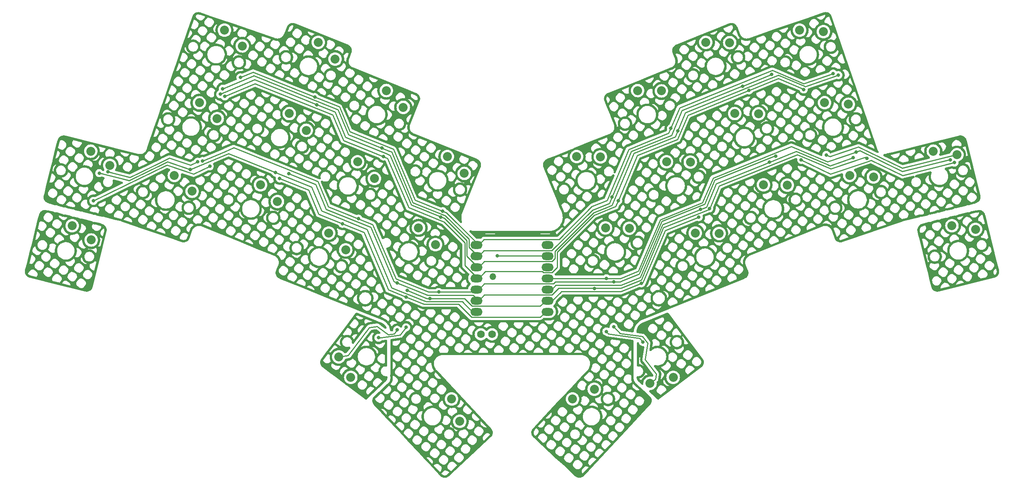
<source format=gbr>
%TF.GenerationSoftware,KiCad,Pcbnew,8.0.9-1.fc41*%
%TF.CreationDate,2025-03-23T19:42:43+11:00*%
%TF.ProjectId,iiwi,69697769-2e6b-4696-9361-645f70636258,0.1*%
%TF.SameCoordinates,Original*%
%TF.FileFunction,Copper,L2,Bot*%
%TF.FilePolarity,Positive*%
%FSLAX46Y46*%
G04 Gerber Fmt 4.6, Leading zero omitted, Abs format (unit mm)*
G04 Created by KiCad (PCBNEW 8.0.9-1.fc41) date 2025-03-23 19:42:43*
%MOMM*%
%LPD*%
G01*
G04 APERTURE LIST*
%TA.AperFunction,ComponentPad*%
%ADD10C,2.032000*%
%TD*%
%TA.AperFunction,ComponentPad*%
%ADD11O,2.750000X1.800000*%
%TD*%
%TA.AperFunction,ComponentPad*%
%ADD12O,1.500000X1.500000*%
%TD*%
%TA.AperFunction,ComponentPad*%
%ADD13C,1.752600*%
%TD*%
%TA.AperFunction,ViaPad*%
%ADD14C,0.800000*%
%TD*%
%TA.AperFunction,Conductor*%
%ADD15C,0.250000*%
%TD*%
G04 APERTURE END LIST*
D10*
%TO.P,SW12,*%
%TO.N,*%
X130584054Y-133385999D03*
%TO.P,SW12,1,1*%
%TO.N,P4*%
X134433294Y-137206062D03*
%TD*%
%TO.P,S14,*%
%TO.N,*%
X272338158Y-131714328D03*
%TO.P,S14,1*%
%TO.N,P1*%
X277697669Y-132542342D03*
%TD*%
%TO.P,SW1,*%
%TO.N,*%
X106866858Y-87164938D03*
%TO.P,SW1,1,1*%
%TO.N,P1*%
X110910744Y-90778307D03*
%TD*%
%TO.P,S27,*%
%TO.N,*%
X158509305Y-171176548D03*
%TO.P,S27,1*%
%TO.N,P4*%
X160383475Y-176265453D03*
%TD*%
%TO.P,SW26,*%
%TO.N,*%
X200860199Y-100938661D03*
%TO.P,SW26,1,1*%
%TO.N,P0*%
X206282749Y-101012693D03*
%TD*%
%TO.P,SW27,*%
%TO.N,*%
X216366177Y-89945261D03*
%TO.P,SW27,1,1*%
%TO.N,P1*%
X221788727Y-90019293D03*
%TD*%
%TO.P,SW3,*%
%TO.N,*%
X143695292Y-100934518D03*
%TO.P,SW3,1,1*%
%TO.N,P1*%
X147544532Y-104754581D03*
%TD*%
%TO.P,SW6,*%
%TO.N,*%
X121625674Y-106173578D03*
%TO.P,SW6,1,1*%
%TO.N,P2*%
X125474914Y-109993641D03*
%TD*%
%TO.P,S14,*%
%TO.N,*%
X208934410Y-166257180D03*
%TO.P,S14,1*%
%TO.N,P4*%
X203677419Y-167589115D03*
%TD*%
%TO.P,SW10,*%
%TO.N,*%
X95471949Y-120258102D03*
%TO.P,SW10,1,1*%
%TO.N,P4*%
X99515835Y-123871471D03*
%TD*%
%TO.P,SW19,*%
%TO.N,*%
X249077091Y-120258103D03*
%TO.P,SW19,1,1*%
%TO.N,P5*%
X254488335Y-120615817D03*
%TD*%
%TO.P,SW21,*%
%TO.N,*%
X193534324Y-132203319D03*
%TO.P,SW21,1,1*%
%TO.N,P3*%
X198956874Y-132277351D03*
%TD*%
%TO.P,SW22,*%
%TO.N,*%
X207409416Y-117160239D03*
%TO.P,SW22,1,1*%
%TO.N,P2*%
X212831966Y-117234271D03*
%TD*%
%TO.P,SW23,*%
%TO.N,*%
X222923375Y-106173568D03*
%TO.P,SW23,1,1*%
%TO.N,P3*%
X228345925Y-106247600D03*
%TD*%
%TO.P,SW2,*%
%TO.N,*%
X128181291Y-89947887D03*
%TO.P,SW2,1,1*%
%TO.N,P0*%
X132030531Y-93767950D03*
%TD*%
%TO.P,SW9,*%
%TO.N,*%
X76444519Y-114734186D03*
%TO.P,SW9,1,1*%
%TO.N,P2*%
X80787939Y-117981363D03*
%TD*%
%TO.P,SW11,*%
%TO.N,*%
X115070009Y-122399351D03*
%TO.P,SW11,1,1*%
%TO.N,P5*%
X118919249Y-126219414D03*
%TD*%
%TO.P,S1,*%
%TO.N,*%
X72210863Y-131714329D03*
%TO.P,S1,1*%
%TO.N,P0*%
X76554310Y-134961561D03*
%TD*%
%TO.P,S28,*%
%TO.N,*%
X186039748Y-171176514D03*
%TO.P,S28,1*%
%TO.N,P5*%
X190985520Y-168951922D03*
%TD*%
%TO.P,SW7,*%
%TO.N,*%
X137139635Y-117160261D03*
%TO.P,SW7,1,1*%
%TO.N,P3*%
X140988875Y-120980324D03*
%TD*%
%TO.P,S15,*%
%TO.N,*%
X268104523Y-114734153D03*
%TO.P,S15,1*%
%TO.N,P3*%
X273464034Y-115562167D03*
%TD*%
%TO.P,SW24,*%
%TO.N,*%
X243372955Y-103705300D03*
%TO.P,SW24,1,1*%
%TO.N,P2*%
X248784199Y-104063014D03*
%TD*%
D11*
%TO.P,U1,1,A2*%
%TO.N,P0*%
X164177687Y-136077949D03*
%TO.P,U1,2,A4*%
%TO.N,P1*%
X164177653Y-138617970D03*
%TO.P,U1,3,A10*%
%TO.N,P2*%
X164177661Y-141157982D03*
%TO.P,U1,4,A11*%
%TO.N,P3*%
X164177674Y-143697959D03*
%TO.P,U1,5,A8_SDA*%
%TO.N,P4*%
X164177684Y-146237961D03*
%TO.P,U1,6,A9_SCL*%
%TO.N,P5*%
X164177672Y-148777965D03*
%TO.P,U1,7,B8_TX*%
%TO.N,P6*%
X164177646Y-151317948D03*
%TO.P,U1,8,B9_RX*%
%TO.N,P7*%
X180367645Y-151317989D03*
%TO.P,U1,9,A7_SCK*%
%TO.N,P8*%
X180367679Y-148777968D03*
%TO.P,U1,10,A5_MISO*%
%TO.N,P9*%
X180367671Y-146237956D03*
%TO.P,U1,11,A6_MOSI*%
%TO.N,P10*%
X180367658Y-143697979D03*
%TO.P,U1,12,3V3*%
%TO.N,VCC*%
X180367648Y-141157977D03*
%TO.P,U1,13,GND*%
%TO.N,GND*%
X180367660Y-138617973D03*
%TO.P,U1,14,5V*%
%TO.N,VUSB*%
X180367686Y-136077990D03*
%TD*%
D10*
%TO.P,SW25,*%
%TO.N,*%
X186975256Y-115975541D03*
%TO.P,SW25,1,1*%
%TO.N,P1*%
X192397806Y-116049573D03*
%TD*%
D12*
%TO.P,,B+*%
%TO.N,N/C*%
X167931661Y-143276908D03*
%TD*%
D10*
%TO.P,SW5,*%
%TO.N,*%
X101169412Y-103711502D03*
%TO.P,SW5,1,1*%
%TO.N,P3*%
X105213298Y-107324871D03*
%TD*%
D13*
%TO.P,D9,1*%
%TO.N,N/C*%
X165186145Y-156454311D03*
%TO.P,D9,2*%
X167726141Y-156454311D03*
%TD*%
D10*
%TO.P,SW4,*%
%TO.N,*%
X157570382Y-115977639D03*
%TO.P,SW4,1,1*%
%TO.N,P0*%
X161419622Y-119797702D03*
%TD*%
%TO.P,S14,*%
%TO.N,*%
X135603427Y-166257768D03*
%TO.P,S14,1*%
%TO.N,P5*%
X132874062Y-161571558D03*
%TD*%
%TO.P,SW17,*%
%TO.N,*%
X213965000Y-133385955D03*
%TO.P,SW17,1,1*%
%TO.N,P5*%
X219387550Y-133459987D03*
%TD*%
%TO.P,SW28,*%
%TO.N,*%
X237690413Y-87171807D03*
%TO.P,SW28,1,1*%
%TO.N,P0*%
X243101657Y-87529521D03*
%TD*%
%TO.P,SW18,*%
%TO.N,*%
X229478966Y-122399326D03*
%TO.P,SW18,1,1*%
%TO.N,P4*%
X234901516Y-122473358D03*
%TD*%
%TO.P,SW8,*%
%TO.N,*%
X151014760Y-132203364D03*
%TO.P,SW8,1,1*%
%TO.N,P2*%
X154864000Y-136023427D03*
%TD*%
D14*
%TO.N,P2*%
X156066245Y-129770324D03*
X209954420Y-110088718D03*
X100753761Y-117147989D03*
X80340561Y-119458876D03*
X127853341Y-104176061D03*
X105920282Y-101771108D03*
X246504023Y-97423345D03*
%TO.N,P6*%
X99097126Y-118943449D03*
X78395272Y-119745146D03*
X118487350Y-119600590D03*
%TO.N,P4*%
X137316966Y-130083260D03*
X195394594Y-154741881D03*
X232248342Y-115869011D03*
X195394592Y-144479177D03*
X101895430Y-116962531D03*
X155602954Y-146817381D03*
%TO.N,P3*%
X243759431Y-115593067D03*
X106967080Y-102278848D03*
X143021993Y-115948796D03*
X238625597Y-100683323D03*
X226191655Y-100885699D03*
X196423242Y-126006367D03*
%TO.N,P1*%
X106479774Y-100515435D03*
X224703826Y-99919815D03*
X272899368Y-117350663D03*
X231335291Y-97240526D03*
X142706451Y-114020887D03*
X238048385Y-116727331D03*
X195029762Y-125164111D03*
%TO.N,P5*%
X121485364Y-119884325D03*
X146156792Y-144731233D03*
X146156790Y-155421968D03*
X217145183Y-127792494D03*
X252996747Y-116358926D03*
X190994592Y-145975320D03*
%TO.N,P7*%
X148186328Y-147922805D03*
X119431722Y-120946317D03*
X133693675Y-131270709D03*
X141920498Y-157231235D03*
X148186329Y-154842353D03*
%TO.N,P0*%
X245331869Y-97073811D03*
X103524891Y-118180208D03*
X156515267Y-128387863D03*
X110494488Y-97939028D03*
X208412570Y-109541750D03*
X77052023Y-126056829D03*
X127450971Y-102408440D03*
%TO.N,P8*%
X214748588Y-129747648D03*
X148395875Y-146417842D03*
X153615994Y-148267406D03*
X201686289Y-144827025D03*
%TO.N,P10*%
X193744591Y-155810335D03*
X193744592Y-143697983D03*
X250505086Y-114944681D03*
X202030293Y-158197587D03*
X271947708Y-116693430D03*
%TO.N,P9*%
X230794268Y-117238437D03*
X215137354Y-127974930D03*
X249907890Y-116249631D03*
%TO.N,GND*%
X168944619Y-138602803D03*
%TD*%
D15*
%TO.N,P2*%
X113713337Y-98463129D02*
X113741605Y-98474562D01*
X200034568Y-115229059D02*
X209355687Y-111463065D01*
X87635584Y-119582687D02*
X85364424Y-120690418D01*
X246504023Y-97423345D02*
X246496037Y-97439705D01*
X232857129Y-97407615D02*
X238725877Y-99898736D01*
X182067654Y-139125419D02*
X182067677Y-137555210D01*
X193811729Y-127563904D02*
X190870725Y-128752160D01*
X94369675Y-116298239D02*
X92800580Y-117063540D01*
X99133122Y-117938424D02*
X100753761Y-117147989D01*
X99292009Y-117860931D02*
X99133122Y-117938424D01*
X164652660Y-141157991D02*
X164322620Y-141157997D01*
X80340561Y-119458876D02*
X85339644Y-120705292D01*
X85339644Y-120705292D02*
X85364424Y-120690418D01*
X209355687Y-111463065D02*
X211692094Y-105958820D01*
X162016716Y-138664431D02*
X164510245Y-141157983D01*
X105920282Y-101771108D02*
X113713337Y-98463129D01*
X165967707Y-139842974D02*
X181350093Y-139842989D01*
X100753761Y-117147989D02*
X100893575Y-117079794D01*
X113741605Y-98474562D02*
X131970017Y-105839303D01*
X162016690Y-135101507D02*
X162016716Y-138664431D01*
X238725877Y-99898736D02*
X238986016Y-100025622D01*
X164652657Y-141158002D02*
X164510286Y-141158004D01*
X193811729Y-127563904D02*
X195003013Y-127082606D01*
X131970017Y-105839303D02*
X134401370Y-111567195D01*
X181350093Y-139842989D02*
X182067654Y-139125419D01*
X164510245Y-141157983D02*
X164652661Y-141157987D01*
X87635584Y-119582687D02*
X92800580Y-117063540D01*
X149332729Y-126942603D02*
X156925454Y-130010264D01*
X156925454Y-130010264D02*
X162016690Y-135101507D01*
X164510250Y-141157986D02*
X164652668Y-141157980D01*
X246496037Y-97439705D02*
X238986016Y-100025622D01*
X143663925Y-115309539D02*
X144546048Y-115665949D01*
X100893575Y-117079794D02*
X101016499Y-117122123D01*
X134401370Y-111567195D02*
X143663925Y-115309539D01*
X164652658Y-141158019D02*
X165967707Y-139842974D01*
X211692094Y-105958820D02*
X232857129Y-97407615D01*
X144546048Y-115665949D02*
X149332729Y-126942603D01*
X195003013Y-127082606D02*
X200034568Y-115229059D01*
X193505382Y-127687693D02*
X193811729Y-127563904D01*
X182067677Y-137555210D02*
X190870725Y-128752160D01*
X99133122Y-117938424D02*
X94369675Y-116298239D01*
%TO.N,P6*%
X84999640Y-121384595D02*
X85125835Y-121416052D01*
X93902685Y-117154857D02*
X92860445Y-117663190D01*
X160955864Y-148996647D02*
X152803160Y-148996657D01*
X99097126Y-118943449D02*
X93902685Y-117154857D01*
X92860445Y-117663190D02*
X85778441Y-121117301D01*
X139268826Y-132520223D02*
X128974268Y-128360954D01*
X84999640Y-121384595D02*
X78307698Y-119716094D01*
X85125835Y-121416052D02*
X85134906Y-121431154D01*
X151798105Y-148600127D02*
X144913643Y-145818611D01*
X164652661Y-151317966D02*
X163277191Y-151317958D01*
X107783088Y-115250972D02*
X99097126Y-118943449D01*
X126644047Y-122871319D02*
X107783088Y-115250972D01*
X128974268Y-128360954D02*
X126644047Y-122871319D01*
X152791669Y-149001526D02*
X152803160Y-148996657D01*
X163277191Y-151317958D02*
X160955864Y-148996647D01*
X85778441Y-121117301D02*
X85134906Y-121431154D01*
X151798105Y-148600127D02*
X152791669Y-149001526D01*
X144913643Y-145818611D02*
X139268826Y-132520223D01*
%TO.N,P4*%
X203677420Y-167589119D02*
X204914361Y-166657017D01*
X101895430Y-116962531D02*
X106925986Y-114827194D01*
X164652681Y-146237950D02*
X164073262Y-146817372D01*
X218410344Y-121313805D02*
X232373760Y-115672223D01*
X164073262Y-146817372D02*
X155602954Y-146817381D01*
X204914361Y-166657017D02*
X205074317Y-165518884D01*
X195394592Y-144479177D02*
X182150865Y-144479156D01*
X164121804Y-146768864D02*
X164652671Y-146237983D01*
X106928991Y-114828407D02*
X108998147Y-113950090D01*
X202063211Y-157036582D02*
X202007011Y-156962003D01*
X182150865Y-144479156D02*
X181933635Y-144696417D01*
X196896477Y-156243764D02*
X195394594Y-154741881D01*
X130494691Y-127348431D02*
X140597701Y-131430347D01*
X153261205Y-146817388D02*
X145859769Y-143827004D01*
X181933635Y-144696417D02*
X182084675Y-144545328D01*
X140597701Y-131430347D02*
X145445674Y-142851490D01*
X201226044Y-142724167D02*
X206328258Y-130704053D01*
X164652689Y-146237985D02*
X165967658Y-144922992D01*
X106925986Y-114827194D02*
X106928991Y-114828407D01*
X206328258Y-130704053D02*
X216100345Y-126755913D01*
X165967658Y-144922992D02*
X181707032Y-144922975D01*
X202576785Y-162204543D02*
X203108201Y-158423325D01*
X202007011Y-156962003D02*
X196896477Y-156243764D01*
X181707032Y-144922975D02*
X181933635Y-144696417D01*
X197399541Y-144270178D02*
X196882273Y-144479181D01*
X203108201Y-158423325D02*
X202063211Y-157036582D01*
X108998147Y-113950090D02*
X128079918Y-121659609D01*
X197399541Y-144270178D02*
X201226044Y-142724167D01*
X205074317Y-165518884D02*
X202576785Y-162204543D01*
X128079918Y-121659609D02*
X130494691Y-127348431D01*
X155602954Y-146817381D02*
X153261205Y-146817388D01*
X196882273Y-144479181D02*
X195394592Y-144479177D01*
X145859769Y-143827004D02*
X145445674Y-142851490D01*
X155602954Y-146817381D02*
X155651485Y-146768863D01*
X216100345Y-126755913D02*
X218410344Y-121313805D01*
%TO.N,P3*%
X179385241Y-142383017D02*
X181350038Y-142382998D01*
X195864923Y-127321637D02*
X196042393Y-126903539D01*
X181350038Y-142382998D02*
X182549307Y-141183742D01*
X232880421Y-98194068D02*
X238600936Y-100622287D01*
X198043348Y-122191668D02*
X200789683Y-115721785D01*
X166202632Y-142148054D02*
X179150294Y-142148054D01*
X238625597Y-100683323D02*
X238643647Y-100727994D01*
X161566690Y-140754449D02*
X164510212Y-143697960D01*
X251071536Y-113755483D02*
X261021613Y-118608429D01*
X113838698Y-99362033D02*
X131469175Y-106485242D01*
X200789683Y-115721785D02*
X209916127Y-112034452D01*
X148750658Y-127596561D02*
X156856618Y-130871576D01*
X161566707Y-135581673D02*
X161566700Y-138488122D01*
X261026106Y-118600884D02*
X273672063Y-115447885D01*
X131572726Y-106729208D02*
X133931828Y-112286923D01*
X190953170Y-129306114D02*
X182549302Y-137709963D01*
X226186141Y-100898716D02*
X226191655Y-100885699D01*
X133931828Y-112286923D02*
X139504236Y-114538298D01*
X106967080Y-102278848D02*
X113838698Y-99362033D01*
X196429639Y-126003794D02*
X198045495Y-122196996D01*
X244576888Y-115991765D02*
X243759431Y-115593067D01*
X164652699Y-143697966D02*
X164510227Y-143697972D01*
X226191655Y-100885699D02*
X226204668Y-100891246D01*
X209916127Y-112034452D02*
X212253515Y-106527873D01*
X238600936Y-100622287D02*
X238625597Y-100683323D01*
X165967654Y-142382994D02*
X164652711Y-143697965D01*
X161566700Y-138488122D02*
X161566690Y-140754449D01*
X196423242Y-126006367D02*
X196042393Y-126903539D01*
X238654228Y-100758735D02*
X238643647Y-100727994D01*
X245067499Y-115822832D02*
X251071536Y-113755483D01*
X131469175Y-106485242D02*
X131572726Y-106729208D01*
X139504236Y-114538298D02*
X143974384Y-116344369D01*
X226204668Y-100891246D02*
X232880421Y-98194068D01*
X143974384Y-116344369D02*
X148750658Y-127596561D01*
X156856618Y-130871576D02*
X161566707Y-135581673D01*
X164510212Y-143697960D02*
X164652663Y-143697962D01*
X198045495Y-122196996D02*
X198043348Y-122191668D01*
X212253515Y-106527873D02*
X226186141Y-100898716D01*
X165967654Y-142382994D02*
X166202632Y-142148054D01*
X245067499Y-115822832D02*
X244576888Y-115991765D01*
X196423242Y-126006367D02*
X196429639Y-126003794D01*
X179150294Y-142148054D02*
X179385241Y-142383017D01*
X261021613Y-118608429D02*
X261026106Y-118600884D01*
X190953170Y-129306114D02*
X195864923Y-127321637D01*
X182549307Y-141183742D02*
X182549302Y-137709963D01*
%TO.N,P1*%
X113468002Y-97540890D02*
X132684682Y-105304952D01*
X224690855Y-99914264D02*
X224703826Y-99919815D01*
X164652668Y-138617965D02*
X164510299Y-138617970D01*
X208539072Y-111099275D02*
X210926219Y-105475532D01*
X253300016Y-117021280D02*
X253931975Y-116803676D01*
X190567045Y-128155369D02*
X194430288Y-126594490D01*
X132684682Y-105304952D02*
X135081243Y-110950866D01*
X272899368Y-117350663D02*
X273100926Y-117471774D01*
X165877659Y-137392988D02*
X181329403Y-137392981D01*
X144464361Y-114741896D02*
X144842376Y-114894610D01*
X157086877Y-129400744D02*
X162477679Y-134791536D01*
X106479774Y-100515435D02*
X113463945Y-97550836D01*
X244713170Y-119977963D02*
X253300016Y-117021280D01*
X164652688Y-138617940D02*
X165877659Y-137392988D01*
X144842376Y-114894610D02*
X149739857Y-126432344D01*
X210926219Y-105475532D02*
X224690855Y-99914264D01*
X224703826Y-99919815D02*
X231335291Y-97240526D01*
X164510281Y-138617973D02*
X164652638Y-138617966D01*
X181329403Y-137392981D02*
X190567045Y-128155369D01*
X199448569Y-114772072D02*
X208539072Y-111099275D01*
X194430288Y-126594490D02*
X199448569Y-114772072D01*
X261090260Y-120295005D02*
X272899368Y-117350663D01*
X135081243Y-110950866D02*
X144464361Y-114741896D01*
X238048385Y-116727331D02*
X244713170Y-119977963D01*
X162477679Y-134791536D02*
X162477677Y-136585365D01*
X113463945Y-97550836D02*
X113468002Y-97540890D01*
X162477677Y-136585365D02*
X164510281Y-138617973D01*
X253931975Y-116803676D02*
X261090260Y-120295005D01*
X149739857Y-126432344D02*
X157086877Y-129400744D01*
X224703826Y-99919815D02*
X224709359Y-99906785D01*
%TO.N,P5*%
X145471140Y-156331857D02*
X144841277Y-156420378D01*
X146156790Y-155421968D02*
X145471140Y-156331857D01*
X164652672Y-148777991D02*
X165967692Y-147462990D01*
X163417087Y-147542395D02*
X153114595Y-147542404D01*
X144125428Y-156520985D02*
X141612301Y-154627206D01*
X206703966Y-132164168D02*
X201655551Y-144057504D01*
X219384747Y-122672118D02*
X217146484Y-127945144D01*
X132874065Y-161571555D02*
X135014287Y-161270767D01*
X244603371Y-118670217D02*
X237135548Y-115500346D01*
X217146484Y-127945144D02*
X206703966Y-132164168D01*
X141612301Y-154627206D02*
X141003402Y-154712783D01*
X237135548Y-115500346D02*
X219384747Y-122672118D01*
X244810855Y-118771445D02*
X244603371Y-118670217D01*
X124247544Y-120989425D02*
X121498523Y-119878739D01*
X129965174Y-127947979D02*
X127583585Y-122337260D01*
X181008998Y-147462944D02*
X181350098Y-147462956D01*
X127583585Y-122337260D02*
X124247544Y-120989425D01*
X153114595Y-147542404D02*
X146156792Y-144731233D01*
X181350098Y-147462956D02*
X182894624Y-145918455D01*
X253053946Y-116356166D02*
X252545539Y-116108174D01*
X182894624Y-145918455D02*
X197049509Y-145918489D01*
X145349190Y-144404938D02*
X140102071Y-132043576D01*
X164652677Y-148778002D02*
X163417087Y-147542395D01*
X165967692Y-147462990D02*
X181008998Y-147462944D01*
X201655551Y-144057504D02*
X197049509Y-145918489D01*
X140102071Y-132043576D02*
X129965174Y-127947979D01*
X135014287Y-161270767D02*
X139832027Y-154877406D01*
X146156792Y-144731233D02*
X145349190Y-144404938D01*
X252545539Y-116108174D02*
X244810855Y-118771445D01*
X139832027Y-154877406D02*
X141003402Y-154712783D01*
X144841277Y-156420378D02*
X144125428Y-156520985D01*
X121498523Y-119878739D02*
X121485364Y-119884325D01*
%TO.N,P7*%
X141980956Y-157276793D02*
X141920498Y-157231235D01*
X152232347Y-149556281D02*
X152231477Y-149557153D01*
X148186328Y-147922805D02*
X144119809Y-146279823D01*
X146869576Y-156589742D02*
X141980956Y-157276793D01*
X138584367Y-133239164D02*
X128292658Y-129081028D01*
X119431722Y-120946317D02*
X119444727Y-120951552D01*
X128292658Y-129081028D02*
X125959115Y-123583564D01*
X152699187Y-149556281D02*
X152705379Y-149553655D01*
X144022560Y-146050720D02*
X138584367Y-133239164D01*
X144119809Y-146279823D02*
X144022560Y-146050720D01*
X148186328Y-147922805D02*
X152231477Y-149557153D01*
X148186329Y-154842353D02*
X146869576Y-156589742D01*
X179892650Y-151317989D02*
X178667699Y-152542967D01*
X160085861Y-149553672D02*
X152705379Y-149553655D01*
X163075172Y-152542979D02*
X160085861Y-149553672D01*
X125959115Y-123583564D02*
X119431722Y-120946317D01*
X178667699Y-152542967D02*
X163075172Y-152542979D01*
X152699187Y-149556281D02*
X152232347Y-149556281D01*
%TO.N,P0*%
X113368900Y-96718912D02*
X110494488Y-97939028D01*
X132986290Y-104644854D02*
X135373427Y-110268552D01*
X231459997Y-96325716D02*
X238645888Y-99375940D01*
X150182637Y-125829283D02*
X150191904Y-125833043D01*
X207911344Y-110650235D02*
X210375851Y-104844233D01*
X145275761Y-114269352D02*
X150182637Y-125829283D01*
X84551437Y-122399120D02*
X77052023Y-126056829D01*
X178242087Y-134853014D02*
X182949543Y-134853000D01*
X210375851Y-104844233D02*
X231459997Y-96325716D01*
X127450971Y-102408440D02*
X132986290Y-104644854D01*
X190473108Y-127329447D02*
X193861347Y-125960493D01*
X157301450Y-128705468D02*
X156515267Y-128387863D01*
X127450971Y-102408440D02*
X113368900Y-96718912D01*
X238645888Y-99375940D02*
X245331798Y-97073780D01*
X164652673Y-136077970D02*
X164652686Y-136063293D01*
X158884747Y-130295326D02*
X158884774Y-130288775D01*
X99853746Y-119970748D02*
X93802424Y-117887109D01*
X158884774Y-130288775D02*
X157301450Y-128705468D01*
X93802424Y-117887109D02*
X93385487Y-118090464D01*
X245331798Y-97073780D02*
X245331869Y-97073811D01*
X182949543Y-134853000D02*
X190473108Y-127329447D01*
X164652711Y-136077962D02*
X165877644Y-134852998D01*
X164652686Y-136063293D02*
X158884747Y-130295326D01*
X110494488Y-97939028D02*
X110461944Y-97952846D01*
X93385487Y-118090464D02*
X84551437Y-122399120D01*
X135373427Y-110268552D02*
X145275761Y-114269352D01*
X193861347Y-125960493D02*
X198797136Y-114332607D01*
X103524891Y-118180208D02*
X99853746Y-119970748D01*
X198797136Y-114332607D02*
X207911344Y-110650235D01*
X245331869Y-97073811D02*
X245331867Y-97073755D01*
X150191904Y-125833043D02*
X156515267Y-128387863D01*
X165877644Y-134852998D02*
X178242087Y-134853014D01*
%TO.N,P8*%
X161459662Y-148267382D02*
X152913376Y-148267392D01*
X196999577Y-146721398D02*
X197000894Y-146720045D01*
X183279608Y-146911395D02*
X181413023Y-148777995D01*
X152910394Y-148268658D02*
X152476791Y-148093459D01*
X179892695Y-148778003D02*
X181193678Y-148777980D01*
X181413023Y-148777995D02*
X179892692Y-148777986D01*
X163195247Y-150002970D02*
X161459662Y-148267382D01*
X152476791Y-148093459D02*
X148409644Y-146450226D01*
X202065845Y-144673673D02*
X207088855Y-132840237D01*
X148409644Y-146450226D02*
X148395875Y-146417842D01*
X179892699Y-148777997D02*
X180330378Y-148777991D01*
X214745968Y-129746522D02*
X214748588Y-129747648D01*
X152913376Y-148267392D02*
X152910394Y-148268658D01*
X183279608Y-146911395D02*
X183469612Y-146721406D01*
X179892660Y-148777982D02*
X179906215Y-148783666D01*
X183469612Y-146721406D02*
X196999577Y-146721398D01*
X179892692Y-148777986D02*
X178667722Y-150002984D01*
X201686289Y-144827025D02*
X202065845Y-144673673D01*
X178667722Y-150002984D02*
X163195247Y-150002970D01*
X201686289Y-144827025D02*
X197000894Y-146720045D01*
X207088855Y-132840237D02*
X214745968Y-129746522D01*
%TO.N,P10*%
X179892637Y-143697993D02*
X196945752Y-143697978D01*
X205983027Y-130358246D02*
X201019226Y-142052205D01*
X201019226Y-142052205D02*
X196945781Y-143697969D01*
X251387044Y-114641019D02*
X261045247Y-119351638D01*
X250505069Y-114944685D02*
X244052121Y-117166621D01*
X235785896Y-113657787D02*
X235596932Y-113734138D01*
X271980480Y-116625160D02*
X271981701Y-116623092D01*
X235596932Y-113734138D02*
X217994318Y-120846072D01*
X217994318Y-120846072D02*
X215607180Y-126469815D01*
X215607180Y-126469815D02*
X205983027Y-130358246D01*
X194119544Y-156307914D02*
X193744591Y-155810335D01*
X250505086Y-114944681D02*
X250505069Y-114944685D01*
X250505086Y-114944681D02*
X251387044Y-114641019D01*
X244052121Y-117166621D02*
X235785896Y-113657787D01*
X261045247Y-119351638D02*
X271980480Y-116625160D01*
X202030293Y-158197587D02*
X201374679Y-157327556D01*
X201374679Y-157327556D02*
X194119544Y-156307914D01*
%TO.N,P9*%
X243952733Y-117771481D02*
X244185439Y-117870264D01*
X206514535Y-131458764D02*
X201408112Y-143488770D01*
X198111376Y-144820760D02*
X197064623Y-145243651D01*
X218741572Y-122107990D02*
X216481767Y-127431742D01*
X197057967Y-145250317D02*
X197064623Y-145243651D01*
X229844488Y-117622167D02*
X236892459Y-114774607D01*
X182235338Y-145250326D02*
X197057967Y-145250317D01*
X229844423Y-117622143D02*
X218741572Y-122107990D01*
X249907890Y-116249631D02*
X244588105Y-118081371D01*
X244185439Y-117870264D02*
X244459596Y-118003973D01*
X216481767Y-127431742D02*
X206514535Y-131458764D01*
X182235338Y-145250326D02*
X181247670Y-146237956D01*
X244588105Y-118081371D02*
X243952733Y-117771481D01*
X201408112Y-143488770D02*
X198111376Y-144820760D01*
X236892459Y-114774607D02*
X243952733Y-117771481D01*
X179892698Y-146237968D02*
X181262626Y-146237950D01*
X181247670Y-146237956D02*
X179892685Y-146237979D01*
%TO.N,GND*%
X168944619Y-138602803D02*
X179877485Y-138602800D01*
X179877485Y-138602800D02*
X179892664Y-138617971D01*
%TD*%
%TA.AperFunction,NonConductor*%
G36*
X243811410Y-83069608D02*
G01*
X243850082Y-83075044D01*
X244030056Y-83114944D01*
X244067415Y-83126367D01*
X244081946Y-83132091D01*
X244238931Y-83193931D01*
X244274035Y-83211053D01*
X244432880Y-83304623D01*
X244464868Y-83327021D01*
X244607117Y-83444288D01*
X244635215Y-83471423D01*
X244757356Y-83609484D01*
X244780871Y-83640691D01*
X244879912Y-83796163D01*
X244898255Y-83830663D01*
X244975860Y-84009156D01*
X244982943Y-84027372D01*
X255401875Y-114286154D01*
X255401877Y-114286163D01*
X255413179Y-114318986D01*
X255413226Y-114319123D01*
X255448513Y-114421796D01*
X255454648Y-114439648D01*
X255562781Y-114647353D01*
X255562785Y-114647359D01*
X255643990Y-114759121D01*
X255684667Y-114847350D01*
X255688485Y-114944430D01*
X255654860Y-115035581D01*
X255588913Y-115106926D01*
X255500684Y-115147603D01*
X255403604Y-115151421D01*
X255333395Y-115129285D01*
X255327746Y-115126530D01*
X251959562Y-113483767D01*
X253209651Y-113483767D01*
X254815739Y-114267102D01*
X254538738Y-113462632D01*
X254320543Y-113298211D01*
X254035807Y-113160870D01*
X253745150Y-113144365D01*
X253470307Y-113240345D01*
X253234457Y-113450849D01*
X253209651Y-113483767D01*
X251959562Y-113483767D01*
X251405324Y-113213449D01*
X251293166Y-113158746D01*
X251293163Y-113158745D01*
X251293156Y-113158742D01*
X251172489Y-113126973D01*
X251121637Y-113123863D01*
X251121637Y-113123862D01*
X251047933Y-113119355D01*
X250924284Y-113136183D01*
X250924282Y-113136183D01*
X250924279Y-113136184D01*
X244833484Y-115233406D01*
X244737217Y-115246508D01*
X244643263Y-115221772D01*
X244565928Y-115162964D01*
X244536779Y-115122474D01*
X244530100Y-115110906D01*
X244498471Y-115056123D01*
X244370684Y-114914201D01*
X244370683Y-114914200D01*
X244370682Y-114914199D01*
X244293055Y-114857800D01*
X244216183Y-114801949D01*
X244215588Y-114801684D01*
X244041724Y-114724274D01*
X244041716Y-114724272D01*
X243854918Y-114684567D01*
X243663944Y-114684567D01*
X243477145Y-114724272D01*
X243477137Y-114724274D01*
X243302682Y-114801947D01*
X243302679Y-114801948D01*
X243302679Y-114801949D01*
X243295467Y-114807189D01*
X243148179Y-114914199D01*
X243020395Y-115056118D01*
X243020391Y-115056123D01*
X242930473Y-115211866D01*
X242924904Y-115221511D01*
X242912573Y-115259462D01*
X242865888Y-115403139D01*
X242844563Y-115606045D01*
X242842813Y-115605861D01*
X242826973Y-115685496D01*
X242772997Y-115766278D01*
X242692215Y-115820254D01*
X242596927Y-115839208D01*
X242501639Y-115820254D01*
X242499634Y-115819413D01*
X238905417Y-114293745D01*
X240307905Y-114293745D01*
X242019951Y-115020472D01*
X242056971Y-114987431D01*
X242328357Y-114627288D01*
X242465697Y-114342553D01*
X242482203Y-114051896D01*
X242417195Y-113865742D01*
X243806783Y-113865742D01*
X243902034Y-114138500D01*
X243926482Y-114141070D01*
X243939335Y-114142761D01*
X243941922Y-114143170D01*
X243954810Y-114145556D01*
X244169700Y-114191233D01*
X244182407Y-114194285D01*
X244184936Y-114194963D01*
X244197399Y-114198656D01*
X244224712Y-114207530D01*
X244236959Y-114211865D01*
X244239404Y-114212803D01*
X244251493Y-114217809D01*
X244452192Y-114307166D01*
X244464017Y-114312808D01*
X244466351Y-114313998D01*
X244477751Y-114320190D01*
X244502621Y-114334549D01*
X244513771Y-114341383D01*
X244515966Y-114342809D01*
X244526672Y-114350168D01*
X244704407Y-114479299D01*
X244714755Y-114487240D01*
X244716790Y-114488888D01*
X244726700Y-114497352D01*
X244748041Y-114516568D01*
X244757542Y-114525587D01*
X244759393Y-114527439D01*
X244768318Y-114536847D01*
X244864144Y-114643272D01*
X245652442Y-114371840D01*
X245830884Y-114135040D01*
X245968224Y-113850305D01*
X245984730Y-113559648D01*
X245919721Y-113373493D01*
X247309310Y-113373493D01*
X247405291Y-113648339D01*
X247487182Y-113740090D01*
X249482273Y-113053128D01*
X249391276Y-112792556D01*
X249216253Y-112596460D01*
X250828008Y-112596460D01*
X250837048Y-112595003D01*
X250987372Y-112574545D01*
X250999550Y-112573192D01*
X251001996Y-112572981D01*
X251014165Y-112572231D01*
X251041066Y-112571233D01*
X251053239Y-112571079D01*
X251055693Y-112571108D01*
X251067950Y-112571555D01*
X251155089Y-112576884D01*
X251155091Y-112576884D01*
X251219377Y-112580816D01*
X251231562Y-112581863D01*
X251234002Y-112582133D01*
X251246103Y-112583773D01*
X251272682Y-112588042D01*
X251284716Y-112590280D01*
X251287118Y-112590788D01*
X251298995Y-112593605D01*
X251437339Y-112630029D01*
X251445051Y-112632193D01*
X251454266Y-112634939D01*
X251461902Y-112637349D01*
X251475047Y-112641731D01*
X251482689Y-112644417D01*
X251484238Y-112644990D01*
X251492004Y-112648011D01*
X251508755Y-112654853D01*
X251516443Y-112658145D01*
X251517949Y-112658820D01*
X251525260Y-112662241D01*
X251645549Y-112720909D01*
X251645550Y-112720909D01*
X252752758Y-113260926D01*
X252835936Y-113150545D01*
X252973278Y-112865808D01*
X252989783Y-112575152D01*
X252893803Y-112300308D01*
X252683299Y-112064459D01*
X252323155Y-111793071D01*
X252038420Y-111655731D01*
X251747763Y-111639225D01*
X251472919Y-111735206D01*
X251237070Y-111945710D01*
X250965682Y-112305853D01*
X250828342Y-112590589D01*
X250828008Y-112596460D01*
X249216253Y-112596460D01*
X249180772Y-112556707D01*
X248820628Y-112285319D01*
X248535893Y-112147979D01*
X248245236Y-112131473D01*
X247970392Y-112227454D01*
X247734543Y-112437958D01*
X247463155Y-112798101D01*
X247325815Y-113082837D01*
X247309310Y-113373493D01*
X245919721Y-113373493D01*
X245888749Y-113284804D01*
X245678245Y-113048955D01*
X245318102Y-112777567D01*
X245033366Y-112640227D01*
X244742710Y-112623722D01*
X244467866Y-112719702D01*
X244232016Y-112930206D01*
X243960630Y-113290348D01*
X243823288Y-113575086D01*
X243806783Y-113865742D01*
X242417195Y-113865742D01*
X242386223Y-113777052D01*
X242175719Y-113541203D01*
X241815575Y-113269815D01*
X241530839Y-113132475D01*
X241240183Y-113115969D01*
X240965339Y-113211950D01*
X240729489Y-113422454D01*
X240458102Y-113782598D01*
X240320762Y-114067333D01*
X240307905Y-114293745D01*
X238905417Y-114293745D01*
X236094430Y-113100541D01*
X236094413Y-113100533D01*
X236094413Y-113100534D01*
X236050788Y-113082017D01*
X236050748Y-113082000D01*
X236050721Y-113081989D01*
X236011541Y-113065358D01*
X235975986Y-113050265D01*
X235915775Y-113037741D01*
X235915775Y-113037742D01*
X235853821Y-113024856D01*
X235853804Y-113024854D01*
X235776058Y-113024177D01*
X235776057Y-113024176D01*
X235733512Y-113023806D01*
X235729034Y-113023767D01*
X235729033Y-113023767D01*
X235729022Y-113023767D01*
X235681715Y-113032750D01*
X235658000Y-113037253D01*
X235606442Y-113047041D01*
X235606432Y-113047043D01*
X235606424Y-113047046D01*
X235606421Y-113047047D01*
X235606416Y-113047048D01*
X235606413Y-113047050D01*
X235553919Y-113068259D01*
X235480678Y-113097850D01*
X235480634Y-113097870D01*
X235342311Y-113153759D01*
X235342307Y-113153761D01*
X217699151Y-120282075D01*
X217594792Y-120350496D01*
X217557470Y-120387174D01*
X217557467Y-120387177D01*
X217505786Y-120437962D01*
X217471001Y-120489053D01*
X217471000Y-120489055D01*
X217435559Y-120541106D01*
X217435558Y-120541107D01*
X217388997Y-120650800D01*
X215166868Y-125885801D01*
X215112188Y-125966108D01*
X215030940Y-126019378D01*
X210825650Y-127718436D01*
X205747078Y-129770324D01*
X205709794Y-129785388D01*
X205701760Y-129788634D01*
X205687862Y-129794248D01*
X205687858Y-129794250D01*
X205677452Y-129801074D01*
X205677445Y-129801079D01*
X205583504Y-129862668D01*
X205562902Y-129882915D01*
X205562900Y-129882917D01*
X205494497Y-129950135D01*
X205424264Y-130053287D01*
X205418389Y-130067127D01*
X205418390Y-130067128D01*
X200578915Y-141468189D01*
X200524235Y-141548497D01*
X200442986Y-141601766D01*
X200442985Y-141601766D01*
X196867494Y-143046347D01*
X196774218Y-143064478D01*
X194499186Y-143064479D01*
X194403898Y-143045525D01*
X194352828Y-143016925D01*
X194348352Y-143013673D01*
X194201344Y-142906865D01*
X194196868Y-142904872D01*
X194026885Y-142829190D01*
X194026877Y-142829188D01*
X193840079Y-142789483D01*
X193649105Y-142789483D01*
X193462306Y-142829188D01*
X193462298Y-142829190D01*
X193287840Y-142906864D01*
X193136354Y-143016926D01*
X193048124Y-143057601D01*
X192989996Y-143064481D01*
X182250274Y-143064490D01*
X182154986Y-143045536D01*
X182074205Y-142991560D01*
X182048828Y-142961847D01*
X182047302Y-142959747D01*
X182026246Y-142930766D01*
X182013193Y-142912799D01*
X181972519Y-142824568D01*
X181968705Y-142727488D01*
X182002332Y-142636339D01*
X182038566Y-142590375D01*
X182884972Y-141743980D01*
X185219928Y-141743980D01*
X185315908Y-142018824D01*
X185526413Y-142254673D01*
X185873849Y-142516485D01*
X186812353Y-142516485D01*
X186812357Y-142516481D01*
X190733492Y-142516481D01*
X192892844Y-142516481D01*
X192894111Y-142515560D01*
X192897789Y-142450779D01*
X192832781Y-142264623D01*
X194222369Y-142264623D01*
X194243765Y-142325891D01*
X194437353Y-142412082D01*
X194449178Y-142417724D01*
X194451512Y-142418914D01*
X194462912Y-142425106D01*
X194487782Y-142439465D01*
X194498932Y-142446299D01*
X194501127Y-142447725D01*
X194511832Y-142455084D01*
X194596335Y-142516478D01*
X196254885Y-142516478D01*
X196383811Y-142249186D01*
X196400316Y-141958529D01*
X196335308Y-141772375D01*
X197724896Y-141772375D01*
X197820876Y-142047219D01*
X197835900Y-142064051D01*
X199830213Y-141258302D01*
X199806863Y-141191438D01*
X199596359Y-140955588D01*
X199236215Y-140684200D01*
X198951479Y-140546860D01*
X198660823Y-140530355D01*
X198385979Y-140626335D01*
X198150129Y-140836839D01*
X197878742Y-141196983D01*
X197741402Y-141481718D01*
X197724896Y-141772375D01*
X196335308Y-141772375D01*
X196304336Y-141683686D01*
X196093832Y-141447836D01*
X195733690Y-141176450D01*
X195448952Y-141039108D01*
X195158296Y-141022603D01*
X194883452Y-141118583D01*
X194647603Y-141329087D01*
X194376215Y-141689231D01*
X194238875Y-141973966D01*
X194222369Y-142264623D01*
X192832781Y-142264623D01*
X192801809Y-142175934D01*
X192591305Y-141940084D01*
X192231163Y-141668698D01*
X191946425Y-141531356D01*
X191655769Y-141514851D01*
X191380925Y-141610831D01*
X191145076Y-141821335D01*
X190873688Y-142181479D01*
X190736346Y-142466217D01*
X190733492Y-142516481D01*
X186812357Y-142516481D01*
X186972643Y-142373421D01*
X187244028Y-142013280D01*
X187381370Y-141728542D01*
X187397875Y-141437886D01*
X187332867Y-141251732D01*
X188722455Y-141251732D01*
X188818435Y-141526575D01*
X189028939Y-141762425D01*
X189389081Y-142033811D01*
X189673819Y-142171153D01*
X189964475Y-142187658D01*
X190239319Y-142091678D01*
X190475169Y-141881174D01*
X190746556Y-141521030D01*
X190816078Y-141376897D01*
X190806747Y-141378375D01*
X190797072Y-141379714D01*
X190795121Y-141379945D01*
X190785378Y-141380905D01*
X190763915Y-141382594D01*
X190754146Y-141383169D01*
X190752184Y-141383246D01*
X190742419Y-141383438D01*
X190547525Y-141383438D01*
X190537760Y-141383246D01*
X190535798Y-141383169D01*
X190526029Y-141382594D01*
X190504566Y-141380905D01*
X190494823Y-141379945D01*
X190492872Y-141379714D01*
X190483197Y-141378375D01*
X190290701Y-141347887D01*
X190281088Y-141346171D01*
X190279162Y-141345788D01*
X190269589Y-141343688D01*
X190248654Y-141338661D01*
X190239174Y-141336186D01*
X190237285Y-141335653D01*
X190227958Y-141332823D01*
X190042603Y-141272598D01*
X190033467Y-141269432D01*
X190031624Y-141268753D01*
X190022412Y-141265150D01*
X190002520Y-141256910D01*
X189993612Y-141253015D01*
X189991828Y-141252193D01*
X189982985Y-141247904D01*
X189809332Y-141159423D01*
X189800795Y-141154862D01*
X189799081Y-141153903D01*
X189790545Y-141148902D01*
X189772188Y-141137651D01*
X189764009Y-141132416D01*
X189762377Y-141131326D01*
X189754315Y-141125709D01*
X189596642Y-141011154D01*
X189588799Y-141005215D01*
X189587256Y-141003998D01*
X189579739Y-140997827D01*
X189563368Y-140983844D01*
X189555999Y-140977294D01*
X189554558Y-140975961D01*
X189547575Y-140969245D01*
X189409765Y-140831435D01*
X189403049Y-140824452D01*
X189401716Y-140823011D01*
X189395166Y-140815642D01*
X189381183Y-140799271D01*
X189375012Y-140791754D01*
X189373795Y-140790211D01*
X189367856Y-140782368D01*
X189253301Y-140624695D01*
X189247684Y-140616633D01*
X189246594Y-140615001D01*
X189241359Y-140606822D01*
X189230108Y-140588465D01*
X189225107Y-140579929D01*
X189224148Y-140578215D01*
X189219587Y-140569678D01*
X189131106Y-140396025D01*
X189126817Y-140387182D01*
X189125995Y-140385398D01*
X189122100Y-140376490D01*
X189115060Y-140359495D01*
X188876301Y-140676339D01*
X188738961Y-140961075D01*
X188722455Y-141251732D01*
X187332867Y-141251732D01*
X187301895Y-141163042D01*
X187091391Y-140927193D01*
X186731247Y-140655805D01*
X186446512Y-140518465D01*
X186155855Y-140501959D01*
X185881011Y-140597940D01*
X185645162Y-140808444D01*
X185373774Y-141168587D01*
X185236434Y-141453323D01*
X185219928Y-141743980D01*
X182884972Y-141743980D01*
X183041376Y-141587578D01*
X183041978Y-141586678D01*
X183057346Y-141563678D01*
X183110706Y-141483820D01*
X183158461Y-141368530D01*
X183163579Y-141342803D01*
X183182807Y-141246135D01*
X183182804Y-139229197D01*
X183730803Y-139229197D01*
X183730805Y-140901586D01*
X183889169Y-141020921D01*
X184173904Y-141158261D01*
X184464561Y-141174767D01*
X184739405Y-141078787D01*
X184975254Y-140868283D01*
X185246642Y-140508139D01*
X185383982Y-140223404D01*
X185400488Y-139932747D01*
X185335480Y-139746592D01*
X186725068Y-139746592D01*
X186821048Y-140021436D01*
X187031552Y-140257286D01*
X187391696Y-140528673D01*
X187676431Y-140666013D01*
X187967088Y-140682519D01*
X188241932Y-140586539D01*
X188477781Y-140376035D01*
X188749169Y-140015891D01*
X188886509Y-139731155D01*
X188891268Y-139647360D01*
X189543572Y-139647360D01*
X189543572Y-139820715D01*
X189543573Y-139820731D01*
X189570689Y-139991937D01*
X189570691Y-139991945D01*
X189570692Y-139991950D01*
X189571210Y-139993543D01*
X189623577Y-140154717D01*
X189624264Y-140156829D01*
X189702970Y-140311298D01*
X189748723Y-140374271D01*
X189796999Y-140440718D01*
X189804871Y-140451552D01*
X189927458Y-140574139D01*
X189927461Y-140574141D01*
X189927462Y-140574142D01*
X189927479Y-140574154D01*
X190067712Y-140676040D01*
X190222181Y-140754746D01*
X190387060Y-140808318D01*
X190387071Y-140808319D01*
X190387072Y-140808320D01*
X190420485Y-140813612D01*
X190558290Y-140835438D01*
X190558294Y-140835438D01*
X190731650Y-140835438D01*
X190731654Y-140835438D01*
X190902884Y-140808318D01*
X191053181Y-140759484D01*
X192224982Y-140759484D01*
X192320962Y-141034327D01*
X192531466Y-141270177D01*
X192891608Y-141541563D01*
X193176346Y-141678905D01*
X193467002Y-141695410D01*
X193741846Y-141599430D01*
X193977695Y-141388926D01*
X194249083Y-141028782D01*
X194386423Y-140744047D01*
X194402929Y-140453390D01*
X194337921Y-140267236D01*
X195727509Y-140267236D01*
X195823489Y-140542079D01*
X196033993Y-140777929D01*
X196394135Y-141049315D01*
X196678873Y-141186657D01*
X196969529Y-141203162D01*
X197244373Y-141107182D01*
X197480222Y-140896678D01*
X197751610Y-140536534D01*
X197888950Y-140251799D01*
X197905456Y-139961142D01*
X197840447Y-139774987D01*
X199230035Y-139774987D01*
X199326016Y-140049831D01*
X199536520Y-140285681D01*
X199896663Y-140557068D01*
X200181399Y-140694409D01*
X200308963Y-140701653D01*
X201061735Y-138928238D01*
X200741354Y-138686813D01*
X200456619Y-138549473D01*
X200165962Y-138532967D01*
X199891118Y-138628948D01*
X199655269Y-138839452D01*
X199383881Y-139199595D01*
X199246541Y-139484331D01*
X199230035Y-139774987D01*
X197840447Y-139774987D01*
X197809475Y-139686298D01*
X197598971Y-139450449D01*
X197554863Y-139417212D01*
X197424017Y-139548059D01*
X197418132Y-139553753D01*
X197416939Y-139554870D01*
X197410934Y-139560312D01*
X197397446Y-139572141D01*
X197391306Y-139577352D01*
X197390041Y-139578391D01*
X197383582Y-139583519D01*
X197164993Y-139751248D01*
X197158442Y-139756106D01*
X197157112Y-139757059D01*
X197150417Y-139761693D01*
X197135500Y-139771660D01*
X197128683Y-139776056D01*
X197127294Y-139776920D01*
X197120276Y-139781127D01*
X196881665Y-139918889D01*
X196874626Y-139922803D01*
X196873183Y-139923575D01*
X196865844Y-139927346D01*
X196849754Y-139935280D01*
X196842451Y-139938735D01*
X196840960Y-139939411D01*
X196833429Y-139942677D01*
X196578878Y-140048115D01*
X196571270Y-140051121D01*
X196569739Y-140051697D01*
X196562110Y-140054426D01*
X196545124Y-140060193D01*
X196537306Y-140062705D01*
X196535739Y-140063180D01*
X196527952Y-140065403D01*
X196261814Y-140136714D01*
X196253847Y-140138708D01*
X196252254Y-140139079D01*
X196244370Y-140140781D01*
X196226776Y-140144282D01*
X196218648Y-140145760D01*
X196217033Y-140146026D01*
X196209068Y-140147206D01*
X195935900Y-140183170D01*
X195927738Y-140184108D01*
X195926109Y-140184268D01*
X195918049Y-140184927D01*
X195900147Y-140186100D01*
X195892086Y-140186497D01*
X195890451Y-140186551D01*
X195882232Y-140186687D01*
X195732083Y-140186687D01*
X195727509Y-140267236D01*
X194337921Y-140267236D01*
X194306949Y-140178546D01*
X194096444Y-139942697D01*
X193736301Y-139671309D01*
X193451565Y-139533969D01*
X193160909Y-139517463D01*
X192886065Y-139613444D01*
X192650215Y-139823948D01*
X192378828Y-140184091D01*
X192241487Y-140468827D01*
X192224982Y-140759484D01*
X191053181Y-140759484D01*
X191067763Y-140754746D01*
X191222232Y-140676040D01*
X191362486Y-140574139D01*
X191485073Y-140451552D01*
X191586974Y-140311298D01*
X191665680Y-140156829D01*
X191719252Y-139991950D01*
X191746372Y-139820720D01*
X191746372Y-139647356D01*
X191722373Y-139495833D01*
X191719254Y-139476138D01*
X191719253Y-139476137D01*
X191719252Y-139476126D01*
X191665680Y-139311247D01*
X191586974Y-139156778D01*
X191485073Y-139016524D01*
X191362486Y-138893937D01*
X191362482Y-138893934D01*
X191362481Y-138893933D01*
X191272237Y-138828367D01*
X191222232Y-138792036D01*
X191067763Y-138713330D01*
X191067752Y-138713326D01*
X190904952Y-138660430D01*
X190902884Y-138659758D01*
X190902879Y-138659757D01*
X190902871Y-138659755D01*
X190731665Y-138632639D01*
X190731656Y-138632638D01*
X190731654Y-138632638D01*
X190558290Y-138632638D01*
X190558287Y-138632638D01*
X190558278Y-138632639D01*
X190387072Y-138659755D01*
X190387061Y-138659757D01*
X190387060Y-138659758D01*
X190387057Y-138659758D01*
X190387053Y-138659760D01*
X190222191Y-138713326D01*
X190222180Y-138713330D01*
X190067713Y-138792035D01*
X189927462Y-138893933D01*
X189804867Y-139016528D01*
X189702969Y-139156779D01*
X189624264Y-139311246D01*
X189624260Y-139311257D01*
X189570694Y-139476119D01*
X189570689Y-139476138D01*
X189543573Y-139647344D01*
X189543572Y-139647360D01*
X188891268Y-139647360D01*
X188903015Y-139440499D01*
X188807034Y-139165655D01*
X188596530Y-138929805D01*
X188236386Y-138658418D01*
X187951651Y-138521078D01*
X187660994Y-138504572D01*
X187386150Y-138600552D01*
X187150301Y-138811056D01*
X186878913Y-139171200D01*
X186741573Y-139455935D01*
X186725068Y-139746592D01*
X185335480Y-139746592D01*
X185304508Y-139657903D01*
X185094003Y-139422053D01*
X184733860Y-139150666D01*
X184449124Y-139013326D01*
X184158468Y-138996820D01*
X183883624Y-139092800D01*
X183730803Y-139229197D01*
X183182804Y-139229197D01*
X183182802Y-138241453D01*
X184727680Y-138241453D01*
X184823660Y-138516297D01*
X185034165Y-138752146D01*
X185394308Y-139023534D01*
X185679044Y-139160874D01*
X185969700Y-139177380D01*
X186244544Y-139081399D01*
X186480394Y-138870895D01*
X186751781Y-138510752D01*
X186889122Y-138226016D01*
X186905627Y-137935359D01*
X186840619Y-137749205D01*
X188230207Y-137749205D01*
X188326187Y-138024049D01*
X188536691Y-138259898D01*
X188896835Y-138531286D01*
X189181570Y-138668626D01*
X189372577Y-138679472D01*
X189373795Y-138677865D01*
X189375012Y-138676322D01*
X189381183Y-138668805D01*
X189395166Y-138652434D01*
X189401716Y-138645065D01*
X189403049Y-138643624D01*
X189409765Y-138636641D01*
X189547575Y-138498831D01*
X189554558Y-138492115D01*
X189555999Y-138490782D01*
X189563368Y-138484232D01*
X189579739Y-138470249D01*
X189587256Y-138464078D01*
X189588799Y-138462861D01*
X189596642Y-138456922D01*
X189754315Y-138342367D01*
X189762377Y-138336750D01*
X189764009Y-138335660D01*
X189772188Y-138330425D01*
X189790545Y-138319174D01*
X189799081Y-138314173D01*
X189800795Y-138313214D01*
X189809332Y-138308653D01*
X189982985Y-138220172D01*
X189991828Y-138215883D01*
X189993612Y-138215061D01*
X190002520Y-138211166D01*
X190022412Y-138202926D01*
X190031624Y-138199323D01*
X190033467Y-138198644D01*
X190042602Y-138195478D01*
X190146351Y-138161767D01*
X190189555Y-138104433D01*
X190899763Y-138104433D01*
X190999243Y-138120189D01*
X191008856Y-138121905D01*
X191010782Y-138122288D01*
X191020355Y-138124388D01*
X191041290Y-138129415D01*
X191050770Y-138131890D01*
X191052659Y-138132423D01*
X191061986Y-138135253D01*
X191247341Y-138195478D01*
X191256477Y-138198644D01*
X191258320Y-138199323D01*
X191267532Y-138202926D01*
X191287424Y-138211166D01*
X191296332Y-138215061D01*
X191298116Y-138215883D01*
X191306959Y-138220172D01*
X191480612Y-138308653D01*
X191489149Y-138313214D01*
X191490863Y-138314173D01*
X191499399Y-138319174D01*
X191517756Y-138330425D01*
X191525935Y-138335660D01*
X191527567Y-138336750D01*
X191535629Y-138342367D01*
X191693302Y-138456922D01*
X191701145Y-138462861D01*
X191702688Y-138464078D01*
X191710205Y-138470249D01*
X191726576Y-138484232D01*
X191733945Y-138490782D01*
X191735386Y-138492115D01*
X191742369Y-138498831D01*
X191880179Y-138636641D01*
X191886895Y-138643624D01*
X191888228Y-138645065D01*
X191894778Y-138652434D01*
X191908761Y-138668805D01*
X191914932Y-138676322D01*
X191916149Y-138677865D01*
X191922088Y-138685708D01*
X192036643Y-138843381D01*
X192042260Y-138851443D01*
X192043350Y-138853075D01*
X192048585Y-138861254D01*
X192059836Y-138879611D01*
X192064837Y-138888147D01*
X192065796Y-138889861D01*
X192070357Y-138898398D01*
X192158838Y-139072051D01*
X192163127Y-139080894D01*
X192163949Y-139082678D01*
X192167844Y-139091586D01*
X192176084Y-139111478D01*
X192179687Y-139120690D01*
X192180366Y-139122533D01*
X192183532Y-139131669D01*
X192243757Y-139317024D01*
X192246587Y-139326351D01*
X192247120Y-139328240D01*
X192249595Y-139337720D01*
X192254622Y-139358655D01*
X192256722Y-139368228D01*
X192257105Y-139370154D01*
X192258821Y-139379767D01*
X192274214Y-139476959D01*
X192389036Y-139238907D01*
X192405541Y-138948251D01*
X192309561Y-138673407D01*
X192099057Y-138437557D01*
X191738913Y-138166170D01*
X191454178Y-138028830D01*
X191163521Y-138012324D01*
X190899763Y-138104433D01*
X190189555Y-138104433D01*
X190254308Y-138018503D01*
X190391648Y-137733768D01*
X190408154Y-137443111D01*
X190343146Y-137256957D01*
X191732734Y-137256957D01*
X191828714Y-137531801D01*
X192039218Y-137767650D01*
X192399362Y-138039038D01*
X192684097Y-138176378D01*
X192974754Y-138192884D01*
X193249597Y-138096903D01*
X193263830Y-138084200D01*
X193234987Y-137865117D01*
X193234049Y-137856955D01*
X193233889Y-137855326D01*
X193233230Y-137847266D01*
X193232057Y-137829364D01*
X193231660Y-137821303D01*
X193231606Y-137819668D01*
X193231470Y-137811449D01*
X193231470Y-137544893D01*
X193779470Y-137544893D01*
X193779470Y-137802480D01*
X193812914Y-138056516D01*
X193813092Y-138057862D01*
X193855678Y-138216796D01*
X193879365Y-138305199D01*
X193879760Y-138306671D01*
X193914050Y-138389454D01*
X193978331Y-138544643D01*
X193978336Y-138544654D01*
X194107121Y-138767715D01*
X194107132Y-138767733D01*
X194263927Y-138972072D01*
X194263931Y-138972076D01*
X194263935Y-138972081D01*
X194446076Y-139154222D01*
X194446080Y-139154225D01*
X194446084Y-139154229D01*
X194650423Y-139311024D01*
X194650428Y-139311027D01*
X194650432Y-139311030D01*
X194698235Y-139338629D01*
X194873502Y-139439820D01*
X194873505Y-139439821D01*
X194873508Y-139439823D01*
X195111486Y-139538397D01*
X195360295Y-139605065D01*
X195525676Y-139626838D01*
X195615676Y-139638687D01*
X195615677Y-139638687D01*
X195873264Y-139638687D01*
X195916376Y-139633011D01*
X196128645Y-139605065D01*
X196377454Y-139538397D01*
X196615432Y-139439823D01*
X196838508Y-139311030D01*
X196843715Y-139307035D01*
X197042855Y-139154229D01*
X197042855Y-139154228D01*
X197042864Y-139154222D01*
X197170768Y-139026318D01*
X197865289Y-139026318D01*
X197899276Y-139051929D01*
X198184011Y-139189269D01*
X198474668Y-139205775D01*
X198749512Y-139109795D01*
X198985362Y-138899291D01*
X199256749Y-138539147D01*
X199394089Y-138254411D01*
X199410595Y-137963755D01*
X199345587Y-137777600D01*
X200735175Y-137777600D01*
X200831155Y-138052444D01*
X201041659Y-138288293D01*
X201262680Y-138454844D01*
X201946840Y-136843067D01*
X201941365Y-136848543D01*
X201934382Y-136855259D01*
X201932941Y-136856592D01*
X201925572Y-136863142D01*
X201909201Y-136877125D01*
X201901684Y-136883296D01*
X201900141Y-136884513D01*
X201892298Y-136890452D01*
X201734625Y-137005007D01*
X201726563Y-137010624D01*
X201724931Y-137011714D01*
X201716752Y-137016949D01*
X201698395Y-137028200D01*
X201689859Y-137033201D01*
X201688145Y-137034160D01*
X201679608Y-137038721D01*
X201505955Y-137127202D01*
X201497112Y-137131491D01*
X201495328Y-137132313D01*
X201486420Y-137136208D01*
X201466528Y-137144448D01*
X201457316Y-137148051D01*
X201455473Y-137148730D01*
X201446337Y-137151896D01*
X201260982Y-137212121D01*
X201251655Y-137214951D01*
X201249766Y-137215484D01*
X201240286Y-137217959D01*
X201219351Y-137222986D01*
X201209778Y-137225086D01*
X201207852Y-137225469D01*
X201198239Y-137227185D01*
X201005743Y-137257673D01*
X200996068Y-137259012D01*
X200994117Y-137259243D01*
X200984374Y-137260203D01*
X200962911Y-137261892D01*
X200953142Y-137262467D01*
X200951180Y-137262544D01*
X200941415Y-137262736D01*
X200859826Y-137262736D01*
X200751680Y-137486944D01*
X200735175Y-137777600D01*
X199345587Y-137777600D01*
X199314615Y-137688911D01*
X199104111Y-137453061D01*
X198743967Y-137181674D01*
X198459231Y-137044333D01*
X198173131Y-137028087D01*
X198207497Y-137156343D01*
X198209491Y-137164310D01*
X198209862Y-137165903D01*
X198211564Y-137173787D01*
X198215065Y-137191381D01*
X198216543Y-137199509D01*
X198216809Y-137201124D01*
X198217989Y-137209089D01*
X198253953Y-137482257D01*
X198254891Y-137490419D01*
X198255051Y-137492048D01*
X198255710Y-137500108D01*
X198256883Y-137518010D01*
X198257280Y-137526071D01*
X198257334Y-137527706D01*
X198257470Y-137535925D01*
X198257470Y-137811449D01*
X198257334Y-137819668D01*
X198257280Y-137821303D01*
X198256883Y-137829364D01*
X198255710Y-137847266D01*
X198255051Y-137855326D01*
X198254891Y-137856955D01*
X198253953Y-137865117D01*
X198217989Y-138138285D01*
X198216809Y-138146250D01*
X198216543Y-138147865D01*
X198215065Y-138155993D01*
X198211564Y-138173587D01*
X198209862Y-138181471D01*
X198209491Y-138183064D01*
X198207497Y-138191031D01*
X198136186Y-138457169D01*
X198133963Y-138464956D01*
X198133488Y-138466523D01*
X198130976Y-138474341D01*
X198125209Y-138491327D01*
X198122480Y-138498956D01*
X198121904Y-138500487D01*
X198118898Y-138508095D01*
X198013460Y-138762646D01*
X198010194Y-138770177D01*
X198009518Y-138771668D01*
X198006063Y-138778971D01*
X197998129Y-138795061D01*
X197994358Y-138802400D01*
X197993586Y-138803843D01*
X197989672Y-138810882D01*
X197865289Y-139026318D01*
X197170768Y-139026318D01*
X197225005Y-138972081D01*
X197230099Y-138965443D01*
X197381807Y-138767733D01*
X197381807Y-138767732D01*
X197381813Y-138767725D01*
X197510606Y-138544649D01*
X197609180Y-138306671D01*
X197675848Y-138057862D01*
X197709470Y-137802480D01*
X197709470Y-137544894D01*
X197708021Y-137533891D01*
X197700998Y-137480543D01*
X197675848Y-137289512D01*
X197609180Y-137040703D01*
X197510606Y-136802725D01*
X197510148Y-136801932D01*
X197410071Y-136628594D01*
X197381813Y-136579649D01*
X197381810Y-136579645D01*
X197381807Y-136579640D01*
X197225012Y-136375301D01*
X197225008Y-136375297D01*
X197225005Y-136375293D01*
X197122173Y-136272461D01*
X198737787Y-136272461D01*
X198833768Y-136547305D01*
X199044272Y-136783154D01*
X199404415Y-137054542D01*
X199689151Y-137191882D01*
X199979808Y-137208387D01*
X200194847Y-137133292D01*
X200192608Y-137132313D01*
X200190824Y-137131491D01*
X200181981Y-137127202D01*
X200008328Y-137038721D01*
X199999791Y-137034160D01*
X199998077Y-137033201D01*
X199989541Y-137028200D01*
X199971184Y-137016949D01*
X199963005Y-137011714D01*
X199961373Y-137010624D01*
X199953311Y-137005007D01*
X199795638Y-136890452D01*
X199787795Y-136884513D01*
X199786252Y-136883296D01*
X199778735Y-136877125D01*
X199762364Y-136863142D01*
X199754995Y-136856592D01*
X199753554Y-136855259D01*
X199746571Y-136848543D01*
X199608761Y-136710733D01*
X199602045Y-136703750D01*
X199600712Y-136702309D01*
X199594162Y-136694940D01*
X199580179Y-136678569D01*
X199574008Y-136671052D01*
X199572791Y-136669509D01*
X199566852Y-136661666D01*
X199452297Y-136503993D01*
X199446680Y-136495931D01*
X199445590Y-136494299D01*
X199440355Y-136486120D01*
X199429104Y-136467763D01*
X199424103Y-136459227D01*
X199423144Y-136457513D01*
X199418583Y-136448976D01*
X199330102Y-136275323D01*
X199325813Y-136266480D01*
X199324991Y-136264696D01*
X199321096Y-136255788D01*
X199312856Y-136235896D01*
X199309253Y-136226684D01*
X199308574Y-136224841D01*
X199305408Y-136215705D01*
X199245183Y-136030350D01*
X199242353Y-136021023D01*
X199241820Y-136019134D01*
X199239345Y-136009654D01*
X199234318Y-135988719D01*
X199232218Y-135979146D01*
X199231835Y-135977220D01*
X199230119Y-135967607D01*
X199199631Y-135775111D01*
X199198292Y-135765436D01*
X199198061Y-135763485D01*
X199197101Y-135753742D01*
X199195412Y-135732279D01*
X199194837Y-135722510D01*
X199194760Y-135720548D01*
X199194568Y-135710783D01*
X199194568Y-135526658D01*
X199742568Y-135526658D01*
X199742568Y-135700013D01*
X199742569Y-135700029D01*
X199769685Y-135871235D01*
X199769690Y-135871254D01*
X199822764Y-136034602D01*
X199823260Y-136036127D01*
X199901966Y-136190596D01*
X199940814Y-136244065D01*
X199998963Y-136324101D01*
X200003867Y-136330850D01*
X200126454Y-136453437D01*
X200266708Y-136555338D01*
X200421177Y-136634044D01*
X200586056Y-136687616D01*
X200586067Y-136687617D01*
X200586068Y-136687618D01*
X200632298Y-136694940D01*
X200757286Y-136714736D01*
X200757290Y-136714736D01*
X200930646Y-136714736D01*
X200930650Y-136714736D01*
X201101880Y-136687616D01*
X201266759Y-136634044D01*
X201421228Y-136555338D01*
X201561482Y-136453437D01*
X201684069Y-136330850D01*
X201785970Y-136190596D01*
X201864676Y-136036127D01*
X201918248Y-135871248D01*
X201945368Y-135700018D01*
X201945368Y-135526654D01*
X201929077Y-135423799D01*
X201918250Y-135355436D01*
X201918249Y-135355435D01*
X201918248Y-135355424D01*
X201864676Y-135190545D01*
X201785970Y-135036076D01*
X201684447Y-134896342D01*
X201684072Y-134895826D01*
X201684071Y-134895825D01*
X201684069Y-134895822D01*
X201561482Y-134773235D01*
X201561478Y-134773232D01*
X201561477Y-134773231D01*
X201448498Y-134691147D01*
X201421228Y-134671334D01*
X201266759Y-134592628D01*
X201266748Y-134592624D01*
X201101886Y-134539058D01*
X201101880Y-134539056D01*
X201101875Y-134539055D01*
X201101867Y-134539053D01*
X200930661Y-134511937D01*
X200930652Y-134511936D01*
X200930650Y-134511936D01*
X200757286Y-134511936D01*
X200757283Y-134511936D01*
X200757274Y-134511937D01*
X200586068Y-134539053D01*
X200586057Y-134539055D01*
X200586056Y-134539056D01*
X200586053Y-134539056D01*
X200586049Y-134539058D01*
X200421187Y-134592624D01*
X200421176Y-134592628D01*
X200266709Y-134671333D01*
X200126458Y-134773231D01*
X200003863Y-134895826D01*
X199901965Y-135036077D01*
X199823260Y-135190544D01*
X199823256Y-135190555D01*
X199769690Y-135355417D01*
X199769685Y-135355436D01*
X199742569Y-135526642D01*
X199742568Y-135526658D01*
X199194568Y-135526658D01*
X199194568Y-135515889D01*
X199194760Y-135506124D01*
X199194837Y-135504162D01*
X199195412Y-135494393D01*
X199197101Y-135472930D01*
X199198061Y-135463187D01*
X199198292Y-135461236D01*
X199199631Y-135451561D01*
X199226803Y-135279997D01*
X199163021Y-135336925D01*
X198891633Y-135697069D01*
X198754293Y-135981804D01*
X198737787Y-136272461D01*
X197122173Y-136272461D01*
X197042864Y-136193152D01*
X197042859Y-136193148D01*
X197042855Y-136193144D01*
X196838516Y-136036349D01*
X196838498Y-136036338D01*
X196615437Y-135907553D01*
X196615426Y-135907548D01*
X196477955Y-135850606D01*
X196377454Y-135808977D01*
X196350411Y-135801731D01*
X196318465Y-135793171D01*
X196128645Y-135742309D01*
X196128640Y-135742308D01*
X196128641Y-135742308D01*
X195873264Y-135708687D01*
X195873263Y-135708687D01*
X195615677Y-135708687D01*
X195615676Y-135708687D01*
X195360299Y-135742308D01*
X195360295Y-135742308D01*
X195360295Y-135742309D01*
X195355727Y-135743533D01*
X195111492Y-135808975D01*
X195111486Y-135808977D01*
X194873513Y-135907548D01*
X194873502Y-135907553D01*
X194650441Y-136036338D01*
X194650423Y-136036349D01*
X194446084Y-136193144D01*
X194263927Y-136375301D01*
X194107132Y-136579640D01*
X194107121Y-136579658D01*
X193978336Y-136802719D01*
X193978331Y-136802730D01*
X193879760Y-137040703D01*
X193879758Y-137040709D01*
X193813091Y-137289516D01*
X193779470Y-137544893D01*
X193231470Y-137544893D01*
X193231470Y-137535925D01*
X193231606Y-137527706D01*
X193231660Y-137526071D01*
X193232057Y-137518010D01*
X193233230Y-137500108D01*
X193233889Y-137492048D01*
X193234049Y-137490419D01*
X193234987Y-137482257D01*
X193270951Y-137209089D01*
X193272131Y-137201124D01*
X193272397Y-137199509D01*
X193273875Y-137191381D01*
X193277376Y-137173787D01*
X193279078Y-137165903D01*
X193279449Y-137164310D01*
X193281443Y-137156343D01*
X193352754Y-136890205D01*
X193354977Y-136882418D01*
X193355452Y-136880851D01*
X193357964Y-136873033D01*
X193363731Y-136856047D01*
X193366460Y-136848418D01*
X193367036Y-136846887D01*
X193370042Y-136839279D01*
X193475480Y-136584728D01*
X193478746Y-136577197D01*
X193479422Y-136575706D01*
X193482877Y-136568403D01*
X193490811Y-136552313D01*
X193494582Y-136544974D01*
X193495354Y-136543531D01*
X193499268Y-136536492D01*
X193569830Y-136414273D01*
X193244053Y-136168782D01*
X192959317Y-136031442D01*
X192668660Y-136014937D01*
X192393817Y-136110917D01*
X192157967Y-136321421D01*
X191886581Y-136681563D01*
X191749239Y-136966301D01*
X191732734Y-137256957D01*
X190343146Y-137256957D01*
X190312174Y-137168267D01*
X190101670Y-136932418D01*
X189741526Y-136661030D01*
X189456790Y-136523690D01*
X189166134Y-136507185D01*
X188891290Y-136603165D01*
X188655440Y-136813669D01*
X188384053Y-137173813D01*
X188246713Y-137458548D01*
X188230207Y-137749205D01*
X186840619Y-137749205D01*
X186809647Y-137660515D01*
X186599143Y-137424666D01*
X186238999Y-137153278D01*
X185954264Y-137015938D01*
X185663607Y-136999433D01*
X185388763Y-137095413D01*
X185152914Y-137305917D01*
X184881526Y-137666061D01*
X184744186Y-137950796D01*
X184727680Y-138241453D01*
X183182802Y-138241453D01*
X183182802Y-138075505D01*
X183201756Y-137980218D01*
X183255732Y-137899437D01*
X183255733Y-137899436D01*
X183406239Y-137748930D01*
X184911107Y-136244065D01*
X186232820Y-136244065D01*
X186328800Y-136518909D01*
X186539304Y-136754759D01*
X186899446Y-137026145D01*
X187184184Y-137163487D01*
X187474840Y-137179992D01*
X187749684Y-137084012D01*
X187985533Y-136873508D01*
X188256921Y-136513364D01*
X188394261Y-136228629D01*
X188410767Y-135937972D01*
X188345758Y-135751817D01*
X189735346Y-135751817D01*
X189831327Y-136026661D01*
X190041831Y-136262511D01*
X190401974Y-136533898D01*
X190686710Y-136671239D01*
X190977367Y-136687744D01*
X191252210Y-136591764D01*
X191488060Y-136381260D01*
X191759446Y-136021118D01*
X191896788Y-135736380D01*
X191913293Y-135445724D01*
X191848285Y-135259569D01*
X193237873Y-135259569D01*
X193333853Y-135534413D01*
X193544357Y-135770263D01*
X193858238Y-136006789D01*
X193863287Y-136001218D01*
X193864404Y-136000025D01*
X193870098Y-135994140D01*
X194064923Y-135799315D01*
X194070808Y-135793621D01*
X194072001Y-135792504D01*
X194078006Y-135787062D01*
X194091494Y-135775233D01*
X194097634Y-135770022D01*
X194098899Y-135768983D01*
X194105358Y-135763855D01*
X194323947Y-135596126D01*
X194330498Y-135591268D01*
X194331828Y-135590315D01*
X194338523Y-135585681D01*
X194353440Y-135575714D01*
X194360257Y-135571318D01*
X194361646Y-135570454D01*
X194368664Y-135566247D01*
X194607275Y-135428485D01*
X194614314Y-135424571D01*
X194615757Y-135423799D01*
X194623096Y-135420028D01*
X194639186Y-135412094D01*
X194646489Y-135408639D01*
X194647980Y-135407963D01*
X194655511Y-135404697D01*
X194910062Y-135299259D01*
X194917670Y-135296253D01*
X194919201Y-135295677D01*
X194926830Y-135292948D01*
X194943816Y-135287181D01*
X194951634Y-135284669D01*
X194953201Y-135284194D01*
X194960988Y-135281971D01*
X195227126Y-135210660D01*
X195235093Y-135208666D01*
X195236686Y-135208295D01*
X195244570Y-135206593D01*
X195262164Y-135203092D01*
X195270292Y-135201614D01*
X195271907Y-135201348D01*
X195279872Y-135200168D01*
X195402730Y-135183992D01*
X195415820Y-134953476D01*
X195350812Y-134767321D01*
X196740400Y-134767321D01*
X196836380Y-135042165D01*
X197046884Y-135278015D01*
X197407028Y-135549402D01*
X197691763Y-135686742D01*
X197982420Y-135703248D01*
X198257264Y-135607268D01*
X198493114Y-135396764D01*
X198764501Y-135036620D01*
X198901841Y-134751885D01*
X198918347Y-134461228D01*
X198879565Y-134350174D01*
X198663925Y-134333204D01*
X198654169Y-134332243D01*
X198652219Y-134332012D01*
X198642561Y-134330676D01*
X198621295Y-134327308D01*
X198611680Y-134325591D01*
X198609754Y-134325208D01*
X198600190Y-134323110D01*
X198345924Y-134262065D01*
X198336468Y-134259598D01*
X198334578Y-134259065D01*
X198325215Y-134256224D01*
X198304740Y-134249571D01*
X198295607Y-134246406D01*
X198293764Y-134245727D01*
X198284557Y-134242126D01*
X198042969Y-134142057D01*
X198034056Y-134138160D01*
X198032272Y-134137338D01*
X198023431Y-134133051D01*
X198004248Y-134123277D01*
X197995612Y-134118660D01*
X197993898Y-134117700D01*
X197985473Y-134112762D01*
X197916624Y-134070571D01*
X200254540Y-134070571D01*
X200426954Y-134014551D01*
X200436281Y-134011721D01*
X200438170Y-134011188D01*
X200447650Y-134008713D01*
X200468585Y-134003686D01*
X200478158Y-134001586D01*
X200480084Y-134001203D01*
X200489697Y-133999487D01*
X200682193Y-133968999D01*
X200691868Y-133967660D01*
X200693819Y-133967429D01*
X200703562Y-133966469D01*
X200725025Y-133964780D01*
X200734794Y-133964205D01*
X200736756Y-133964128D01*
X200746521Y-133963936D01*
X200941415Y-133963936D01*
X200951180Y-133964128D01*
X200953142Y-133964205D01*
X200962911Y-133964780D01*
X200984374Y-133966469D01*
X200994117Y-133967429D01*
X200996068Y-133967660D01*
X201005743Y-133968999D01*
X201198239Y-133999487D01*
X201207852Y-134001203D01*
X201209778Y-134001586D01*
X201219351Y-134003686D01*
X201240286Y-134008713D01*
X201249766Y-134011188D01*
X201251655Y-134011721D01*
X201260982Y-134014551D01*
X201446337Y-134074776D01*
X201455473Y-134077942D01*
X201457316Y-134078621D01*
X201466528Y-134082224D01*
X201486420Y-134090464D01*
X201495328Y-134094359D01*
X201497112Y-134095181D01*
X201505955Y-134099470D01*
X201679608Y-134187951D01*
X201688145Y-134192512D01*
X201689859Y-134193471D01*
X201698395Y-134198472D01*
X201716752Y-134209723D01*
X201724931Y-134214958D01*
X201726563Y-134216048D01*
X201734625Y-134221665D01*
X201892298Y-134336220D01*
X201900141Y-134342159D01*
X201901684Y-134343376D01*
X201909201Y-134349547D01*
X201925572Y-134363530D01*
X201932941Y-134370080D01*
X201934382Y-134371413D01*
X201941365Y-134378129D01*
X202079175Y-134515939D01*
X202085891Y-134522922D01*
X202087224Y-134524363D01*
X202093774Y-134531732D01*
X202107757Y-134548103D01*
X202113928Y-134555620D01*
X202115145Y-134557163D01*
X202121084Y-134565006D01*
X202185091Y-134653106D01*
X202267028Y-134544372D01*
X202404368Y-134259637D01*
X202420874Y-133968980D01*
X202324893Y-133694136D01*
X202114389Y-133458286D01*
X201754246Y-133186899D01*
X201469510Y-133049559D01*
X201178853Y-133033053D01*
X200904010Y-133129033D01*
X200812702Y-133210528D01*
X200812574Y-133210794D01*
X200802800Y-133229977D01*
X200798183Y-133238613D01*
X200797223Y-133240327D01*
X200792285Y-133248752D01*
X200655655Y-133471709D01*
X200650353Y-133479990D01*
X200649262Y-133481622D01*
X200643707Y-133489590D01*
X200631053Y-133507008D01*
X200625123Y-133514841D01*
X200623907Y-133516383D01*
X200617729Y-133523909D01*
X200447905Y-133722750D01*
X200441407Y-133730062D01*
X200440074Y-133731504D01*
X200433300Y-133738551D01*
X200418074Y-133753777D01*
X200411027Y-133760551D01*
X200409585Y-133761884D01*
X200402272Y-133768383D01*
X200336567Y-133824498D01*
X200259432Y-133984417D01*
X200254540Y-134070571D01*
X197916624Y-134070571D01*
X197762516Y-133976132D01*
X197754235Y-133970830D01*
X197752603Y-133969739D01*
X197744635Y-133964184D01*
X197727217Y-133951530D01*
X197719384Y-133945600D01*
X197717842Y-133944384D01*
X197710316Y-133938206D01*
X197511475Y-133768382D01*
X197504163Y-133761884D01*
X197502721Y-133760551D01*
X197495674Y-133753777D01*
X197480448Y-133738551D01*
X197473674Y-133731504D01*
X197472341Y-133730062D01*
X197465843Y-133722750D01*
X197388828Y-133632576D01*
X197165633Y-133831785D01*
X196894246Y-134191929D01*
X196756906Y-134476665D01*
X196740400Y-134767321D01*
X195350812Y-134767321D01*
X195319840Y-134678632D01*
X195109336Y-134442782D01*
X194749192Y-134171395D01*
X194491218Y-134046963D01*
X194486950Y-134049245D01*
X194467767Y-134059019D01*
X194458926Y-134063306D01*
X194457142Y-134064128D01*
X194448229Y-134068025D01*
X194206641Y-134168094D01*
X194197434Y-134171695D01*
X194195591Y-134172374D01*
X194186458Y-134175539D01*
X194165983Y-134182192D01*
X194156620Y-134185033D01*
X194154730Y-134185566D01*
X194145274Y-134188033D01*
X193891008Y-134249078D01*
X193881444Y-134251176D01*
X193879518Y-134251559D01*
X193869903Y-134253276D01*
X193848637Y-134256644D01*
X193838979Y-134257980D01*
X193837029Y-134258211D01*
X193827273Y-134259172D01*
X193726929Y-134267068D01*
X193663106Y-134324033D01*
X193391719Y-134684177D01*
X193254379Y-134968913D01*
X193237873Y-135259569D01*
X191848285Y-135259569D01*
X191817313Y-135170880D01*
X191606809Y-134935031D01*
X191246665Y-134663643D01*
X190961930Y-134526303D01*
X190671273Y-134509797D01*
X190396429Y-134605777D01*
X190160580Y-134816281D01*
X189889192Y-135176425D01*
X189751852Y-135461161D01*
X189735346Y-135751817D01*
X188345758Y-135751817D01*
X188314786Y-135663128D01*
X188104282Y-135427279D01*
X187744138Y-135155891D01*
X187459403Y-135018551D01*
X187168746Y-135002045D01*
X186893902Y-135098025D01*
X186658053Y-135308530D01*
X186386665Y-135668673D01*
X186249325Y-135953409D01*
X186232820Y-136244065D01*
X184911107Y-136244065D01*
X186908498Y-134246678D01*
X187737959Y-134246678D01*
X187833939Y-134521522D01*
X188044443Y-134757371D01*
X188404587Y-135028759D01*
X188689322Y-135166099D01*
X188979979Y-135182605D01*
X189254823Y-135086625D01*
X189490673Y-134876120D01*
X189762060Y-134515977D01*
X189899400Y-134231241D01*
X189915906Y-133940585D01*
X189850898Y-133754430D01*
X191240486Y-133754430D01*
X191336466Y-134029274D01*
X191546970Y-134265123D01*
X191907114Y-134536511D01*
X192191849Y-134673851D01*
X192482506Y-134690357D01*
X192757350Y-134594376D01*
X192993199Y-134383872D01*
X193107469Y-134232231D01*
X192923374Y-134188033D01*
X192913918Y-134185566D01*
X192912028Y-134185033D01*
X192902665Y-134182192D01*
X192882190Y-134175539D01*
X192873057Y-134172374D01*
X192871214Y-134171695D01*
X192862007Y-134168094D01*
X192620419Y-134068025D01*
X192611506Y-134064128D01*
X192609722Y-134063306D01*
X192600881Y-134059019D01*
X192581698Y-134049245D01*
X192573062Y-134044628D01*
X192571348Y-134043668D01*
X192562923Y-134038730D01*
X192339966Y-133902100D01*
X192331685Y-133896798D01*
X192330053Y-133895707D01*
X192322085Y-133890152D01*
X192304667Y-133877498D01*
X192296834Y-133871568D01*
X192295292Y-133870352D01*
X192287766Y-133864174D01*
X192088925Y-133694350D01*
X192081613Y-133687852D01*
X192080171Y-133686519D01*
X192073124Y-133679745D01*
X192057898Y-133664519D01*
X192051124Y-133657472D01*
X192049791Y-133656030D01*
X192043293Y-133648718D01*
X191873469Y-133449877D01*
X191867291Y-133442351D01*
X191866075Y-133440809D01*
X191860145Y-133432976D01*
X191847491Y-133415558D01*
X191841936Y-133407590D01*
X191840845Y-133405958D01*
X191835543Y-133397677D01*
X191698913Y-133174720D01*
X191693975Y-133166295D01*
X191693015Y-133164581D01*
X191688398Y-133155945D01*
X191678624Y-133136762D01*
X191674337Y-133127921D01*
X191673515Y-133126137D01*
X191669618Y-133117224D01*
X191588494Y-132921375D01*
X191394333Y-133179036D01*
X191256991Y-133463774D01*
X191240486Y-133754430D01*
X189850898Y-133754430D01*
X189819926Y-133665741D01*
X189609422Y-133429891D01*
X189249278Y-133158504D01*
X188964542Y-133021163D01*
X188911987Y-133018178D01*
X187741239Y-134188924D01*
X187737959Y-134246678D01*
X186908498Y-134246678D01*
X188595669Y-132559511D01*
X189370654Y-132559511D01*
X189549584Y-132759984D01*
X189909726Y-133031372D01*
X190194462Y-133168712D01*
X190485119Y-133185217D01*
X190759962Y-133089237D01*
X190995812Y-132878733D01*
X191267198Y-132518591D01*
X191404540Y-132233853D01*
X191406274Y-132203313D01*
X192005110Y-132203313D01*
X192005110Y-132203324D01*
X192023936Y-132442538D01*
X192079955Y-132675872D01*
X192171783Y-132897567D01*
X192278484Y-133071686D01*
X192297164Y-133102168D01*
X192453006Y-133284637D01*
X192635475Y-133440479D01*
X192840075Y-133565859D01*
X193061771Y-133657688D01*
X193295102Y-133713706D01*
X193352255Y-133718204D01*
X193534318Y-133732533D01*
X193534324Y-133732533D01*
X193534330Y-133732533D01*
X193693805Y-133719981D01*
X193773546Y-133713706D01*
X193853540Y-133694501D01*
X194979545Y-133694501D01*
X195049497Y-133772875D01*
X195409641Y-134044263D01*
X195694376Y-134181603D01*
X195985033Y-134198109D01*
X196259877Y-134102128D01*
X196495726Y-133891624D01*
X196767114Y-133531481D01*
X196904454Y-133246745D01*
X196920959Y-132956088D01*
X196824979Y-132681245D01*
X196614475Y-132445395D01*
X196391465Y-132277345D01*
X197427660Y-132277345D01*
X197427660Y-132277356D01*
X197446486Y-132516570D01*
X197502505Y-132749904D01*
X197594333Y-132971599D01*
X197715116Y-133168697D01*
X197719714Y-133176200D01*
X197875556Y-133358669D01*
X198058025Y-133514511D01*
X198262625Y-133639891D01*
X198484321Y-133731720D01*
X198717652Y-133787738D01*
X198777457Y-133792444D01*
X198956868Y-133806565D01*
X198956874Y-133806565D01*
X198956880Y-133806565D01*
X199132691Y-133792728D01*
X199196096Y-133787738D01*
X199429427Y-133731720D01*
X199651123Y-133639891D01*
X199855723Y-133514511D01*
X200038192Y-133358669D01*
X200194034Y-133176200D01*
X200319414Y-132971600D01*
X200411243Y-132749904D01*
X200467261Y-132516573D01*
X200475760Y-132408577D01*
X200486062Y-132277686D01*
X201748066Y-132277686D01*
X201844046Y-132552530D01*
X202054550Y-132788379D01*
X202414694Y-133059767D01*
X202699430Y-133197107D01*
X202990086Y-133213613D01*
X203264930Y-133117632D01*
X203500780Y-132907128D01*
X203768174Y-132552283D01*
X203912322Y-132212693D01*
X203926013Y-131971594D01*
X203830033Y-131696749D01*
X203619529Y-131460899D01*
X203259385Y-131189511D01*
X202974650Y-131052171D01*
X202683993Y-131035666D01*
X202409149Y-131131646D01*
X202173299Y-131342150D01*
X201901912Y-131702294D01*
X201764572Y-131987029D01*
X201748066Y-132277686D01*
X200486062Y-132277686D01*
X200486088Y-132277356D01*
X200486088Y-132277345D01*
X200467261Y-132038131D01*
X200466910Y-132036667D01*
X200411243Y-131804798D01*
X200319414Y-131583102D01*
X200194034Y-131378502D01*
X200038192Y-131196033D01*
X199855723Y-131040191D01*
X199823524Y-131020459D01*
X199651122Y-130914810D01*
X199429427Y-130822982D01*
X199196093Y-130766963D01*
X198956880Y-130748137D01*
X198956868Y-130748137D01*
X198717654Y-130766963D01*
X198484320Y-130822982D01*
X198262625Y-130914810D01*
X198058024Y-131040191D01*
X197875559Y-131196030D01*
X197875553Y-131196036D01*
X197719714Y-131378501D01*
X197594333Y-131583102D01*
X197502505Y-131804797D01*
X197446486Y-132038131D01*
X197427660Y-132277345D01*
X196391465Y-132277345D01*
X196254333Y-132174009D01*
X195969595Y-132036667D01*
X195678939Y-132020162D01*
X195600960Y-132047393D01*
X195610693Y-132171056D01*
X195611269Y-132180827D01*
X195611346Y-132182789D01*
X195611538Y-132192554D01*
X195611538Y-132214084D01*
X195611346Y-132223849D01*
X195611269Y-132225811D01*
X195610693Y-132235582D01*
X195590177Y-132496268D01*
X195589216Y-132506024D01*
X195588985Y-132507974D01*
X195587649Y-132517632D01*
X195584281Y-132538898D01*
X195582564Y-132548513D01*
X195582181Y-132550439D01*
X195580083Y-132560003D01*
X195519038Y-132814269D01*
X195516571Y-132823725D01*
X195516038Y-132825615D01*
X195513197Y-132834978D01*
X195506544Y-132855453D01*
X195503379Y-132864586D01*
X195502700Y-132866429D01*
X195499099Y-132875636D01*
X195399030Y-133117224D01*
X195395133Y-133126137D01*
X195394311Y-133127921D01*
X195390024Y-133136762D01*
X195380250Y-133155945D01*
X195375633Y-133164581D01*
X195374673Y-133166295D01*
X195369735Y-133174720D01*
X195233105Y-133397677D01*
X195227803Y-133405958D01*
X195226712Y-133407590D01*
X195221157Y-133415558D01*
X195208503Y-133432976D01*
X195202573Y-133440809D01*
X195201357Y-133442351D01*
X195195179Y-133449877D01*
X195025355Y-133648718D01*
X195018857Y-133656030D01*
X195017524Y-133657472D01*
X195010750Y-133664519D01*
X194995524Y-133679745D01*
X194988477Y-133686519D01*
X194987035Y-133687852D01*
X194979723Y-133694350D01*
X194979545Y-133694501D01*
X193853540Y-133694501D01*
X194006877Y-133657688D01*
X194228573Y-133565859D01*
X194433173Y-133440479D01*
X194615642Y-133284637D01*
X194771484Y-133102168D01*
X194896864Y-132897568D01*
X194988693Y-132675872D01*
X195044711Y-132442541D01*
X195054904Y-132313027D01*
X195063538Y-132203324D01*
X195063538Y-132203313D01*
X195045917Y-131979423D01*
X195044711Y-131964097D01*
X194988693Y-131730766D01*
X194896864Y-131509070D01*
X194771484Y-131304470D01*
X194737599Y-131264795D01*
X196248152Y-131264795D01*
X196344132Y-131539638D01*
X196554636Y-131775488D01*
X196897149Y-132033590D01*
X196901021Y-131984402D01*
X196901982Y-131974646D01*
X196902213Y-131972696D01*
X196903549Y-131963038D01*
X196906917Y-131941772D01*
X196908634Y-131932157D01*
X196909017Y-131930231D01*
X196911115Y-131920667D01*
X196972160Y-131666401D01*
X196974627Y-131656945D01*
X196975160Y-131655055D01*
X196978001Y-131645692D01*
X196984654Y-131625217D01*
X196987819Y-131616084D01*
X196988498Y-131614241D01*
X196992099Y-131605034D01*
X197092168Y-131363446D01*
X197096065Y-131354533D01*
X197096887Y-131352749D01*
X197101174Y-131343908D01*
X197110948Y-131324725D01*
X197115565Y-131316089D01*
X197116525Y-131314375D01*
X197121463Y-131305950D01*
X197258093Y-131082993D01*
X197263395Y-131074712D01*
X197264486Y-131073080D01*
X197270041Y-131065112D01*
X197282695Y-131047694D01*
X197288625Y-131039861D01*
X197289841Y-131038319D01*
X197296019Y-131030793D01*
X197465843Y-130831952D01*
X197472341Y-130824640D01*
X197473674Y-130823198D01*
X197480448Y-130816151D01*
X197495674Y-130800925D01*
X197502721Y-130794151D01*
X197504163Y-130792818D01*
X197511475Y-130786320D01*
X197710316Y-130616496D01*
X197717842Y-130610318D01*
X197719384Y-130609102D01*
X197727217Y-130603172D01*
X197744635Y-130590518D01*
X197752603Y-130584963D01*
X197754235Y-130583872D01*
X197762516Y-130578570D01*
X197985473Y-130441940D01*
X197993898Y-130437002D01*
X197995612Y-130436042D01*
X198004248Y-130431425D01*
X198023431Y-130421651D01*
X198032272Y-130417364D01*
X198034056Y-130416542D01*
X198042969Y-130412645D01*
X198062145Y-130404701D01*
X198040527Y-130388411D01*
X199812273Y-130388411D01*
X199870779Y-130412645D01*
X199879692Y-130416542D01*
X199881476Y-130417364D01*
X199890317Y-130421651D01*
X199909500Y-130431425D01*
X199918136Y-130436042D01*
X199919850Y-130437002D01*
X199928275Y-130441940D01*
X200151232Y-130578570D01*
X200159513Y-130583872D01*
X200161145Y-130584963D01*
X200169113Y-130590518D01*
X200186531Y-130603172D01*
X200194364Y-130609102D01*
X200195906Y-130610318D01*
X200203432Y-130616496D01*
X200402273Y-130786320D01*
X200409585Y-130792818D01*
X200411027Y-130794151D01*
X200418074Y-130800925D01*
X200433300Y-130816151D01*
X200440074Y-130823198D01*
X200441407Y-130824640D01*
X200447905Y-130831952D01*
X200617729Y-131030793D01*
X200623907Y-131038319D01*
X200625123Y-131039861D01*
X200631053Y-131047694D01*
X200643707Y-131065112D01*
X200649262Y-131073080D01*
X200650353Y-131074712D01*
X200655655Y-131082993D01*
X200792285Y-131305950D01*
X200797223Y-131314375D01*
X200798183Y-131316089D01*
X200802800Y-131324725D01*
X200812574Y-131343908D01*
X200816861Y-131352749D01*
X200817683Y-131354533D01*
X200821580Y-131363446D01*
X200921649Y-131605034D01*
X200925250Y-131614241D01*
X200925929Y-131616084D01*
X200929094Y-131625217D01*
X200935747Y-131645692D01*
X200938588Y-131655055D01*
X200939121Y-131656945D01*
X200941588Y-131666402D01*
X200951121Y-131706112D01*
X200992699Y-131708473D01*
X201267543Y-131612493D01*
X201503392Y-131401989D01*
X201774780Y-131041845D01*
X201912120Y-130757110D01*
X201928626Y-130466453D01*
X201863617Y-130280298D01*
X203253205Y-130280298D01*
X203349186Y-130555142D01*
X203559690Y-130790992D01*
X203919832Y-131062378D01*
X204204570Y-131199720D01*
X204339063Y-131207357D01*
X204913953Y-129853007D01*
X204913956Y-129853001D01*
X204925092Y-129826768D01*
X204930121Y-129815683D01*
X204931189Y-129813474D01*
X204936796Y-129802570D01*
X204949692Y-129778941D01*
X204955852Y-129768288D01*
X204957133Y-129766194D01*
X204963717Y-129755998D01*
X205049098Y-129630596D01*
X205056246Y-129620635D01*
X205057726Y-129618676D01*
X205065307Y-129609135D01*
X205082567Y-129588474D01*
X205090633Y-129579288D01*
X205092297Y-129577484D01*
X205100799Y-129568708D01*
X205163534Y-129507058D01*
X205124668Y-129463512D01*
X204764524Y-129192124D01*
X204479789Y-129054784D01*
X204189132Y-129038278D01*
X203914288Y-129134258D01*
X203678439Y-129344763D01*
X203407051Y-129704906D01*
X203269711Y-129989642D01*
X203253205Y-130280298D01*
X201863617Y-130280298D01*
X201832645Y-130191609D01*
X201622141Y-129955760D01*
X201261998Y-129684372D01*
X200977262Y-129547032D01*
X200686606Y-129530527D01*
X200411762Y-129626507D01*
X200175912Y-129837011D01*
X199904525Y-130197154D01*
X199812273Y-130388411D01*
X198040527Y-130388411D01*
X197759471Y-130176620D01*
X197474735Y-130039280D01*
X197184079Y-130022774D01*
X196909235Y-130118755D01*
X196673385Y-130329259D01*
X196401998Y-130689402D01*
X196264657Y-130974138D01*
X196248152Y-131264795D01*
X194737599Y-131264795D01*
X194615642Y-131122001D01*
X194433173Y-130966159D01*
X194417837Y-130956761D01*
X194228572Y-130840778D01*
X194006877Y-130748950D01*
X193773543Y-130692931D01*
X193534330Y-130674105D01*
X193534318Y-130674105D01*
X193295104Y-130692931D01*
X193061770Y-130748950D01*
X192840075Y-130840778D01*
X192635474Y-130966159D01*
X192453009Y-131121998D01*
X192453003Y-131122004D01*
X192297164Y-131304469D01*
X192171783Y-131509070D01*
X192079955Y-131730765D01*
X192023936Y-131964099D01*
X192005110Y-132203313D01*
X191406274Y-132203313D01*
X191421045Y-131943197D01*
X191325065Y-131668353D01*
X191114561Y-131432504D01*
X190762763Y-131167405D01*
X189370654Y-132559511D01*
X188595669Y-132559511D01*
X190344091Y-130811093D01*
X191119078Y-130811093D01*
X191414866Y-131033984D01*
X191699601Y-131171324D01*
X191734819Y-131173324D01*
X191835543Y-131008961D01*
X191840845Y-131000680D01*
X191841936Y-130999048D01*
X191847491Y-130991080D01*
X191860145Y-130973662D01*
X191866075Y-130965829D01*
X191867291Y-130964287D01*
X191873469Y-130956761D01*
X192043293Y-130757920D01*
X192049791Y-130750608D01*
X192051124Y-130749166D01*
X192057898Y-130742119D01*
X192073124Y-130726893D01*
X192080171Y-130720119D01*
X192081613Y-130718786D01*
X192088925Y-130712288D01*
X192287766Y-130542464D01*
X192295292Y-130536286D01*
X192296834Y-130535070D01*
X192304667Y-130529140D01*
X192322085Y-130516486D01*
X192330053Y-130510931D01*
X192331685Y-130509840D01*
X192339966Y-130504538D01*
X192562923Y-130367908D01*
X192571348Y-130362970D01*
X192573062Y-130362010D01*
X192581698Y-130357393D01*
X192600881Y-130347619D01*
X192609722Y-130343332D01*
X192611506Y-130342510D01*
X192620419Y-130338613D01*
X192862007Y-130238544D01*
X192871214Y-130234943D01*
X192873057Y-130234264D01*
X192882190Y-130231099D01*
X192902665Y-130224446D01*
X192910497Y-130222069D01*
X192926185Y-129945810D01*
X192876435Y-129803351D01*
X191618639Y-130311533D01*
X191119078Y-130811093D01*
X190344091Y-130811093D01*
X191274164Y-129881022D01*
X191354943Y-129827048D01*
X191356782Y-129826295D01*
X191521722Y-129759655D01*
X194250764Y-129759655D01*
X194346745Y-130034499D01*
X194557249Y-130270349D01*
X194917393Y-130541736D01*
X195202128Y-130679076D01*
X195492785Y-130695582D01*
X195767629Y-130599602D01*
X196003478Y-130389098D01*
X196274866Y-130028954D01*
X196412206Y-129744218D01*
X196428711Y-129453562D01*
X196363703Y-129267407D01*
X197753291Y-129267407D01*
X197849272Y-129542251D01*
X198059776Y-129778101D01*
X198419919Y-130049488D01*
X198704655Y-130186828D01*
X198940848Y-130200240D01*
X198946109Y-130200137D01*
X198967639Y-130200137D01*
X198977404Y-130200329D01*
X198979366Y-130200406D01*
X198989136Y-130200981D01*
X198999674Y-130201810D01*
X199270155Y-130107354D01*
X199506005Y-129896850D01*
X199777392Y-129536706D01*
X199914733Y-129251970D01*
X199931238Y-128961314D01*
X199866230Y-128775159D01*
X201255818Y-128775159D01*
X201351798Y-129050003D01*
X201562302Y-129285852D01*
X201922446Y-129557240D01*
X202207182Y-129694580D01*
X202497838Y-129711086D01*
X202772682Y-129615106D01*
X203008532Y-129404602D01*
X203279919Y-129044458D01*
X203417259Y-128759722D01*
X203433765Y-128469066D01*
X203368757Y-128282911D01*
X204758345Y-128282911D01*
X204854325Y-128557755D01*
X205064829Y-128793604D01*
X205424973Y-129064992D01*
X205700740Y-129198007D01*
X206556275Y-128852346D01*
X206782448Y-128552207D01*
X206919786Y-128267474D01*
X206936292Y-127976818D01*
X206871284Y-127790663D01*
X208260872Y-127790663D01*
X208356852Y-128065507D01*
X208395787Y-128109130D01*
X210377341Y-127308525D01*
X210342838Y-127209726D01*
X210132334Y-126973876D01*
X209772192Y-126702490D01*
X209487454Y-126565148D01*
X209196798Y-126548643D01*
X208921954Y-126644623D01*
X208686105Y-126855127D01*
X208414717Y-127215271D01*
X208277377Y-127500006D01*
X208260872Y-127790663D01*
X206871284Y-127790663D01*
X206840312Y-127701974D01*
X206629807Y-127466124D01*
X206269664Y-127194737D01*
X205984928Y-127057396D01*
X205694272Y-127040891D01*
X205419428Y-127136871D01*
X205183578Y-127347375D01*
X204912192Y-127707517D01*
X204774850Y-127992255D01*
X204758345Y-128282911D01*
X203368757Y-128282911D01*
X203337785Y-128194222D01*
X203127281Y-127958372D01*
X202767139Y-127686986D01*
X202482401Y-127549644D01*
X202191745Y-127533139D01*
X201916901Y-127629119D01*
X201681051Y-127839623D01*
X201409664Y-128199767D01*
X201272324Y-128484502D01*
X201255818Y-128775159D01*
X199866230Y-128775159D01*
X199835258Y-128686470D01*
X199624754Y-128450620D01*
X199264612Y-128179234D01*
X198979874Y-128041892D01*
X198689218Y-128025387D01*
X198414374Y-128121367D01*
X198178525Y-128331871D01*
X197907137Y-128692015D01*
X197769797Y-128976750D01*
X197753291Y-129267407D01*
X196363703Y-129267407D01*
X196332731Y-129178718D01*
X196122227Y-128942868D01*
X195762081Y-128671479D01*
X195723717Y-128652974D01*
X194403612Y-129186331D01*
X194267270Y-129468998D01*
X194250764Y-129759655D01*
X191521722Y-129759655D01*
X194809602Y-128431266D01*
X196272466Y-128431266D01*
X196422532Y-128544349D01*
X196707267Y-128681689D01*
X196997924Y-128698195D01*
X197272768Y-128602214D01*
X197508617Y-128391710D01*
X197780005Y-128031566D01*
X197917345Y-127746831D01*
X197933851Y-127456174D01*
X197868843Y-127270020D01*
X199258431Y-127270020D01*
X199354411Y-127544864D01*
X199564915Y-127780713D01*
X199925059Y-128052101D01*
X200209794Y-128189441D01*
X200500451Y-128205946D01*
X200775295Y-128109966D01*
X201011144Y-127899462D01*
X201282532Y-127539318D01*
X201419872Y-127254583D01*
X201436378Y-126963926D01*
X201371369Y-126777772D01*
X202760957Y-126777772D01*
X202856938Y-127052616D01*
X203067442Y-127288465D01*
X203427585Y-127559853D01*
X203712321Y-127697193D01*
X204002978Y-127713698D01*
X204277822Y-127617718D01*
X204513671Y-127407214D01*
X204785059Y-127047070D01*
X204922399Y-126762335D01*
X204938904Y-126471678D01*
X204880260Y-126303749D01*
X204874335Y-126304807D01*
X204681839Y-126335295D01*
X204672164Y-126336634D01*
X204670213Y-126336865D01*
X204660470Y-126337825D01*
X204639007Y-126339514D01*
X204629238Y-126340089D01*
X204627276Y-126340166D01*
X204617511Y-126340358D01*
X204422617Y-126340358D01*
X204412852Y-126340166D01*
X204410890Y-126340089D01*
X204401121Y-126339514D01*
X204379658Y-126337825D01*
X204369915Y-126336865D01*
X204367964Y-126336634D01*
X204358289Y-126335295D01*
X204165793Y-126304807D01*
X204156180Y-126303091D01*
X204154254Y-126302708D01*
X204144681Y-126300608D01*
X204123746Y-126295581D01*
X204114266Y-126293106D01*
X204112377Y-126292573D01*
X204103050Y-126289743D01*
X204090065Y-126285524D01*
X206263484Y-126285524D01*
X206359464Y-126560368D01*
X206569969Y-126796217D01*
X206930112Y-127067605D01*
X207214848Y-127204945D01*
X207505504Y-127221450D01*
X207780348Y-127125470D01*
X208016198Y-126914966D01*
X208287584Y-126554824D01*
X208424926Y-126270086D01*
X208441431Y-125979430D01*
X208376423Y-125793276D01*
X209766011Y-125793276D01*
X209861991Y-126068119D01*
X210072495Y-126303969D01*
X210432639Y-126575357D01*
X210717374Y-126712697D01*
X211008031Y-126729202D01*
X211282875Y-126633222D01*
X211518725Y-126422718D01*
X211790112Y-126062574D01*
X211927452Y-125777839D01*
X211943958Y-125487182D01*
X211878950Y-125301028D01*
X213268538Y-125301028D01*
X213364518Y-125575871D01*
X213575022Y-125811720D01*
X213751986Y-125945072D01*
X214710821Y-125557675D01*
X215157937Y-124504337D01*
X215139999Y-124484241D01*
X214779857Y-124212853D01*
X214495121Y-124075513D01*
X214204465Y-124059008D01*
X213929621Y-124154988D01*
X213693771Y-124365492D01*
X213422384Y-124725635D01*
X213285043Y-125010371D01*
X213268538Y-125301028D01*
X211878950Y-125301028D01*
X211847978Y-125212338D01*
X211637474Y-124976489D01*
X211277330Y-124705101D01*
X211134110Y-124636020D01*
X211040086Y-124708168D01*
X211033534Y-124713026D01*
X211032204Y-124713979D01*
X211025509Y-124718613D01*
X211010592Y-124728580D01*
X211003775Y-124732976D01*
X211002386Y-124733840D01*
X210995368Y-124738047D01*
X210756757Y-124875809D01*
X210749718Y-124879723D01*
X210748275Y-124880495D01*
X210740936Y-124884266D01*
X210724846Y-124892200D01*
X210717543Y-124895655D01*
X210716052Y-124896331D01*
X210708521Y-124899597D01*
X210453970Y-125005035D01*
X210446362Y-125008041D01*
X210444831Y-125008617D01*
X210437202Y-125011346D01*
X210420216Y-125017113D01*
X210412398Y-125019625D01*
X210410831Y-125020100D01*
X210403044Y-125022323D01*
X210136906Y-125093634D01*
X210128939Y-125095628D01*
X210127346Y-125095999D01*
X210119462Y-125097701D01*
X210101868Y-125101202D01*
X210093740Y-125102680D01*
X210092125Y-125102946D01*
X210084159Y-125104126D01*
X209996925Y-125115610D01*
X209919857Y-125217883D01*
X209782517Y-125502619D01*
X209766011Y-125793276D01*
X208376423Y-125793276D01*
X208345451Y-125704586D01*
X208134947Y-125468737D01*
X207774803Y-125197349D01*
X207490068Y-125060009D01*
X207199411Y-125043503D01*
X206924567Y-125139484D01*
X206688718Y-125349988D01*
X206417330Y-125710131D01*
X206279990Y-125994867D01*
X206263484Y-126285524D01*
X204090065Y-126285524D01*
X203917695Y-126229518D01*
X203908559Y-126226352D01*
X203906716Y-126225673D01*
X203897504Y-126222070D01*
X203877612Y-126213830D01*
X203868704Y-126209935D01*
X203866920Y-126209113D01*
X203858077Y-126204824D01*
X203684424Y-126116343D01*
X203675887Y-126111782D01*
X203674173Y-126110823D01*
X203665637Y-126105822D01*
X203647280Y-126094571D01*
X203639101Y-126089336D01*
X203637469Y-126088246D01*
X203629407Y-126082629D01*
X203471734Y-125968074D01*
X203463891Y-125962135D01*
X203462348Y-125960918D01*
X203454831Y-125954747D01*
X203438460Y-125940764D01*
X203431091Y-125934214D01*
X203429650Y-125932881D01*
X203422667Y-125926165D01*
X203284857Y-125788355D01*
X203278141Y-125781372D01*
X203276808Y-125779931D01*
X203270258Y-125772562D01*
X203267661Y-125769521D01*
X203186191Y-125842236D01*
X202914803Y-126202380D01*
X202777463Y-126487115D01*
X202760957Y-126777772D01*
X201371369Y-126777772D01*
X201340397Y-126689082D01*
X201129893Y-126453233D01*
X200769750Y-126181845D01*
X200485014Y-126044505D01*
X200194357Y-126027999D01*
X199919513Y-126123980D01*
X199683664Y-126334484D01*
X199412276Y-126694628D01*
X199274936Y-126979363D01*
X199258431Y-127270020D01*
X197868843Y-127270020D01*
X197837871Y-127181330D01*
X197627366Y-126945481D01*
X197573870Y-126905168D01*
X197432129Y-127062587D01*
X197423204Y-127071995D01*
X197421353Y-127073847D01*
X197411852Y-127082866D01*
X197390511Y-127102082D01*
X197380601Y-127110546D01*
X197378566Y-127112194D01*
X197368219Y-127120134D01*
X197190484Y-127249267D01*
X197179690Y-127256683D01*
X197177493Y-127258109D01*
X197174697Y-127259821D01*
X197131890Y-127360666D01*
X197131882Y-127360676D01*
X196922863Y-127853105D01*
X196917792Y-127864279D01*
X196916723Y-127866488D01*
X196911157Y-127877306D01*
X196898261Y-127900936D01*
X196892172Y-127911474D01*
X196890892Y-127913569D01*
X196884233Y-127923887D01*
X196837411Y-127992653D01*
X196814014Y-128035861D01*
X196808426Y-128044106D01*
X196776823Y-128082017D01*
X196769566Y-128089146D01*
X196767239Y-128092138D01*
X196763010Y-128096911D01*
X196740507Y-128119262D01*
X196726147Y-128131812D01*
X196638947Y-128217507D01*
X196630052Y-128225830D01*
X196628219Y-128227463D01*
X196618854Y-128235401D01*
X196597895Y-128252296D01*
X196588219Y-128259712D01*
X196586235Y-128261157D01*
X196576167Y-128268118D01*
X196449295Y-128351299D01*
X196438965Y-128357717D01*
X196436849Y-128358961D01*
X196426109Y-128364923D01*
X196402258Y-128377405D01*
X196391251Y-128382824D01*
X196389022Y-128383854D01*
X196377851Y-128388689D01*
X196272466Y-128431266D01*
X194809602Y-128431266D01*
X196160087Y-127885635D01*
X196264446Y-127817214D01*
X196348292Y-127734818D01*
X196358892Y-127724993D01*
X196367562Y-127709025D01*
X196367583Y-127708995D01*
X196423685Y-127626597D01*
X196637844Y-127122065D01*
X196712981Y-126945062D01*
X196767662Y-126864757D01*
X196840905Y-126814888D01*
X196879994Y-126797485D01*
X197034495Y-126685233D01*
X197162282Y-126543311D01*
X197212118Y-126456993D01*
X197808279Y-126456993D01*
X197927671Y-126546961D01*
X198212407Y-126684301D01*
X198503063Y-126700807D01*
X198777907Y-126604827D01*
X199013757Y-126394323D01*
X199285143Y-126034181D01*
X199422485Y-125749443D01*
X199438990Y-125458787D01*
X199373982Y-125272632D01*
X200763570Y-125272632D01*
X200859550Y-125547476D01*
X201070054Y-125783326D01*
X201430198Y-126054713D01*
X201714933Y-126192053D01*
X202005590Y-126208559D01*
X202280434Y-126112579D01*
X202516284Y-125902075D01*
X202787671Y-125541931D01*
X202925011Y-125257196D01*
X202931669Y-125139951D01*
X202921278Y-125107970D01*
X202918449Y-125098645D01*
X202917916Y-125096756D01*
X202915441Y-125087276D01*
X202910414Y-125066341D01*
X202908314Y-125056768D01*
X202907931Y-125054842D01*
X202906215Y-125045229D01*
X202875727Y-124852733D01*
X202874388Y-124843058D01*
X202874157Y-124841107D01*
X202873197Y-124831364D01*
X202871508Y-124809901D01*
X202870933Y-124800132D01*
X202870856Y-124798170D01*
X202870664Y-124788405D01*
X202870664Y-124763646D01*
X202845537Y-124691695D01*
X202767516Y-124604280D01*
X203418664Y-124604280D01*
X203418664Y-124777635D01*
X203418665Y-124777651D01*
X203445781Y-124948857D01*
X203445786Y-124948876D01*
X203499348Y-125113727D01*
X203499356Y-125113749D01*
X203578062Y-125268218D01*
X203620949Y-125327246D01*
X203678656Y-125406674D01*
X203679963Y-125408472D01*
X203802550Y-125531059D01*
X203942804Y-125632960D01*
X204097273Y-125711666D01*
X204262152Y-125765238D01*
X204262163Y-125765239D01*
X204262164Y-125765240D01*
X204308394Y-125772562D01*
X204433382Y-125792358D01*
X204433386Y-125792358D01*
X204606742Y-125792358D01*
X204606746Y-125792358D01*
X204777976Y-125765238D01*
X204942855Y-125711666D01*
X205097324Y-125632960D01*
X205237578Y-125531059D01*
X205360165Y-125408472D01*
X205462066Y-125268218D01*
X205540772Y-125113749D01*
X205594344Y-124948870D01*
X205621464Y-124777640D01*
X205621464Y-124604276D01*
X205604707Y-124498473D01*
X205594346Y-124433058D01*
X205594345Y-124433057D01*
X205594344Y-124433046D01*
X205540772Y-124268167D01*
X205462066Y-124113698D01*
X205360165Y-123973444D01*
X205237578Y-123850857D01*
X205237574Y-123850854D01*
X205237573Y-123850853D01*
X205158256Y-123793226D01*
X205097324Y-123748956D01*
X204942855Y-123670250D01*
X204942844Y-123670246D01*
X204777982Y-123616680D01*
X204777976Y-123616678D01*
X204777971Y-123616677D01*
X204777963Y-123616675D01*
X204606757Y-123589559D01*
X204606748Y-123589558D01*
X204606746Y-123589558D01*
X204433382Y-123589558D01*
X204433379Y-123589558D01*
X204433370Y-123589559D01*
X204262164Y-123616675D01*
X204262153Y-123616677D01*
X204262152Y-123616678D01*
X204262149Y-123616678D01*
X204262145Y-123616680D01*
X204097283Y-123670246D01*
X204097272Y-123670250D01*
X203942805Y-123748955D01*
X203802554Y-123850853D01*
X203679959Y-123973448D01*
X203578061Y-124113699D01*
X203499356Y-124268166D01*
X203499352Y-124268177D01*
X203445786Y-124433039D01*
X203445781Y-124433058D01*
X203418665Y-124604264D01*
X203418664Y-124604280D01*
X202767516Y-124604280D01*
X202635033Y-124455845D01*
X202274889Y-124184458D01*
X201990153Y-124047118D01*
X201699497Y-124030612D01*
X201424653Y-124126592D01*
X201188803Y-124337096D01*
X200917416Y-124697240D01*
X200780076Y-124981976D01*
X200763570Y-125272632D01*
X199373982Y-125272632D01*
X199343010Y-125183943D01*
X199132506Y-124948093D01*
X198772362Y-124676706D01*
X198487624Y-124539364D01*
X198338364Y-124530888D01*
X197848808Y-125684233D01*
X197849823Y-125688457D01*
X197855794Y-125716549D01*
X197858163Y-125729327D01*
X197858573Y-125731913D01*
X197860281Y-125744877D01*
X197883245Y-125963367D01*
X197884268Y-125976367D01*
X197884405Y-125978982D01*
X197884746Y-125992009D01*
X197884746Y-126020725D01*
X197884405Y-126033752D01*
X197884268Y-126036367D01*
X197883245Y-126049367D01*
X197860281Y-126267856D01*
X197858588Y-126280727D01*
X197858179Y-126283313D01*
X197855795Y-126296186D01*
X197849824Y-126324277D01*
X197846778Y-126336960D01*
X197846100Y-126339490D01*
X197842400Y-126351983D01*
X197808279Y-126456993D01*
X197212118Y-126456993D01*
X197257769Y-126377923D01*
X197316784Y-126196295D01*
X197336746Y-126006367D01*
X197316784Y-125816439D01*
X197293776Y-125745631D01*
X197282356Y-125649153D01*
X197301383Y-125571396D01*
X197302458Y-125568865D01*
X198013367Y-123894032D01*
X198067079Y-123767493D01*
X198766183Y-123767493D01*
X198862163Y-124042337D01*
X199072667Y-124278186D01*
X199432811Y-124549574D01*
X199717546Y-124686914D01*
X200008203Y-124703420D01*
X200283047Y-124607439D01*
X200518896Y-124396935D01*
X200790284Y-124036792D01*
X200927624Y-123752056D01*
X200944129Y-123461400D01*
X200879121Y-123275245D01*
X202268709Y-123275245D01*
X202364690Y-123550089D01*
X202575194Y-123785938D01*
X202935337Y-124057326D01*
X202984174Y-124080882D01*
X202984670Y-124079453D01*
X202985349Y-124077610D01*
X202988952Y-124068398D01*
X202997192Y-124048506D01*
X203001087Y-124039598D01*
X203001909Y-124037814D01*
X203006198Y-124028971D01*
X203094679Y-123855318D01*
X203099240Y-123846781D01*
X203100199Y-123845067D01*
X203105200Y-123836531D01*
X203116451Y-123818174D01*
X203121686Y-123809995D01*
X203122776Y-123808363D01*
X203128393Y-123800301D01*
X203242948Y-123642628D01*
X203248887Y-123634785D01*
X203250104Y-123633242D01*
X203256275Y-123625725D01*
X203270258Y-123609354D01*
X203276808Y-123601985D01*
X203278141Y-123600544D01*
X203284857Y-123593561D01*
X203422667Y-123455751D01*
X203429650Y-123449035D01*
X203431091Y-123447702D01*
X203438460Y-123441152D01*
X203454831Y-123427169D01*
X203462348Y-123420998D01*
X203463891Y-123419781D01*
X203471734Y-123413842D01*
X203629407Y-123299287D01*
X203637469Y-123293670D01*
X203639101Y-123292580D01*
X203647280Y-123287345D01*
X203665637Y-123276094D01*
X203674173Y-123271093D01*
X203675887Y-123270134D01*
X203684424Y-123265573D01*
X203858077Y-123177092D01*
X203866920Y-123172803D01*
X203868704Y-123171981D01*
X203877612Y-123168086D01*
X203897504Y-123159846D01*
X203906716Y-123156243D01*
X203908559Y-123155564D01*
X203917695Y-123152398D01*
X204103050Y-123092173D01*
X204112377Y-123089343D01*
X204114266Y-123088810D01*
X204123746Y-123086335D01*
X204144681Y-123081308D01*
X204154254Y-123079208D01*
X204156180Y-123078825D01*
X204165793Y-123077109D01*
X204358289Y-123046621D01*
X204367964Y-123045282D01*
X204369915Y-123045051D01*
X204379658Y-123044091D01*
X204401121Y-123042402D01*
X204410890Y-123041827D01*
X204412852Y-123041750D01*
X204422617Y-123041558D01*
X204442544Y-123041558D01*
X204446656Y-122969151D01*
X204381648Y-122782997D01*
X205771236Y-122782997D01*
X205867216Y-123057841D01*
X206077720Y-123293690D01*
X206437864Y-123565078D01*
X206722600Y-123702418D01*
X207013256Y-123718924D01*
X207288101Y-123622943D01*
X207304490Y-123608315D01*
X207245134Y-123465015D01*
X207242128Y-123457407D01*
X207241552Y-123455876D01*
X207238823Y-123448247D01*
X207233056Y-123431261D01*
X207230544Y-123423443D01*
X207230069Y-123421876D01*
X207227846Y-123414089D01*
X207156535Y-123147951D01*
X207154541Y-123139984D01*
X207154170Y-123138391D01*
X207152468Y-123130507D01*
X207148967Y-123112913D01*
X207147489Y-123104785D01*
X207147223Y-123103170D01*
X207146043Y-123095205D01*
X207110079Y-122822037D01*
X207109141Y-122813875D01*
X207108981Y-122812246D01*
X207108322Y-122804186D01*
X207107149Y-122786284D01*
X207106752Y-122778223D01*
X207106698Y-122776588D01*
X207106562Y-122768369D01*
X207106562Y-122501813D01*
X207654562Y-122501813D01*
X207654562Y-122759400D01*
X207687590Y-123010276D01*
X207688184Y-123014782D01*
X207730634Y-123173209D01*
X207749676Y-123244276D01*
X207754852Y-123263591D01*
X207794031Y-123358176D01*
X207853423Y-123501563D01*
X207853428Y-123501574D01*
X207982213Y-123724635D01*
X207982224Y-123724653D01*
X208139019Y-123928992D01*
X208139023Y-123928996D01*
X208139027Y-123929001D01*
X208321168Y-124111142D01*
X208321172Y-124111145D01*
X208321176Y-124111149D01*
X208525515Y-124267944D01*
X208525520Y-124267947D01*
X208525524Y-124267950D01*
X208573202Y-124295477D01*
X208748594Y-124396740D01*
X208748597Y-124396741D01*
X208748600Y-124396743D01*
X208986578Y-124495317D01*
X209235387Y-124561985D01*
X209416521Y-124585832D01*
X209490768Y-124595607D01*
X209490769Y-124595607D01*
X209748356Y-124595607D01*
X209791483Y-124589929D01*
X210003737Y-124561985D01*
X210252546Y-124495317D01*
X210490524Y-124396743D01*
X210713600Y-124267950D01*
X210718674Y-124264057D01*
X210723340Y-124260477D01*
X211536484Y-124260477D01*
X211577633Y-124306580D01*
X211937778Y-124577969D01*
X212222514Y-124715309D01*
X212513171Y-124731815D01*
X212788014Y-124635835D01*
X213023864Y-124425331D01*
X213295251Y-124065187D01*
X213432592Y-123780451D01*
X213449097Y-123489795D01*
X213384089Y-123303640D01*
X214773677Y-123303640D01*
X214869657Y-123578484D01*
X215080161Y-123814334D01*
X215360997Y-124025958D01*
X216155932Y-122153213D01*
X216000261Y-122078126D01*
X215709604Y-122061620D01*
X215434760Y-122157600D01*
X215198910Y-122368104D01*
X214927523Y-122728248D01*
X214790183Y-123012983D01*
X214773677Y-123303640D01*
X213384089Y-123303640D01*
X213353117Y-123214951D01*
X213142613Y-122979101D01*
X212782469Y-122707714D01*
X212497734Y-122570374D01*
X212207075Y-122553868D01*
X212132562Y-122579889D01*
X212132562Y-122768369D01*
X212132426Y-122776588D01*
X212132372Y-122778223D01*
X212131975Y-122786284D01*
X212130802Y-122804186D01*
X212130143Y-122812246D01*
X212129983Y-122813875D01*
X212129045Y-122822037D01*
X212093081Y-123095205D01*
X212091901Y-123103170D01*
X212091635Y-123104785D01*
X212090157Y-123112913D01*
X212086656Y-123130507D01*
X212084954Y-123138391D01*
X212084583Y-123139984D01*
X212082589Y-123147951D01*
X212011278Y-123414089D01*
X212009055Y-123421876D01*
X212008580Y-123423443D01*
X212006068Y-123431261D01*
X212000301Y-123448247D01*
X211997572Y-123455876D01*
X211996996Y-123457407D01*
X211993990Y-123465015D01*
X211888552Y-123719566D01*
X211885286Y-123727097D01*
X211884610Y-123728588D01*
X211881155Y-123735891D01*
X211873221Y-123751981D01*
X211869450Y-123759320D01*
X211868678Y-123760763D01*
X211864764Y-123767802D01*
X211727002Y-124006413D01*
X211722795Y-124013431D01*
X211721931Y-124014820D01*
X211717535Y-124021637D01*
X211707568Y-124036554D01*
X211702934Y-124043249D01*
X211701981Y-124044579D01*
X211697123Y-124051130D01*
X211536484Y-124260477D01*
X210723340Y-124260477D01*
X210917947Y-124111149D01*
X210917947Y-124111148D01*
X210917956Y-124111142D01*
X211100097Y-123929001D01*
X211102907Y-123925339D01*
X211256899Y-123724653D01*
X211256899Y-123724652D01*
X211256905Y-123724645D01*
X211385698Y-123501569D01*
X211484272Y-123263591D01*
X211550940Y-123014782D01*
X211584562Y-122759400D01*
X211584562Y-122501814D01*
X211550940Y-122246432D01*
X211484272Y-121997623D01*
X211401793Y-121798501D01*
X212776290Y-121798501D01*
X212872270Y-122073345D01*
X213082774Y-122309194D01*
X213442918Y-122580582D01*
X213727653Y-122717922D01*
X214018310Y-122734428D01*
X214293154Y-122638447D01*
X214529003Y-122427943D01*
X214685960Y-122219656D01*
X214621613Y-122219656D01*
X214611848Y-122219464D01*
X214609886Y-122219387D01*
X214600117Y-122218812D01*
X214578654Y-122217123D01*
X214568911Y-122216163D01*
X214566960Y-122215932D01*
X214557285Y-122214593D01*
X214364789Y-122184105D01*
X214355176Y-122182389D01*
X214353250Y-122182006D01*
X214343677Y-122179906D01*
X214322742Y-122174879D01*
X214313262Y-122172404D01*
X214311373Y-122171871D01*
X214302046Y-122169041D01*
X214116691Y-122108816D01*
X214107555Y-122105650D01*
X214105712Y-122104971D01*
X214096500Y-122101368D01*
X214076608Y-122093128D01*
X214067700Y-122089233D01*
X214065916Y-122088411D01*
X214057073Y-122084122D01*
X213883420Y-121995641D01*
X213874883Y-121991080D01*
X213873169Y-121990121D01*
X213864633Y-121985120D01*
X213846276Y-121973869D01*
X213838097Y-121968634D01*
X213836465Y-121967544D01*
X213828403Y-121961927D01*
X213670730Y-121847372D01*
X213662887Y-121841433D01*
X213661344Y-121840216D01*
X213653827Y-121834045D01*
X213637456Y-121820062D01*
X213630087Y-121813512D01*
X213628646Y-121812179D01*
X213621663Y-121805463D01*
X213483853Y-121667653D01*
X213477137Y-121660670D01*
X213475804Y-121659229D01*
X213469254Y-121651860D01*
X213455271Y-121635489D01*
X213449100Y-121627972D01*
X213447883Y-121626429D01*
X213441944Y-121618586D01*
X213327389Y-121460913D01*
X213321772Y-121452851D01*
X213320682Y-121451219D01*
X213315447Y-121443040D01*
X213304196Y-121424683D01*
X213299195Y-121416147D01*
X213298236Y-121414433D01*
X213293675Y-121405896D01*
X213205194Y-121232243D01*
X213200905Y-121223400D01*
X213200083Y-121221616D01*
X213196188Y-121212708D01*
X213187948Y-121192816D01*
X213184345Y-121183604D01*
X213183666Y-121181761D01*
X213180500Y-121172625D01*
X213120275Y-120987270D01*
X213117445Y-120977943D01*
X213116912Y-120976054D01*
X213116755Y-120975456D01*
X212930137Y-121223107D01*
X212792795Y-121507845D01*
X212776290Y-121798501D01*
X211401793Y-121798501D01*
X211385698Y-121759645D01*
X211384340Y-121757293D01*
X211284099Y-121583671D01*
X211256905Y-121536569D01*
X211256901Y-121536564D01*
X211256899Y-121536560D01*
X211100104Y-121332221D01*
X211100100Y-121332217D01*
X211100097Y-121332213D01*
X210917956Y-121150072D01*
X210917951Y-121150068D01*
X210917947Y-121150064D01*
X210713608Y-120993269D01*
X210713590Y-120993258D01*
X210490529Y-120864473D01*
X210490518Y-120864468D01*
X210353028Y-120807518D01*
X210252546Y-120765897D01*
X210233068Y-120760678D01*
X210195236Y-120750541D01*
X210003737Y-120699229D01*
X210003732Y-120699228D01*
X210003733Y-120699228D01*
X209748356Y-120665607D01*
X209748355Y-120665607D01*
X209490769Y-120665607D01*
X209490768Y-120665607D01*
X209235391Y-120699228D01*
X209235387Y-120699228D01*
X209235387Y-120699229D01*
X209210595Y-120705872D01*
X208986584Y-120765895D01*
X208986578Y-120765897D01*
X208748605Y-120864468D01*
X208748594Y-120864473D01*
X208525533Y-120993258D01*
X208525515Y-120993269D01*
X208321176Y-121150064D01*
X208139019Y-121332221D01*
X207982224Y-121536560D01*
X207982213Y-121536578D01*
X207853428Y-121759639D01*
X207853423Y-121759650D01*
X207754852Y-121997623D01*
X207754850Y-121997629D01*
X207705986Y-122179993D01*
X207689957Y-122239817D01*
X207688183Y-122246436D01*
X207654562Y-122501813D01*
X207106562Y-122501813D01*
X207106562Y-122492845D01*
X207106698Y-122484626D01*
X207106752Y-122482991D01*
X207107149Y-122474930D01*
X207108322Y-122457028D01*
X207108981Y-122448968D01*
X207109141Y-122447339D01*
X207110079Y-122439177D01*
X207146043Y-122166009D01*
X207147223Y-122158044D01*
X207147489Y-122156429D01*
X207148967Y-122148301D01*
X207152468Y-122130707D01*
X207154170Y-122122823D01*
X207154541Y-122121230D01*
X207156535Y-122113263D01*
X207227846Y-121847125D01*
X207230069Y-121839338D01*
X207230544Y-121837771D01*
X207233056Y-121829953D01*
X207238823Y-121812967D01*
X207241552Y-121805338D01*
X207242128Y-121803807D01*
X207245134Y-121796199D01*
X207286038Y-121697446D01*
X207282555Y-121694822D01*
X206997820Y-121557482D01*
X206707163Y-121540977D01*
X206432319Y-121636957D01*
X206196470Y-121847461D01*
X205925082Y-122207605D01*
X205787742Y-122492340D01*
X205771236Y-122782997D01*
X204381648Y-122782997D01*
X204350676Y-122694308D01*
X204140172Y-122458458D01*
X203780030Y-122187072D01*
X203495292Y-122049730D01*
X203204636Y-122033225D01*
X202929792Y-122129205D01*
X202693943Y-122339709D01*
X202422555Y-122699853D01*
X202285215Y-122984588D01*
X202268709Y-123275245D01*
X200879121Y-123275245D01*
X200848149Y-123186556D01*
X200637645Y-122950706D01*
X200277503Y-122679320D01*
X199992765Y-122541978D01*
X199702109Y-122525473D01*
X199427265Y-122621453D01*
X199191416Y-122831957D01*
X198920028Y-123192101D01*
X198808417Y-123423493D01*
X198782210Y-123485231D01*
X198766183Y-123767493D01*
X198067079Y-123767493D01*
X198628487Y-122444871D01*
X198628577Y-122444658D01*
X198630908Y-122439181D01*
X198652840Y-122387644D01*
X198652841Y-122387634D01*
X198653011Y-122387094D01*
X198653015Y-122387086D01*
X198653016Y-122387076D01*
X198653084Y-122386863D01*
X198656782Y-122375137D01*
X198657105Y-122375239D01*
X198666832Y-122344149D01*
X198910502Y-121770106D01*
X200271322Y-121770106D01*
X200367302Y-122044949D01*
X200577806Y-122280799D01*
X200937948Y-122552185D01*
X201222686Y-122689527D01*
X201513342Y-122706032D01*
X201788186Y-122610052D01*
X202024036Y-122399548D01*
X202295423Y-122039404D01*
X202432763Y-121754669D01*
X202449269Y-121464012D01*
X202384261Y-121277858D01*
X203773849Y-121277858D01*
X203869829Y-121552701D01*
X204080333Y-121788551D01*
X204440475Y-122059937D01*
X204725213Y-122197279D01*
X205015869Y-122213784D01*
X205290713Y-122117804D01*
X205526562Y-121907300D01*
X205797950Y-121547156D01*
X205935290Y-121262421D01*
X205951796Y-120971764D01*
X205886787Y-120785609D01*
X207276376Y-120785609D01*
X207372356Y-121060453D01*
X207526144Y-121232758D01*
X207531556Y-121224660D01*
X207536190Y-121217965D01*
X207537143Y-121216635D01*
X207542001Y-121210084D01*
X207709730Y-120991495D01*
X207714858Y-120985036D01*
X207715897Y-120983771D01*
X207721108Y-120977631D01*
X207732937Y-120964143D01*
X207738379Y-120958138D01*
X207739496Y-120956945D01*
X207745190Y-120951060D01*
X207940015Y-120756235D01*
X207945900Y-120750541D01*
X207947093Y-120749424D01*
X207953098Y-120743982D01*
X207966586Y-120732153D01*
X207972726Y-120726942D01*
X207973991Y-120725903D01*
X207980450Y-120720775D01*
X208199039Y-120553046D01*
X208205590Y-120548188D01*
X208206920Y-120547235D01*
X208213615Y-120542601D01*
X208228532Y-120532634D01*
X208235349Y-120528238D01*
X208236738Y-120527374D01*
X208243756Y-120523167D01*
X208482367Y-120385405D01*
X208489406Y-120381491D01*
X208490849Y-120380719D01*
X208498188Y-120376948D01*
X208514278Y-120369014D01*
X208521581Y-120365559D01*
X208523072Y-120364883D01*
X208530603Y-120361617D01*
X208695388Y-120293361D01*
X210778902Y-120293361D01*
X210824755Y-120424664D01*
X210995368Y-120523167D01*
X211002386Y-120527374D01*
X211003775Y-120528238D01*
X211010592Y-120532634D01*
X211025509Y-120542601D01*
X211032204Y-120547235D01*
X211033534Y-120548188D01*
X211040085Y-120553046D01*
X211258674Y-120720775D01*
X211265133Y-120725903D01*
X211266398Y-120726942D01*
X211272538Y-120732153D01*
X211286026Y-120743982D01*
X211292031Y-120749424D01*
X211293224Y-120750541D01*
X211299109Y-120756235D01*
X211493934Y-120951060D01*
X211499628Y-120956945D01*
X211500745Y-120958138D01*
X211506187Y-120964143D01*
X211518016Y-120977631D01*
X211523227Y-120983771D01*
X211524266Y-120985036D01*
X211529394Y-120991495D01*
X211680937Y-121188989D01*
X211730266Y-121212783D01*
X212020923Y-121229288D01*
X212295766Y-121133308D01*
X212531616Y-120922804D01*
X212803002Y-120562662D01*
X212841148Y-120483578D01*
X213617660Y-120483578D01*
X213617660Y-120656933D01*
X213617661Y-120656949D01*
X213644777Y-120828155D01*
X213644782Y-120828174D01*
X213697991Y-120991938D01*
X213698352Y-120993047D01*
X213777058Y-121147516D01*
X213826176Y-121215121D01*
X213878170Y-121286685D01*
X213878959Y-121287770D01*
X214001546Y-121410357D01*
X214141800Y-121512258D01*
X214296269Y-121590964D01*
X214461148Y-121644536D01*
X214461159Y-121644537D01*
X214461160Y-121644538D01*
X214517126Y-121653402D01*
X214632378Y-121671656D01*
X214632382Y-121671656D01*
X214805738Y-121671656D01*
X214805742Y-121671656D01*
X214976972Y-121644536D01*
X215141851Y-121590964D01*
X215296320Y-121512258D01*
X215436574Y-121410357D01*
X215559161Y-121287770D01*
X215661062Y-121147516D01*
X215739768Y-120993047D01*
X215793340Y-120828168D01*
X215820460Y-120656938D01*
X215820460Y-120483574D01*
X215799383Y-120350496D01*
X215793342Y-120312356D01*
X215793341Y-120312355D01*
X215793340Y-120312344D01*
X215739768Y-120147465D01*
X215661062Y-119992996D01*
X215559161Y-119852742D01*
X215436574Y-119730155D01*
X215436570Y-119730152D01*
X215436569Y-119730151D01*
X215337599Y-119658245D01*
X215296320Y-119628254D01*
X215141851Y-119549548D01*
X215141840Y-119549544D01*
X214980505Y-119497124D01*
X214976972Y-119495976D01*
X214976967Y-119495975D01*
X214976959Y-119495973D01*
X214805753Y-119468857D01*
X214805744Y-119468856D01*
X214805742Y-119468856D01*
X214632378Y-119468856D01*
X214632375Y-119468856D01*
X214632366Y-119468857D01*
X214461160Y-119495973D01*
X214461149Y-119495975D01*
X214461148Y-119495976D01*
X214461145Y-119495976D01*
X214461141Y-119495978D01*
X214296279Y-119549544D01*
X214296268Y-119549548D01*
X214141801Y-119628253D01*
X214001550Y-119730151D01*
X213878955Y-119852746D01*
X213777057Y-119992997D01*
X213698352Y-120147464D01*
X213698348Y-120147475D01*
X213644782Y-120312337D01*
X213644777Y-120312356D01*
X213617661Y-120483562D01*
X213617660Y-120483578D01*
X212841148Y-120483578D01*
X212940344Y-120277924D01*
X212956849Y-119987268D01*
X212860869Y-119712424D01*
X212650365Y-119476575D01*
X212349450Y-119249819D01*
X212221017Y-119218985D01*
X212211560Y-119216518D01*
X212209670Y-119215985D01*
X212200307Y-119213144D01*
X212179832Y-119206491D01*
X212170699Y-119203326D01*
X212168856Y-119202647D01*
X212159649Y-119199046D01*
X211918061Y-119098977D01*
X211909148Y-119095080D01*
X211907364Y-119094258D01*
X211898523Y-119089971D01*
X211879340Y-119080197D01*
X211870704Y-119075580D01*
X211868990Y-119074620D01*
X211860565Y-119069682D01*
X211842464Y-119058589D01*
X211714829Y-119051341D01*
X211439985Y-119147321D01*
X211204136Y-119357826D01*
X210932748Y-119717969D01*
X210795408Y-120002705D01*
X210778902Y-120293361D01*
X208695388Y-120293361D01*
X208785154Y-120256179D01*
X208792762Y-120253173D01*
X208794293Y-120252597D01*
X208801922Y-120249868D01*
X208818908Y-120244101D01*
X208826726Y-120241589D01*
X208828293Y-120241114D01*
X208836080Y-120238891D01*
X209102218Y-120167580D01*
X209110185Y-120165586D01*
X209111778Y-120165215D01*
X209119662Y-120163513D01*
X209137256Y-120160012D01*
X209145384Y-120158534D01*
X209146999Y-120158268D01*
X209154964Y-120157088D01*
X209298951Y-120138131D01*
X209147838Y-119968823D01*
X208787694Y-119697435D01*
X208502959Y-119560095D01*
X208212302Y-119543589D01*
X207937458Y-119639569D01*
X207701609Y-119850074D01*
X207430221Y-120210217D01*
X207292881Y-120494953D01*
X207276376Y-120785609D01*
X205886787Y-120785609D01*
X205855815Y-120696920D01*
X205645311Y-120461071D01*
X205285168Y-120189683D01*
X205000432Y-120052343D01*
X204709776Y-120035838D01*
X204434932Y-120131818D01*
X204199082Y-120342322D01*
X203927695Y-120702465D01*
X203790354Y-120987201D01*
X203773849Y-121277858D01*
X202384261Y-121277858D01*
X202353289Y-121189168D01*
X202142785Y-120953319D01*
X201782641Y-120681931D01*
X201497905Y-120544591D01*
X201207249Y-120528085D01*
X200932405Y-120624066D01*
X200696555Y-120834570D01*
X200425168Y-121194713D01*
X200287828Y-121479449D01*
X200271322Y-121770106D01*
X198910502Y-121770106D01*
X199758352Y-119772718D01*
X201776461Y-119772718D01*
X201872442Y-120047562D01*
X202082946Y-120283411D01*
X202443089Y-120554799D01*
X202727825Y-120692139D01*
X203018482Y-120708645D01*
X203293325Y-120612665D01*
X203529175Y-120402161D01*
X203800562Y-120042017D01*
X203937903Y-119757281D01*
X203954408Y-119466625D01*
X203889400Y-119280470D01*
X205278988Y-119280470D01*
X205374968Y-119555314D01*
X205585472Y-119791163D01*
X205945616Y-120062551D01*
X206230352Y-120199891D01*
X206521008Y-120216397D01*
X206795852Y-120120417D01*
X207031702Y-119909912D01*
X207303089Y-119549769D01*
X207440429Y-119265033D01*
X207442045Y-119236579D01*
X207441679Y-119236608D01*
X207431908Y-119237184D01*
X207429946Y-119237261D01*
X207420181Y-119237453D01*
X207398651Y-119237453D01*
X207388886Y-119237261D01*
X207386924Y-119237184D01*
X207377153Y-119236608D01*
X207116467Y-119216092D01*
X207106711Y-119215131D01*
X207104761Y-119214900D01*
X207095103Y-119213564D01*
X207073837Y-119210196D01*
X207064222Y-119208479D01*
X207062296Y-119208096D01*
X207052732Y-119205998D01*
X206798466Y-119144953D01*
X206789010Y-119142486D01*
X206787120Y-119141953D01*
X206777757Y-119139112D01*
X206757282Y-119132459D01*
X206748149Y-119129294D01*
X206746306Y-119128615D01*
X206737099Y-119125014D01*
X206495511Y-119024945D01*
X206486598Y-119021048D01*
X206484814Y-119020226D01*
X206475973Y-119015939D01*
X206456790Y-119006165D01*
X206448154Y-119001548D01*
X206446440Y-119000588D01*
X206438015Y-118995650D01*
X206215058Y-118859020D01*
X206206777Y-118853718D01*
X206205145Y-118852627D01*
X206197177Y-118847072D01*
X206179759Y-118834418D01*
X206171926Y-118828488D01*
X206170384Y-118827272D01*
X206162858Y-118821094D01*
X206124369Y-118788222D01*
X208781515Y-118788222D01*
X208877495Y-119063066D01*
X209087999Y-119298915D01*
X209448143Y-119570303D01*
X209732878Y-119707643D01*
X210023535Y-119724149D01*
X210298379Y-119628169D01*
X210534229Y-119417664D01*
X210805616Y-119057521D01*
X210871535Y-118920856D01*
X214665007Y-118920856D01*
X214816507Y-118920856D01*
X214826272Y-118921048D01*
X214828234Y-118921125D01*
X214838003Y-118921700D01*
X214859466Y-118923389D01*
X214869209Y-118924349D01*
X214871160Y-118924580D01*
X214880835Y-118925919D01*
X215073331Y-118956407D01*
X215082944Y-118958123D01*
X215084870Y-118958506D01*
X215094443Y-118960606D01*
X215115378Y-118965633D01*
X215124858Y-118968108D01*
X215126747Y-118968641D01*
X215136074Y-118971471D01*
X215321429Y-119031696D01*
X215330565Y-119034862D01*
X215332408Y-119035541D01*
X215341620Y-119039144D01*
X215361512Y-119047384D01*
X215370420Y-119051279D01*
X215372204Y-119052101D01*
X215381047Y-119056390D01*
X215554700Y-119144871D01*
X215563237Y-119149432D01*
X215564951Y-119150391D01*
X215573487Y-119155392D01*
X215591844Y-119166643D01*
X215600023Y-119171878D01*
X215601655Y-119172968D01*
X215609717Y-119178585D01*
X215767390Y-119293140D01*
X215775233Y-119299079D01*
X215776776Y-119300296D01*
X215784293Y-119306467D01*
X215800664Y-119320450D01*
X215808033Y-119327000D01*
X215809474Y-119328333D01*
X215816457Y-119335049D01*
X215954267Y-119472859D01*
X215960983Y-119479842D01*
X215962316Y-119481283D01*
X215968866Y-119488652D01*
X215982849Y-119505023D01*
X215989020Y-119512540D01*
X215990237Y-119514083D01*
X215996176Y-119521926D01*
X216110731Y-119679599D01*
X216116348Y-119687661D01*
X216117438Y-119689293D01*
X216122673Y-119697472D01*
X216133924Y-119715829D01*
X216138925Y-119724365D01*
X216139884Y-119726079D01*
X216144445Y-119734616D01*
X216232926Y-119908269D01*
X216237215Y-119917112D01*
X216238037Y-119918896D01*
X216241932Y-119927804D01*
X216250172Y-119947696D01*
X216253775Y-119956908D01*
X216254454Y-119958751D01*
X216257620Y-119967887D01*
X216295330Y-120083948D01*
X216305530Y-120070412D01*
X216442870Y-119785677D01*
X216459376Y-119495020D01*
X216394368Y-119308865D01*
X217783956Y-119308865D01*
X217879937Y-119583711D01*
X217902426Y-119608908D01*
X219892754Y-118804761D01*
X219865923Y-118727928D01*
X219655419Y-118492078D01*
X219295275Y-118220691D01*
X219010539Y-118083351D01*
X218719883Y-118066845D01*
X218445039Y-118162825D01*
X218209189Y-118373329D01*
X217937802Y-118733473D01*
X217800461Y-119018209D01*
X217783956Y-119308865D01*
X216394368Y-119308865D01*
X216363396Y-119220176D01*
X216152892Y-118984326D01*
X215792748Y-118712939D01*
X215508013Y-118575599D01*
X215217356Y-118559093D01*
X214942512Y-118655073D01*
X214706662Y-118865577D01*
X214665007Y-118920856D01*
X210871535Y-118920856D01*
X210942956Y-118772785D01*
X210959462Y-118482129D01*
X210863482Y-118207285D01*
X210652978Y-117971435D01*
X210292834Y-117700048D01*
X210008098Y-117562707D01*
X209717442Y-117546202D01*
X209442598Y-117642182D01*
X209420330Y-117662057D01*
X209394130Y-117771189D01*
X209391663Y-117780645D01*
X209391130Y-117782535D01*
X209388289Y-117791898D01*
X209381636Y-117812373D01*
X209378471Y-117821506D01*
X209377792Y-117823349D01*
X209374191Y-117832556D01*
X209274122Y-118074144D01*
X209270225Y-118083057D01*
X209269403Y-118084841D01*
X209265116Y-118093682D01*
X209255342Y-118112865D01*
X209250725Y-118121501D01*
X209249765Y-118123215D01*
X209244827Y-118131640D01*
X209108197Y-118354597D01*
X209102895Y-118362878D01*
X209101804Y-118364510D01*
X209096249Y-118372478D01*
X209083595Y-118389896D01*
X209077665Y-118397729D01*
X209076449Y-118399271D01*
X209070271Y-118406797D01*
X208900447Y-118605638D01*
X208893949Y-118612950D01*
X208892616Y-118614392D01*
X208885842Y-118621439D01*
X208870616Y-118636665D01*
X208863569Y-118643439D01*
X208862127Y-118644772D01*
X208854815Y-118651271D01*
X208785952Y-118710083D01*
X208781515Y-118788222D01*
X206124369Y-118788222D01*
X205964017Y-118651270D01*
X205956705Y-118644772D01*
X205955263Y-118643439D01*
X205948216Y-118636665D01*
X205932990Y-118621439D01*
X205926216Y-118614392D01*
X205924883Y-118612950D01*
X205918385Y-118605638D01*
X205748561Y-118406797D01*
X205742383Y-118399271D01*
X205741167Y-118397729D01*
X205735237Y-118389896D01*
X205722583Y-118372478D01*
X205717028Y-118364510D01*
X205715937Y-118362878D01*
X205710635Y-118354597D01*
X205704539Y-118344650D01*
X205704221Y-118344934D01*
X205432834Y-118705078D01*
X205295494Y-118989813D01*
X205278988Y-119280470D01*
X203889400Y-119280470D01*
X203858428Y-119191781D01*
X203647924Y-118955931D01*
X203287782Y-118684545D01*
X203003044Y-118547203D01*
X202712388Y-118530698D01*
X202437544Y-118626678D01*
X202201695Y-118837182D01*
X201930307Y-119197326D01*
X201792967Y-119482061D01*
X201776461Y-119772718D01*
X199758352Y-119772718D01*
X200028754Y-119135699D01*
X200624078Y-119135699D01*
X200730437Y-119187000D01*
X201021094Y-119203506D01*
X201295938Y-119107525D01*
X201531788Y-118897021D01*
X201803175Y-118536877D01*
X201940515Y-118252142D01*
X201957021Y-117961485D01*
X201892013Y-117775331D01*
X203281601Y-117775331D01*
X203377581Y-118050175D01*
X203588085Y-118286024D01*
X203948229Y-118557412D01*
X204232964Y-118694752D01*
X204523621Y-118711257D01*
X204798465Y-118615277D01*
X205034314Y-118404773D01*
X205305702Y-118044629D01*
X205429408Y-117788160D01*
X205427702Y-117782535D01*
X205427169Y-117780645D01*
X205424702Y-117771189D01*
X205363657Y-117516923D01*
X205361559Y-117507359D01*
X205361176Y-117505433D01*
X205359459Y-117495818D01*
X205356091Y-117474552D01*
X205354755Y-117464894D01*
X205354524Y-117462944D01*
X205353563Y-117453188D01*
X205333047Y-117192502D01*
X205332471Y-117182731D01*
X205332394Y-117180769D01*
X205332202Y-117171004D01*
X205332202Y-117160233D01*
X205880202Y-117160233D01*
X205880202Y-117160244D01*
X205899028Y-117399458D01*
X205955047Y-117632792D01*
X206046875Y-117854487D01*
X206141266Y-118008517D01*
X206172256Y-118059088D01*
X206328098Y-118241557D01*
X206510567Y-118397399D01*
X206715167Y-118522779D01*
X206936863Y-118614608D01*
X207170194Y-118670626D01*
X207221210Y-118674641D01*
X207409410Y-118689453D01*
X207409416Y-118689453D01*
X207409422Y-118689453D01*
X207568897Y-118676901D01*
X207648638Y-118670626D01*
X207881969Y-118614608D01*
X208103665Y-118522779D01*
X208308265Y-118397399D01*
X208490734Y-118241557D01*
X208646576Y-118059088D01*
X208771956Y-117854488D01*
X208863785Y-117632792D01*
X208919803Y-117399461D01*
X208928675Y-117286732D01*
X208938630Y-117160244D01*
X208938630Y-117160233D01*
X208924465Y-116980259D01*
X208919803Y-116921017D01*
X208888549Y-116790834D01*
X210286655Y-116790834D01*
X210382635Y-117065678D01*
X210593140Y-117301528D01*
X210768766Y-117433873D01*
X210755597Y-117266534D01*
X210755021Y-117256763D01*
X210754944Y-117254801D01*
X210754752Y-117245036D01*
X210754752Y-117234265D01*
X211302752Y-117234265D01*
X211302752Y-117234276D01*
X211321578Y-117473490D01*
X211377597Y-117706824D01*
X211469425Y-117928519D01*
X211577246Y-118104465D01*
X211594806Y-118133120D01*
X211750648Y-118315589D01*
X211933117Y-118471431D01*
X212137717Y-118596811D01*
X212359413Y-118688640D01*
X212592744Y-118744658D01*
X212652549Y-118749364D01*
X212831960Y-118763485D01*
X212831966Y-118763485D01*
X212831972Y-118763485D01*
X212994188Y-118750718D01*
X213071188Y-118744658D01*
X213304519Y-118688640D01*
X213526215Y-118596811D01*
X213730815Y-118471431D01*
X213913284Y-118315589D01*
X214069126Y-118133120D01*
X214194506Y-117928520D01*
X214246197Y-117803726D01*
X215786568Y-117803726D01*
X215882549Y-118078570D01*
X216093053Y-118314419D01*
X216453197Y-118585807D01*
X216737932Y-118723147D01*
X217028589Y-118739653D01*
X217303433Y-118643672D01*
X217539282Y-118433168D01*
X217810670Y-118073025D01*
X217948010Y-117788289D01*
X217964515Y-117497632D01*
X217899507Y-117311478D01*
X219289095Y-117311478D01*
X219385076Y-117586322D01*
X219595580Y-117822171D01*
X219955723Y-118093559D01*
X220240459Y-118230899D01*
X220531115Y-118247404D01*
X220805959Y-118151424D01*
X221041809Y-117940920D01*
X221313196Y-117580777D01*
X221450537Y-117296041D01*
X221467042Y-117005384D01*
X221402034Y-116819230D01*
X222791622Y-116819230D01*
X222887602Y-117094074D01*
X223098106Y-117329923D01*
X223253420Y-117446961D01*
X224955594Y-116759236D01*
X224969569Y-116513136D01*
X224873589Y-116238293D01*
X224853579Y-116215874D01*
X226300458Y-116215874D01*
X228124238Y-115479018D01*
X227805468Y-115238807D01*
X227520732Y-115101467D01*
X227230076Y-115084962D01*
X226955232Y-115180942D01*
X226719382Y-115391446D01*
X226447996Y-115751588D01*
X226310654Y-116036326D01*
X226300458Y-116215874D01*
X224853579Y-116215874D01*
X224663085Y-116002443D01*
X224302941Y-115731055D01*
X224018206Y-115593715D01*
X223727549Y-115577210D01*
X223452705Y-115673190D01*
X223216855Y-115883694D01*
X222945468Y-116243838D01*
X222808128Y-116528573D01*
X222791622Y-116819230D01*
X221402034Y-116819230D01*
X221371062Y-116730541D01*
X221160558Y-116494691D01*
X220800416Y-116223305D01*
X220515678Y-116085963D01*
X220225022Y-116069458D01*
X219950178Y-116165438D01*
X219714329Y-116375942D01*
X219442941Y-116736086D01*
X219305601Y-117020821D01*
X219289095Y-117311478D01*
X217899507Y-117311478D01*
X217868535Y-117222789D01*
X217658031Y-116986939D01*
X217297889Y-116715553D01*
X217013151Y-116578211D01*
X216722495Y-116561706D01*
X216447651Y-116657686D01*
X216211802Y-116868190D01*
X215940414Y-117228334D01*
X215803074Y-117513069D01*
X215786568Y-117803726D01*
X214246197Y-117803726D01*
X214286335Y-117706824D01*
X214342353Y-117473493D01*
X214350412Y-117371094D01*
X214361180Y-117234276D01*
X214361180Y-117234265D01*
X214346912Y-117052975D01*
X214342353Y-116995049D01*
X214286335Y-116761718D01*
X214194506Y-116540022D01*
X214069126Y-116335422D01*
X213913284Y-116152953D01*
X213730815Y-115997111D01*
X213695616Y-115975541D01*
X213526214Y-115871730D01*
X213304519Y-115779902D01*
X213071185Y-115723883D01*
X212831972Y-115705057D01*
X212831960Y-115705057D01*
X212592746Y-115723883D01*
X212359412Y-115779902D01*
X212137717Y-115871730D01*
X211933116Y-115997111D01*
X211750651Y-116152950D01*
X211750645Y-116152956D01*
X211594806Y-116335421D01*
X211469425Y-116540022D01*
X211377597Y-116761717D01*
X211321578Y-116995051D01*
X211302752Y-117234265D01*
X210754752Y-117234265D01*
X210754752Y-117223506D01*
X210754944Y-117213741D01*
X210755021Y-117211779D01*
X210755597Y-117202008D01*
X210776113Y-116941322D01*
X210777074Y-116931566D01*
X210777305Y-116929616D01*
X210778641Y-116919958D01*
X210782009Y-116898692D01*
X210783726Y-116889077D01*
X210784109Y-116887151D01*
X210786207Y-116877587D01*
X210847252Y-116623321D01*
X210849719Y-116613865D01*
X210850252Y-116611975D01*
X210853093Y-116602612D01*
X210859746Y-116582137D01*
X210862911Y-116573004D01*
X210863590Y-116571161D01*
X210867191Y-116561954D01*
X210967260Y-116320366D01*
X210971157Y-116311453D01*
X210971979Y-116309669D01*
X210976266Y-116300828D01*
X210986040Y-116281645D01*
X210990657Y-116273009D01*
X210991617Y-116271295D01*
X210996555Y-116262870D01*
X211133185Y-116039913D01*
X211138487Y-116031632D01*
X211139578Y-116030000D01*
X211145133Y-116022032D01*
X211157787Y-116004614D01*
X211163717Y-115996781D01*
X211164933Y-115995239D01*
X211171111Y-115987713D01*
X211340935Y-115788872D01*
X211347433Y-115781560D01*
X211348766Y-115780118D01*
X211355540Y-115773071D01*
X211370766Y-115757845D01*
X211377813Y-115751071D01*
X211379255Y-115749738D01*
X211386567Y-115743240D01*
X211565418Y-115590488D01*
X211513238Y-115565320D01*
X211457769Y-115562170D01*
X214064367Y-115562170D01*
X214069456Y-115566022D01*
X214070998Y-115567238D01*
X214078524Y-115573416D01*
X214277365Y-115743240D01*
X214284677Y-115749738D01*
X214286119Y-115751071D01*
X214293166Y-115757845D01*
X214308392Y-115773071D01*
X214315166Y-115780118D01*
X214316499Y-115781560D01*
X214322997Y-115788872D01*
X214492821Y-115987713D01*
X214498999Y-115995239D01*
X214500215Y-115996781D01*
X214506145Y-116004614D01*
X214518799Y-116022032D01*
X214524354Y-116030000D01*
X214525445Y-116031632D01*
X214530747Y-116039913D01*
X214667377Y-116262870D01*
X214672315Y-116271295D01*
X214673275Y-116273009D01*
X214677892Y-116281645D01*
X214687666Y-116300828D01*
X214691953Y-116309669D01*
X214692775Y-116311453D01*
X214696672Y-116320366D01*
X214796741Y-116561954D01*
X214800342Y-116571161D01*
X214801021Y-116573004D01*
X214804186Y-116582137D01*
X214810839Y-116602612D01*
X214813680Y-116611975D01*
X214814213Y-116613865D01*
X214816680Y-116623321D01*
X214877725Y-116877587D01*
X214879823Y-116887151D01*
X214880206Y-116889077D01*
X214881923Y-116898692D01*
X214885291Y-116919958D01*
X214886627Y-116929616D01*
X214886858Y-116931566D01*
X214887819Y-116941322D01*
X214908335Y-117202008D01*
X214908911Y-117211779D01*
X214908988Y-117213741D01*
X214909180Y-117223506D01*
X214909180Y-117227584D01*
X215031201Y-117234513D01*
X215306045Y-117138533D01*
X215541895Y-116928029D01*
X215813282Y-116567885D01*
X215950622Y-116283150D01*
X215967128Y-115992493D01*
X215902120Y-115806339D01*
X217291708Y-115806339D01*
X217387688Y-116081182D01*
X217598192Y-116317032D01*
X217958334Y-116588418D01*
X218243072Y-116725760D01*
X218533728Y-116742265D01*
X218808572Y-116646285D01*
X219044421Y-116435781D01*
X219315809Y-116075637D01*
X219453149Y-115790902D01*
X219469655Y-115500245D01*
X219404647Y-115314091D01*
X220794235Y-115314091D01*
X220890215Y-115588934D01*
X221100719Y-115824784D01*
X221460861Y-116096170D01*
X221745599Y-116233512D01*
X222036255Y-116250017D01*
X222311099Y-116154037D01*
X222546948Y-115943533D01*
X222818336Y-115583389D01*
X222955676Y-115298654D01*
X222972182Y-115007997D01*
X222907173Y-114821842D01*
X224296761Y-114821842D01*
X224392742Y-115096686D01*
X224603246Y-115332536D01*
X224963389Y-115603923D01*
X225248125Y-115741264D01*
X225538782Y-115757769D01*
X225813626Y-115661789D01*
X226049475Y-115451285D01*
X226320863Y-115091141D01*
X226458203Y-114806406D01*
X226474708Y-114515749D01*
X226409700Y-114329594D01*
X227799288Y-114329594D01*
X227895268Y-114604438D01*
X228105773Y-114840288D01*
X228465916Y-115111675D01*
X228724605Y-115236453D01*
X229613618Y-114877267D01*
X229823388Y-114598894D01*
X229960730Y-114314157D01*
X229977235Y-114023501D01*
X229912227Y-113837346D01*
X231301815Y-113837346D01*
X231397795Y-114112190D01*
X231426804Y-114144691D01*
X233413654Y-113341950D01*
X233383782Y-113256409D01*
X233173278Y-113020560D01*
X232813134Y-112749172D01*
X232528398Y-112611832D01*
X232237742Y-112595326D01*
X231962898Y-112691306D01*
X231727048Y-112901810D01*
X231455661Y-113261954D01*
X231318321Y-113546690D01*
X231301815Y-113837346D01*
X229912227Y-113837346D01*
X229881255Y-113748657D01*
X229670751Y-113512808D01*
X229310607Y-113241420D01*
X229025872Y-113104080D01*
X228735215Y-113087574D01*
X228460371Y-113183554D01*
X228224522Y-113394059D01*
X227953134Y-113754202D01*
X227815794Y-114038938D01*
X227799288Y-114329594D01*
X226409700Y-114329594D01*
X226378728Y-114240905D01*
X226168224Y-114005056D01*
X226108574Y-113960107D01*
X225967929Y-114018364D01*
X225960321Y-114021370D01*
X225958790Y-114021946D01*
X225951161Y-114024675D01*
X225934175Y-114030442D01*
X225926357Y-114032954D01*
X225924790Y-114033429D01*
X225917003Y-114035652D01*
X225650865Y-114106963D01*
X225642898Y-114108957D01*
X225641305Y-114109328D01*
X225633421Y-114111030D01*
X225615827Y-114114531D01*
X225607699Y-114116009D01*
X225606084Y-114116275D01*
X225598119Y-114117455D01*
X225324951Y-114153419D01*
X225316789Y-114154357D01*
X225315160Y-114154517D01*
X225307100Y-114155176D01*
X225289198Y-114156349D01*
X225281137Y-114156746D01*
X225279502Y-114156800D01*
X225271283Y-114156936D01*
X224995759Y-114156936D01*
X224987540Y-114156800D01*
X224985905Y-114156746D01*
X224977844Y-114156349D01*
X224959942Y-114155176D01*
X224951882Y-114154517D01*
X224950253Y-114154357D01*
X224942091Y-114153419D01*
X224668923Y-114117455D01*
X224660958Y-114116275D01*
X224659343Y-114116009D01*
X224651215Y-114114531D01*
X224633621Y-114111030D01*
X224625737Y-114109328D01*
X224624144Y-114108957D01*
X224616177Y-114106962D01*
X224565875Y-114093483D01*
X224450607Y-114246450D01*
X224313267Y-114531186D01*
X224296761Y-114821842D01*
X222907173Y-114821842D01*
X222876201Y-114733153D01*
X222665697Y-114497304D01*
X222305554Y-114225916D01*
X222020818Y-114088576D01*
X221730161Y-114072070D01*
X221637662Y-114104372D01*
X221636171Y-114110085D01*
X221635638Y-114111974D01*
X221632808Y-114121301D01*
X221572583Y-114306656D01*
X221569417Y-114315792D01*
X221568738Y-114317635D01*
X221565135Y-114326847D01*
X221556895Y-114346739D01*
X221553000Y-114355647D01*
X221552178Y-114357431D01*
X221547889Y-114366274D01*
X221459408Y-114539927D01*
X221454847Y-114548464D01*
X221453888Y-114550178D01*
X221448887Y-114558714D01*
X221437636Y-114577071D01*
X221432401Y-114585250D01*
X221431311Y-114586882D01*
X221425694Y-114594944D01*
X221311139Y-114752617D01*
X221305200Y-114760460D01*
X221303983Y-114762003D01*
X221297812Y-114769520D01*
X221283829Y-114785891D01*
X221277279Y-114793260D01*
X221275946Y-114794701D01*
X221269230Y-114801684D01*
X221131420Y-114939494D01*
X221124437Y-114946210D01*
X221122996Y-114947543D01*
X221115627Y-114954093D01*
X221099256Y-114968076D01*
X221091739Y-114974247D01*
X221090196Y-114975464D01*
X221082353Y-114981403D01*
X220924680Y-115095958D01*
X220916618Y-115101575D01*
X220914986Y-115102665D01*
X220906807Y-115107900D01*
X220888450Y-115119151D01*
X220879914Y-115124152D01*
X220878200Y-115125111D01*
X220869663Y-115129672D01*
X220802772Y-115163754D01*
X220794235Y-115314091D01*
X219404647Y-115314091D01*
X219373675Y-115225400D01*
X219363178Y-115213639D01*
X219198383Y-115129672D01*
X219189846Y-115125111D01*
X219188132Y-115124152D01*
X219179596Y-115119151D01*
X219161239Y-115107900D01*
X219153060Y-115102665D01*
X219151428Y-115101575D01*
X219143366Y-115095958D01*
X218985693Y-114981403D01*
X218977850Y-114975464D01*
X218976307Y-114974247D01*
X218968790Y-114968076D01*
X218952419Y-114954093D01*
X218945050Y-114947543D01*
X218943609Y-114946210D01*
X218936626Y-114939494D01*
X218798816Y-114801684D01*
X218792100Y-114794701D01*
X218790767Y-114793260D01*
X218784217Y-114785891D01*
X218770234Y-114769520D01*
X218764063Y-114762003D01*
X218762846Y-114760460D01*
X218756907Y-114752617D01*
X218693489Y-114665329D01*
X218518291Y-114580824D01*
X218227635Y-114564318D01*
X217952791Y-114660299D01*
X217716941Y-114870803D01*
X217445554Y-115230946D01*
X217308213Y-115515682D01*
X217291708Y-115806339D01*
X215902120Y-115806339D01*
X215871148Y-115717649D01*
X215660644Y-115481800D01*
X215300500Y-115210412D01*
X215015765Y-115073072D01*
X214725108Y-115056566D01*
X214450264Y-115152547D01*
X214214414Y-115363051D01*
X214064367Y-115562170D01*
X211457769Y-115562170D01*
X211222581Y-115548814D01*
X210947737Y-115644795D01*
X210711888Y-115855299D01*
X210440500Y-116215442D01*
X210303160Y-116500178D01*
X210286655Y-116790834D01*
X208888549Y-116790834D01*
X208863785Y-116687686D01*
X208771956Y-116465990D01*
X208646576Y-116261390D01*
X208490734Y-116078921D01*
X208308265Y-115923079D01*
X208292929Y-115913681D01*
X208103664Y-115797698D01*
X207881969Y-115705870D01*
X207648635Y-115649851D01*
X207409422Y-115631025D01*
X207409410Y-115631025D01*
X207170196Y-115649851D01*
X206936862Y-115705870D01*
X206715167Y-115797698D01*
X206510566Y-115923079D01*
X206328101Y-116078918D01*
X206328095Y-116078924D01*
X206172256Y-116261389D01*
X206046875Y-116465990D01*
X205955047Y-116687685D01*
X205899028Y-116921019D01*
X205880202Y-117160233D01*
X205332202Y-117160233D01*
X205332202Y-117159251D01*
X205153063Y-116958544D01*
X204792920Y-116687156D01*
X204508184Y-116549816D01*
X204217528Y-116533311D01*
X203942684Y-116629291D01*
X203706834Y-116839795D01*
X203435448Y-117199937D01*
X203298106Y-117484675D01*
X203281601Y-117775331D01*
X201892013Y-117775331D01*
X201861041Y-117686641D01*
X201650537Y-117450792D01*
X201414718Y-117273090D01*
X200624078Y-119135699D01*
X200028754Y-119135699D01*
X201020339Y-116799698D01*
X201615663Y-116799698D01*
X201950841Y-117052272D01*
X202235577Y-117189612D01*
X202526234Y-117206118D01*
X202801077Y-117110138D01*
X203036927Y-116899634D01*
X203308313Y-116539492D01*
X203445655Y-116254754D01*
X203462160Y-115964098D01*
X203447537Y-115922225D01*
X201686033Y-116633921D01*
X201615663Y-116799698D01*
X201020339Y-116799698D01*
X201229991Y-116305794D01*
X201284670Y-116225489D01*
X201365916Y-116172221D01*
X202341786Y-115777943D01*
X204786740Y-115777943D01*
X204882720Y-116052787D01*
X205093224Y-116288637D01*
X205427071Y-116540208D01*
X205427169Y-116539833D01*
X205427702Y-116537943D01*
X205430543Y-116528580D01*
X205437196Y-116508105D01*
X205440361Y-116498972D01*
X205441040Y-116497129D01*
X205444641Y-116487922D01*
X205544710Y-116246334D01*
X205548607Y-116237421D01*
X205549429Y-116235637D01*
X205553716Y-116226796D01*
X205563490Y-116207613D01*
X205568107Y-116198977D01*
X205569067Y-116197263D01*
X205574005Y-116188838D01*
X205710635Y-115965881D01*
X205715937Y-115957600D01*
X205717028Y-115955968D01*
X205722583Y-115948000D01*
X205735237Y-115930582D01*
X205741167Y-115922749D01*
X205742383Y-115921207D01*
X205748561Y-115913681D01*
X205918385Y-115714840D01*
X205924883Y-115707528D01*
X205926216Y-115706086D01*
X205932990Y-115699039D01*
X205948216Y-115683813D01*
X205955263Y-115677039D01*
X205956705Y-115675706D01*
X205964017Y-115669208D01*
X206162858Y-115499384D01*
X206170384Y-115493206D01*
X206171926Y-115491990D01*
X206179759Y-115486060D01*
X206197177Y-115473406D01*
X206205145Y-115467851D01*
X206206777Y-115466760D01*
X206215058Y-115461458D01*
X206438015Y-115324828D01*
X206446440Y-115319890D01*
X206448154Y-115318930D01*
X206456790Y-115314313D01*
X206475973Y-115304539D01*
X206484814Y-115300252D01*
X206486598Y-115299430D01*
X206495511Y-115295533D01*
X206529329Y-115281525D01*
X208289504Y-115281525D01*
X208323322Y-115295533D01*
X208332234Y-115299430D01*
X208334018Y-115300252D01*
X208342859Y-115304539D01*
X208362042Y-115314313D01*
X208370678Y-115318930D01*
X208372392Y-115319890D01*
X208380817Y-115324828D01*
X208603774Y-115461458D01*
X208612055Y-115466760D01*
X208613687Y-115467851D01*
X208621655Y-115473406D01*
X208639073Y-115486060D01*
X208646906Y-115491990D01*
X208648448Y-115493206D01*
X208655974Y-115499384D01*
X208854815Y-115669208D01*
X208862127Y-115675706D01*
X208863569Y-115677039D01*
X208870616Y-115683813D01*
X208885842Y-115699039D01*
X208892616Y-115706086D01*
X208893949Y-115707528D01*
X208900447Y-115714840D01*
X209070271Y-115913681D01*
X209076449Y-115921207D01*
X209077665Y-115922749D01*
X209083595Y-115930582D01*
X209096249Y-115948000D01*
X209101804Y-115955968D01*
X209102895Y-115957600D01*
X209108197Y-115965881D01*
X209244827Y-116188838D01*
X209249765Y-116197263D01*
X209250725Y-116198977D01*
X209254426Y-116205900D01*
X209531287Y-116221622D01*
X209806131Y-116125642D01*
X210041980Y-115915138D01*
X210313368Y-115554994D01*
X210450708Y-115270259D01*
X210467214Y-114979602D01*
X210402206Y-114793447D01*
X211791794Y-114793447D01*
X211887774Y-115068291D01*
X212092267Y-115297406D01*
X212159649Y-115269496D01*
X212168856Y-115265895D01*
X212170699Y-115265216D01*
X212179832Y-115262051D01*
X212200307Y-115255398D01*
X212209670Y-115252557D01*
X212211560Y-115252024D01*
X212221016Y-115249557D01*
X212475282Y-115188512D01*
X212484846Y-115186414D01*
X212486772Y-115186031D01*
X212496387Y-115184314D01*
X212517653Y-115180946D01*
X212527311Y-115179610D01*
X212529261Y-115179379D01*
X212539017Y-115178418D01*
X212799703Y-115157902D01*
X212809474Y-115157326D01*
X212811436Y-115157249D01*
X212821201Y-115157057D01*
X212842731Y-115157057D01*
X212852496Y-115157249D01*
X212854458Y-115157326D01*
X212864229Y-115157902D01*
X213124915Y-115178418D01*
X213134671Y-115179379D01*
X213136621Y-115179610D01*
X213146279Y-115180946D01*
X213167545Y-115184314D01*
X213177160Y-115186031D01*
X213179086Y-115186414D01*
X213188650Y-115188512D01*
X213442916Y-115249557D01*
X213452372Y-115252024D01*
X213454262Y-115252557D01*
X213463625Y-115255398D01*
X213484100Y-115262051D01*
X213493233Y-115265216D01*
X213495076Y-115265895D01*
X213504283Y-115269496D01*
X213623032Y-115318683D01*
X213815895Y-115062746D01*
X213953235Y-114778010D01*
X213969741Y-114487354D01*
X213904732Y-114301199D01*
X215294320Y-114301199D01*
X215390301Y-114576043D01*
X215600805Y-114811893D01*
X215960949Y-115083280D01*
X216245684Y-115220620D01*
X216536341Y-115237126D01*
X216811185Y-115141146D01*
X217047034Y-114930642D01*
X217318422Y-114570498D01*
X217455762Y-114285762D01*
X217472267Y-113995106D01*
X217376287Y-113720262D01*
X217284666Y-113617609D01*
X218932623Y-113617609D01*
X218932623Y-113790964D01*
X218932624Y-113790980D01*
X218959740Y-113962186D01*
X218959745Y-113962205D01*
X219013307Y-114127055D01*
X219013315Y-114127078D01*
X219092021Y-114281547D01*
X219147138Y-114357408D01*
X219193901Y-114421773D01*
X219193922Y-114421801D01*
X219316509Y-114544388D01*
X219316512Y-114544390D01*
X219316513Y-114544391D01*
X219324478Y-114550178D01*
X219456763Y-114646289D01*
X219611232Y-114724995D01*
X219776111Y-114778567D01*
X219776122Y-114778568D01*
X219776123Y-114778569D01*
X219842734Y-114789119D01*
X219947341Y-114805687D01*
X219947345Y-114805687D01*
X220120701Y-114805687D01*
X220120705Y-114805687D01*
X220291935Y-114778567D01*
X220456814Y-114724995D01*
X220611283Y-114646289D01*
X220751537Y-114544388D01*
X220874124Y-114421801D01*
X220976025Y-114281547D01*
X221054731Y-114127078D01*
X221108303Y-113962199D01*
X221135423Y-113790969D01*
X221135423Y-113617605D01*
X221117796Y-113506314D01*
X221108305Y-113446387D01*
X221108304Y-113446386D01*
X221108303Y-113446375D01*
X221066170Y-113316703D01*
X222299374Y-113316703D01*
X222395354Y-113591547D01*
X222605858Y-113827396D01*
X222966002Y-114098784D01*
X223250737Y-114236124D01*
X223541394Y-114252630D01*
X223816238Y-114156650D01*
X224052087Y-113946147D01*
X224069376Y-113923204D01*
X224044562Y-113912926D01*
X224037031Y-113909660D01*
X224035540Y-113908984D01*
X224028237Y-113905529D01*
X224012147Y-113897595D01*
X224004808Y-113893824D01*
X224003365Y-113893052D01*
X223996326Y-113889138D01*
X223757715Y-113751376D01*
X223750697Y-113747169D01*
X223749308Y-113746305D01*
X223742491Y-113741909D01*
X223727574Y-113731942D01*
X223720879Y-113727308D01*
X223719549Y-113726355D01*
X223712998Y-113721497D01*
X223654011Y-113676235D01*
X226613029Y-113676235D01*
X226753264Y-113743876D01*
X227043921Y-113760382D01*
X227318765Y-113664402D01*
X227554614Y-113453897D01*
X227826002Y-113093754D01*
X227963342Y-112809018D01*
X227979848Y-112518362D01*
X227914839Y-112332207D01*
X229304428Y-112332207D01*
X229400408Y-112607051D01*
X229610912Y-112842900D01*
X229971056Y-113114288D01*
X230255791Y-113251628D01*
X230546448Y-113268134D01*
X230821292Y-113172154D01*
X231057141Y-112961649D01*
X231328529Y-112601506D01*
X231465869Y-112316770D01*
X231482375Y-112026114D01*
X231417366Y-111839959D01*
X232806954Y-111839959D01*
X232902935Y-112114803D01*
X233113439Y-112350652D01*
X233473582Y-112622040D01*
X233758318Y-112759380D01*
X234048974Y-112775885D01*
X234279882Y-112695248D01*
X235014296Y-112695248D01*
X235137022Y-112645664D01*
X235274640Y-112590059D01*
X235274687Y-112590040D01*
X235348631Y-112560164D01*
X235407846Y-112536239D01*
X235414005Y-112533845D01*
X235415242Y-112533383D01*
X235421402Y-112531174D01*
X235435098Y-112526465D01*
X235441509Y-112524358D01*
X235442771Y-112523962D01*
X235448901Y-112522124D01*
X235455868Y-112520133D01*
X235455903Y-112520123D01*
X235461883Y-112518415D01*
X235467396Y-112516909D01*
X235468492Y-112516623D01*
X235473862Y-112515285D01*
X235485950Y-112512416D01*
X235491458Y-112511175D01*
X235492568Y-112510938D01*
X235498117Y-112509819D01*
X235555775Y-112498872D01*
X235639424Y-112482988D01*
X235650915Y-112481084D01*
X235653235Y-112480755D01*
X235658599Y-112480122D01*
X235661419Y-112479716D01*
X235663570Y-112479453D01*
X235674294Y-112478376D01*
X235681955Y-112477774D01*
X235690544Y-112476968D01*
X235702130Y-112476152D01*
X235704471Y-112476042D01*
X235707734Y-112475965D01*
X235708839Y-112475903D01*
X235711009Y-112475827D01*
X235721894Y-112475683D01*
X235730615Y-112475758D01*
X235730617Y-112475759D01*
X235865562Y-112476935D01*
X235871993Y-112477075D01*
X235873266Y-112477119D01*
X235879512Y-112477413D01*
X235893457Y-112478246D01*
X235899869Y-112478712D01*
X235901141Y-112478821D01*
X235907384Y-112479435D01*
X235918380Y-112480657D01*
X235925082Y-112481494D01*
X235933151Y-112482613D01*
X235939874Y-112483640D01*
X235949788Y-112485292D01*
X235959567Y-112487123D01*
X236027366Y-112501225D01*
X236099338Y-112516195D01*
X236109882Y-112518628D01*
X236111998Y-112519165D01*
X236114437Y-112519840D01*
X236118140Y-112520754D01*
X236120335Y-112521348D01*
X236131238Y-112524568D01*
X236138750Y-112526974D01*
X236145690Y-112529067D01*
X236156002Y-112532423D01*
X236158069Y-112533146D01*
X236161320Y-112534363D01*
X236165922Y-112535956D01*
X236168063Y-112536752D01*
X236178584Y-112540938D01*
X236260190Y-112575578D01*
X236260200Y-112575582D01*
X236308498Y-112596083D01*
X236308553Y-112596106D01*
X236917955Y-112854783D01*
X236917280Y-112852850D01*
X238306869Y-112852850D01*
X238402849Y-113127694D01*
X238613353Y-113363544D01*
X238973497Y-113634931D01*
X239258232Y-113772271D01*
X239548889Y-113788777D01*
X239823733Y-113692797D01*
X240059582Y-113482293D01*
X240330970Y-113122149D01*
X240468310Y-112837414D01*
X240477129Y-112682127D01*
X240468818Y-112684123D01*
X240459245Y-112686223D01*
X240457319Y-112686606D01*
X240447706Y-112688322D01*
X240255210Y-112718810D01*
X240245535Y-112720149D01*
X240243584Y-112720380D01*
X240233841Y-112721340D01*
X240212378Y-112723029D01*
X240202609Y-112723604D01*
X240200647Y-112723681D01*
X240190882Y-112723873D01*
X239995988Y-112723873D01*
X239986223Y-112723681D01*
X239984261Y-112723604D01*
X239974492Y-112723029D01*
X239953029Y-112721340D01*
X239943286Y-112720380D01*
X239941335Y-112720149D01*
X239931660Y-112718810D01*
X239739164Y-112688322D01*
X239729551Y-112686606D01*
X239727625Y-112686223D01*
X239718052Y-112684123D01*
X239697117Y-112679096D01*
X239687637Y-112676621D01*
X239685748Y-112676088D01*
X239676421Y-112673258D01*
X239491066Y-112613033D01*
X239481930Y-112609867D01*
X239480087Y-112609188D01*
X239470875Y-112605585D01*
X239450983Y-112597345D01*
X239442075Y-112593450D01*
X239440291Y-112592628D01*
X239431448Y-112588339D01*
X239257795Y-112499858D01*
X239249258Y-112495297D01*
X239247544Y-112494338D01*
X239239008Y-112489337D01*
X239220651Y-112478086D01*
X239212472Y-112472851D01*
X239210840Y-112471761D01*
X239202778Y-112466144D01*
X239057510Y-112360602D01*
X241809395Y-112360602D01*
X241905376Y-112635446D01*
X242115880Y-112871296D01*
X242476023Y-113142683D01*
X242760759Y-113280023D01*
X243051416Y-113296529D01*
X243326259Y-113200549D01*
X243562109Y-112990045D01*
X243833495Y-112629903D01*
X243970837Y-112345165D01*
X243987342Y-112054509D01*
X243922334Y-111868354D01*
X245311922Y-111868354D01*
X245407902Y-112143198D01*
X245618406Y-112379048D01*
X245978550Y-112650435D01*
X246263286Y-112787775D01*
X246553942Y-112804281D01*
X246828786Y-112708301D01*
X247064636Y-112497797D01*
X247336023Y-112137653D01*
X247473363Y-111852918D01*
X247489869Y-111562261D01*
X247424861Y-111376106D01*
X248814449Y-111376106D01*
X248910429Y-111650950D01*
X249120933Y-111886800D01*
X249481077Y-112158187D01*
X249765812Y-112295527D01*
X250056469Y-112312033D01*
X250331313Y-112216053D01*
X250567163Y-112005549D01*
X250838550Y-111645405D01*
X250975890Y-111360669D01*
X250992396Y-111070013D01*
X250927388Y-110883858D01*
X252316976Y-110883858D01*
X252412956Y-111158702D01*
X252623460Y-111394552D01*
X252983604Y-111665939D01*
X253268339Y-111803279D01*
X253558996Y-111819785D01*
X253833840Y-111723805D01*
X253915052Y-111651319D01*
X253226329Y-109651118D01*
X252978059Y-109737818D01*
X252742209Y-109948322D01*
X252470823Y-110308464D01*
X252333481Y-110593202D01*
X252316976Y-110883858D01*
X250927388Y-110883858D01*
X250896416Y-110795169D01*
X250685912Y-110559319D01*
X250325768Y-110287932D01*
X250041032Y-110150592D01*
X249750376Y-110134086D01*
X249475532Y-110230066D01*
X249239682Y-110440570D01*
X248968296Y-110800712D01*
X248830954Y-111085450D01*
X248814449Y-111376106D01*
X247424861Y-111376106D01*
X247393889Y-111287417D01*
X247183385Y-111051567D01*
X247124414Y-111007129D01*
X246973327Y-111158217D01*
X246967442Y-111163911D01*
X246966249Y-111165028D01*
X246960244Y-111170470D01*
X246946756Y-111182299D01*
X246940616Y-111187510D01*
X246939351Y-111188549D01*
X246932892Y-111193677D01*
X246714303Y-111361406D01*
X246707752Y-111366264D01*
X246706422Y-111367217D01*
X246699727Y-111371851D01*
X246684810Y-111381818D01*
X246677993Y-111386214D01*
X246676604Y-111387078D01*
X246669586Y-111391285D01*
X246430975Y-111529047D01*
X246423936Y-111532961D01*
X246422493Y-111533733D01*
X246415154Y-111537504D01*
X246399064Y-111545438D01*
X246391761Y-111548893D01*
X246390270Y-111549569D01*
X246382739Y-111552835D01*
X246128188Y-111658273D01*
X246120580Y-111661279D01*
X246119049Y-111661855D01*
X246111420Y-111664584D01*
X246094434Y-111670351D01*
X246086616Y-111672863D01*
X246085049Y-111673338D01*
X246077262Y-111675561D01*
X245811124Y-111746872D01*
X245803157Y-111748866D01*
X245801564Y-111749237D01*
X245793680Y-111750939D01*
X245776086Y-111754440D01*
X245767958Y-111755918D01*
X245766343Y-111756184D01*
X245758378Y-111757364D01*
X245485210Y-111793328D01*
X245477048Y-111794266D01*
X245475419Y-111794426D01*
X245467359Y-111795085D01*
X245449457Y-111796258D01*
X245441396Y-111796655D01*
X245439761Y-111796709D01*
X245431542Y-111796845D01*
X245315983Y-111796845D01*
X245311922Y-111868354D01*
X243922334Y-111868354D01*
X243891362Y-111779665D01*
X243680858Y-111543815D01*
X243320714Y-111272428D01*
X243035979Y-111135088D01*
X242745322Y-111118582D01*
X242470478Y-111214562D01*
X242234629Y-111425066D01*
X241963241Y-111785210D01*
X241825901Y-112069946D01*
X241809395Y-112360602D01*
X239057510Y-112360602D01*
X239045105Y-112351589D01*
X239037262Y-112345650D01*
X239035719Y-112344433D01*
X239028202Y-112338262D01*
X239011831Y-112324279D01*
X239004462Y-112317729D01*
X239003021Y-112316396D01*
X238996038Y-112309680D01*
X238858228Y-112171870D01*
X238851512Y-112164887D01*
X238850179Y-112163446D01*
X238843629Y-112156077D01*
X238829646Y-112139706D01*
X238823475Y-112132189D01*
X238822258Y-112130646D01*
X238816319Y-112122803D01*
X238701764Y-111965130D01*
X238699028Y-111961204D01*
X238460714Y-112277458D01*
X238323374Y-112562194D01*
X238306869Y-112852850D01*
X236917280Y-112852850D01*
X236886308Y-112764161D01*
X236675804Y-112528311D01*
X236315661Y-112256924D01*
X236030925Y-112119584D01*
X235740268Y-112103078D01*
X235465425Y-112199058D01*
X235229575Y-112409562D01*
X235014296Y-112695248D01*
X234279882Y-112695248D01*
X234323818Y-112679905D01*
X234559668Y-112469401D01*
X234831055Y-112109258D01*
X234968396Y-111824522D01*
X234984901Y-111533865D01*
X234919893Y-111347711D01*
X236309481Y-111347711D01*
X236405461Y-111622555D01*
X236615965Y-111858404D01*
X236976109Y-112129792D01*
X237260845Y-112267132D01*
X237551501Y-112283638D01*
X237826345Y-112187657D01*
X238062195Y-111977153D01*
X238333582Y-111617010D01*
X238465942Y-111342601D01*
X238449098Y-111236248D01*
X238447759Y-111226573D01*
X238447528Y-111224622D01*
X238446568Y-111214879D01*
X238444879Y-111193416D01*
X238444304Y-111183647D01*
X238444227Y-111181685D01*
X238444035Y-111171920D01*
X238444035Y-110987795D01*
X238992035Y-110987795D01*
X238992035Y-111161150D01*
X238992036Y-111161166D01*
X239019152Y-111332372D01*
X239019157Y-111332391D01*
X239072417Y-111496312D01*
X239072727Y-111497264D01*
X239151433Y-111651733D01*
X239182143Y-111694001D01*
X239252420Y-111790730D01*
X239253334Y-111791987D01*
X239375921Y-111914574D01*
X239516175Y-112016475D01*
X239670644Y-112095181D01*
X239835523Y-112148753D01*
X239835534Y-112148754D01*
X239835535Y-112148755D01*
X239868683Y-112154005D01*
X240006753Y-112175873D01*
X240006757Y-112175873D01*
X240180113Y-112175873D01*
X240180117Y-112175873D01*
X240351347Y-112148753D01*
X240516226Y-112095181D01*
X240670695Y-112016475D01*
X240810949Y-111914574D01*
X240933536Y-111791987D01*
X241035437Y-111651733D01*
X241114143Y-111497264D01*
X241167715Y-111332385D01*
X241194835Y-111161155D01*
X241194835Y-110987791D01*
X241174324Y-110858288D01*
X241167717Y-110816573D01*
X241167716Y-110816572D01*
X241167715Y-110816561D01*
X241114143Y-110651682D01*
X241035437Y-110497213D01*
X240933536Y-110356959D01*
X240810949Y-110234372D01*
X240810945Y-110234369D01*
X240810944Y-110234368D01*
X240741365Y-110183816D01*
X240670695Y-110132471D01*
X240516226Y-110053765D01*
X240516215Y-110053761D01*
X240352618Y-110000606D01*
X240351347Y-110000193D01*
X240351342Y-110000192D01*
X240351334Y-110000190D01*
X240180128Y-109973074D01*
X240180119Y-109973073D01*
X240180117Y-109973073D01*
X240006753Y-109973073D01*
X240006750Y-109973073D01*
X240006741Y-109973074D01*
X239835535Y-110000190D01*
X239835524Y-110000192D01*
X239835523Y-110000193D01*
X239835520Y-110000193D01*
X239835516Y-110000195D01*
X239670654Y-110053761D01*
X239670643Y-110053765D01*
X239516176Y-110132470D01*
X239375925Y-110234368D01*
X239253330Y-110356963D01*
X239151432Y-110497214D01*
X239072727Y-110651681D01*
X239072723Y-110651692D01*
X239019157Y-110816554D01*
X239019152Y-110816573D01*
X238992036Y-110987779D01*
X238992035Y-110987795D01*
X238444035Y-110987795D01*
X238444035Y-110977026D01*
X238444227Y-110967261D01*
X238444304Y-110965299D01*
X238444879Y-110955530D01*
X238446568Y-110934067D01*
X238447294Y-110926693D01*
X238391448Y-110766774D01*
X238180944Y-110530924D01*
X237820802Y-110259538D01*
X237536064Y-110122196D01*
X237245408Y-110105691D01*
X236970564Y-110201671D01*
X236734714Y-110412175D01*
X236463327Y-110772319D01*
X236325987Y-111057054D01*
X236309481Y-111347711D01*
X234919893Y-111347711D01*
X234888921Y-111259022D01*
X234678417Y-111023172D01*
X234318275Y-110751786D01*
X234033537Y-110614444D01*
X233742881Y-110597939D01*
X233468037Y-110693919D01*
X233232188Y-110904423D01*
X232960800Y-111264567D01*
X232823460Y-111549302D01*
X232806954Y-111839959D01*
X231417366Y-111839959D01*
X231386394Y-111751270D01*
X231175890Y-111515420D01*
X230815748Y-111244034D01*
X230672662Y-111175017D01*
X230650034Y-111182370D01*
X230640706Y-111185200D01*
X230638817Y-111185733D01*
X230629337Y-111188208D01*
X230608402Y-111193235D01*
X230598829Y-111195335D01*
X230596903Y-111195718D01*
X230587290Y-111197434D01*
X230394794Y-111227922D01*
X230385119Y-111229261D01*
X230383168Y-111229492D01*
X230373425Y-111230452D01*
X230351962Y-111232141D01*
X230342193Y-111232716D01*
X230340231Y-111232793D01*
X230330466Y-111232985D01*
X230135572Y-111232985D01*
X230125807Y-111232793D01*
X230123845Y-111232716D01*
X230114076Y-111232141D01*
X230092613Y-111230452D01*
X230082870Y-111229492D01*
X230080919Y-111229261D01*
X230071244Y-111227922D01*
X229941714Y-111207406D01*
X229729661Y-111396671D01*
X229458273Y-111756815D01*
X229320933Y-112041550D01*
X229304428Y-112332207D01*
X227914839Y-112332207D01*
X227883867Y-112243518D01*
X227673363Y-112007668D01*
X227625106Y-111971304D01*
X227607040Y-112108534D01*
X227605860Y-112116499D01*
X227605594Y-112118114D01*
X227604116Y-112126242D01*
X227600615Y-112143836D01*
X227598913Y-112151720D01*
X227598542Y-112153313D01*
X227596548Y-112161280D01*
X227525237Y-112427418D01*
X227523014Y-112435205D01*
X227522539Y-112436772D01*
X227520027Y-112444590D01*
X227514260Y-112461576D01*
X227511531Y-112469205D01*
X227510955Y-112470736D01*
X227507949Y-112478344D01*
X227402511Y-112732895D01*
X227399245Y-112740426D01*
X227398569Y-112741917D01*
X227395114Y-112749220D01*
X227387180Y-112765310D01*
X227383409Y-112772649D01*
X227382637Y-112774092D01*
X227378723Y-112781131D01*
X227240961Y-113019742D01*
X227236754Y-113026760D01*
X227235890Y-113028149D01*
X227231494Y-113034966D01*
X227221527Y-113049883D01*
X227216893Y-113056578D01*
X227215940Y-113057908D01*
X227211082Y-113064459D01*
X227043353Y-113283048D01*
X227038225Y-113289507D01*
X227037186Y-113290772D01*
X227031975Y-113296912D01*
X227020146Y-113310400D01*
X227014704Y-113316405D01*
X227013587Y-113317598D01*
X227007893Y-113323483D01*
X226813068Y-113518308D01*
X226807183Y-113524002D01*
X226805990Y-113525119D01*
X226799985Y-113530561D01*
X226786497Y-113542390D01*
X226780357Y-113547601D01*
X226779092Y-113548640D01*
X226772633Y-113553768D01*
X226613029Y-113676235D01*
X223654011Y-113676235D01*
X223494409Y-113553768D01*
X223487950Y-113548640D01*
X223486685Y-113547601D01*
X223480545Y-113542390D01*
X223467057Y-113530561D01*
X223461052Y-113525119D01*
X223459859Y-113524002D01*
X223453974Y-113518308D01*
X223259149Y-113323483D01*
X223253455Y-113317598D01*
X223252338Y-113316405D01*
X223246896Y-113310400D01*
X223235067Y-113296912D01*
X223229856Y-113290772D01*
X223228817Y-113289507D01*
X223223689Y-113283048D01*
X223055960Y-113064459D01*
X223051102Y-113057908D01*
X223050149Y-113056578D01*
X223045515Y-113049883D01*
X223035548Y-113034966D01*
X223031152Y-113028149D01*
X223030288Y-113026760D01*
X223026081Y-113019742D01*
X222888319Y-112781131D01*
X222884405Y-112774092D01*
X222883633Y-112772649D01*
X222879862Y-112765310D01*
X222871928Y-112749220D01*
X222868473Y-112741917D01*
X222867797Y-112740426D01*
X222864531Y-112732895D01*
X222759093Y-112478344D01*
X222756087Y-112470736D01*
X222755511Y-112469205D01*
X222752782Y-112461576D01*
X222747015Y-112444590D01*
X222744503Y-112436772D01*
X222744028Y-112435205D01*
X222741805Y-112427418D01*
X222728485Y-112377706D01*
X222724607Y-112381167D01*
X222453220Y-112741311D01*
X222315880Y-113026046D01*
X222299374Y-113316703D01*
X221066170Y-113316703D01*
X221054731Y-113281496D01*
X220976025Y-113127027D01*
X220874124Y-112986773D01*
X220751537Y-112864186D01*
X220751533Y-112864183D01*
X220751532Y-112864182D01*
X220680098Y-112812282D01*
X220611283Y-112762285D01*
X220456814Y-112683579D01*
X220456803Y-112683575D01*
X220291941Y-112630009D01*
X220291935Y-112630007D01*
X220291930Y-112630006D01*
X220291922Y-112630004D01*
X220120716Y-112602888D01*
X220120707Y-112602887D01*
X220120705Y-112602887D01*
X219947341Y-112602887D01*
X219947338Y-112602887D01*
X219947329Y-112602888D01*
X219776123Y-112630004D01*
X219776112Y-112630006D01*
X219776111Y-112630007D01*
X219776108Y-112630007D01*
X219776104Y-112630009D01*
X219611242Y-112683575D01*
X219611231Y-112683579D01*
X219456764Y-112762284D01*
X219316513Y-112864182D01*
X219193918Y-112986777D01*
X219092020Y-113127028D01*
X219013315Y-113281495D01*
X219013311Y-113281506D01*
X218959745Y-113446368D01*
X218959740Y-113446387D01*
X218932624Y-113617593D01*
X218932623Y-113617609D01*
X217284666Y-113617609D01*
X217165783Y-113484412D01*
X216805639Y-113213025D01*
X216520904Y-113075685D01*
X216230247Y-113059179D01*
X215955403Y-113155159D01*
X215719554Y-113365663D01*
X215448166Y-113725807D01*
X215310826Y-114010542D01*
X215294320Y-114301199D01*
X213904732Y-114301199D01*
X213873760Y-114212510D01*
X213663256Y-113976660D01*
X213303113Y-113705273D01*
X213018377Y-113567933D01*
X212727720Y-113551427D01*
X212452877Y-113647407D01*
X212217027Y-113857911D01*
X211945639Y-114218055D01*
X211808299Y-114502790D01*
X211791794Y-114793447D01*
X210402206Y-114793447D01*
X210371234Y-114704758D01*
X210160730Y-114468908D01*
X209800586Y-114197521D01*
X209515850Y-114060181D01*
X209225194Y-114043675D01*
X208950350Y-114139655D01*
X208714500Y-114350159D01*
X208443114Y-114710301D01*
X208305772Y-114995039D01*
X208289504Y-115281525D01*
X206529329Y-115281525D01*
X206737099Y-115195464D01*
X206746306Y-115191863D01*
X206748149Y-115191184D01*
X206757282Y-115188019D01*
X206777757Y-115181366D01*
X206787120Y-115178525D01*
X206789010Y-115177992D01*
X206798466Y-115175525D01*
X206840522Y-115165427D01*
X206658203Y-114961156D01*
X206367832Y-114742346D01*
X204870825Y-115347178D01*
X204803246Y-115487286D01*
X204786740Y-115777943D01*
X202341786Y-115777943D01*
X208352850Y-113349310D01*
X209815709Y-113349310D01*
X209890386Y-113563152D01*
X210100891Y-113799001D01*
X210461034Y-114070389D01*
X210745770Y-114207729D01*
X211036426Y-114224235D01*
X211311270Y-114128254D01*
X211547120Y-113917750D01*
X211818506Y-113557608D01*
X211955848Y-113272870D01*
X211972353Y-112982214D01*
X211907345Y-112796060D01*
X213296933Y-112796060D01*
X213392913Y-113070904D01*
X213603417Y-113306753D01*
X213963561Y-113578141D01*
X214248296Y-113715481D01*
X214538953Y-113731987D01*
X214813797Y-113636006D01*
X215049647Y-113425502D01*
X215321034Y-113065358D01*
X215458374Y-112780623D01*
X215474880Y-112489966D01*
X215409872Y-112303812D01*
X216799460Y-112303812D01*
X216895440Y-112578656D01*
X217105944Y-112814505D01*
X217466088Y-113085893D01*
X217750823Y-113223233D01*
X218041480Y-113239739D01*
X218316324Y-113143758D01*
X218552170Y-112933257D01*
X218643331Y-112812282D01*
X218756907Y-112655957D01*
X218762846Y-112648114D01*
X218764063Y-112646571D01*
X218770234Y-112639054D01*
X218784217Y-112622683D01*
X218790767Y-112615314D01*
X218792100Y-112613873D01*
X218795534Y-112610302D01*
X218823563Y-112573107D01*
X218960901Y-112288375D01*
X218977407Y-111997718D01*
X218912399Y-111811564D01*
X220301987Y-111811564D01*
X220397967Y-112086408D01*
X220404315Y-112093520D01*
X220409406Y-112094637D01*
X220430341Y-112099664D01*
X220439821Y-112102139D01*
X220441710Y-112102672D01*
X220451037Y-112105502D01*
X220636392Y-112165727D01*
X220645528Y-112168893D01*
X220647371Y-112169572D01*
X220656583Y-112173175D01*
X220676475Y-112181415D01*
X220685383Y-112185310D01*
X220687167Y-112186132D01*
X220696010Y-112190421D01*
X220869663Y-112278902D01*
X220878200Y-112283463D01*
X220879914Y-112284422D01*
X220888450Y-112289423D01*
X220906807Y-112300674D01*
X220914986Y-112305909D01*
X220916618Y-112306999D01*
X220924680Y-112312616D01*
X221082353Y-112427171D01*
X221090196Y-112433110D01*
X221091739Y-112434327D01*
X221099256Y-112440498D01*
X221115627Y-112454481D01*
X221122996Y-112461031D01*
X221124437Y-112462364D01*
X221131420Y-112469080D01*
X221269230Y-112606890D01*
X221275946Y-112613873D01*
X221277279Y-112615314D01*
X221283829Y-112622683D01*
X221297812Y-112639054D01*
X221303983Y-112646571D01*
X221305200Y-112648114D01*
X221311139Y-112655957D01*
X221370482Y-112737636D01*
X221544007Y-112747490D01*
X221818851Y-112651510D01*
X222054700Y-112441006D01*
X222326088Y-112080862D01*
X222463428Y-111796127D01*
X222479385Y-111515142D01*
X223168521Y-111515142D01*
X223168521Y-111772729D01*
X223201455Y-112022890D01*
X223202143Y-112028111D01*
X223244893Y-112187657D01*
X223268808Y-112276911D01*
X223268811Y-112276920D01*
X223306355Y-112367558D01*
X223367382Y-112514892D01*
X223367387Y-112514903D01*
X223496172Y-112737964D01*
X223496183Y-112737982D01*
X223652978Y-112942321D01*
X223652982Y-112942325D01*
X223652986Y-112942330D01*
X223835127Y-113124471D01*
X223835131Y-113124474D01*
X223835135Y-113124478D01*
X224039474Y-113281273D01*
X224039479Y-113281276D01*
X224039483Y-113281279D01*
X224065817Y-113296483D01*
X224262553Y-113410069D01*
X224262556Y-113410070D01*
X224262559Y-113410072D01*
X224500537Y-113508646D01*
X224749346Y-113575314D01*
X224938630Y-113600234D01*
X225004727Y-113608936D01*
X225004728Y-113608936D01*
X225262315Y-113608936D01*
X225312309Y-113602354D01*
X225517696Y-113575314D01*
X225766505Y-113508646D01*
X226004483Y-113410072D01*
X226227559Y-113281279D01*
X226227570Y-113281271D01*
X226431906Y-113124478D01*
X226431906Y-113124477D01*
X226431915Y-113124471D01*
X226614056Y-112942330D01*
X226624229Y-112929072D01*
X226770858Y-112737982D01*
X226770858Y-112737981D01*
X226770864Y-112737974D01*
X226899657Y-112514898D01*
X226998231Y-112276920D01*
X227064899Y-112028111D01*
X227098521Y-111772729D01*
X227098521Y-111515143D01*
X227097506Y-111507437D01*
X227082633Y-111394462D01*
X227064899Y-111259761D01*
X226998231Y-111010952D01*
X226899657Y-110772974D01*
X226899652Y-110772966D01*
X226795215Y-110592075D01*
X226770864Y-110549898D01*
X226770861Y-110549894D01*
X226770858Y-110549889D01*
X226708158Y-110468177D01*
X227356458Y-110468177D01*
X227378723Y-110506740D01*
X227382637Y-110513780D01*
X227383409Y-110515223D01*
X227387180Y-110522562D01*
X227395114Y-110538652D01*
X227398569Y-110545955D01*
X227399245Y-110547446D01*
X227402511Y-110554977D01*
X227507949Y-110809528D01*
X227510955Y-110817136D01*
X227511531Y-110818667D01*
X227514260Y-110826296D01*
X227520027Y-110843282D01*
X227522539Y-110851100D01*
X227523014Y-110852667D01*
X227525237Y-110860454D01*
X227596548Y-111126592D01*
X227598542Y-111134559D01*
X227598913Y-111136152D01*
X227600615Y-111144036D01*
X227604116Y-111161630D01*
X227605594Y-111169758D01*
X227605860Y-111171373D01*
X227607040Y-111179339D01*
X227629479Y-111349784D01*
X227973668Y-111609149D01*
X228258404Y-111746489D01*
X228549060Y-111762994D01*
X228823904Y-111667014D01*
X229059754Y-111456510D01*
X229331141Y-111096366D01*
X229378421Y-110998344D01*
X229360235Y-110987198D01*
X229352056Y-110981963D01*
X229350424Y-110980873D01*
X229342362Y-110975256D01*
X229258585Y-110914389D01*
X231207452Y-110914389D01*
X231476195Y-111116901D01*
X231760930Y-111254241D01*
X232051587Y-111270746D01*
X232326431Y-111174766D01*
X232562281Y-110964262D01*
X232833668Y-110604118D01*
X232971008Y-110319383D01*
X232987514Y-110028726D01*
X232922506Y-109842572D01*
X234312094Y-109842572D01*
X234408074Y-110117415D01*
X234618578Y-110353265D01*
X234978720Y-110624651D01*
X235263458Y-110761993D01*
X235554114Y-110778498D01*
X235828958Y-110682518D01*
X236064807Y-110472014D01*
X236336195Y-110111870D01*
X236473535Y-109827135D01*
X236490041Y-109536478D01*
X236425032Y-109350323D01*
X237814621Y-109350323D01*
X237910601Y-109625167D01*
X238121105Y-109861017D01*
X238481247Y-110132403D01*
X238675128Y-110225921D01*
X238678571Y-110220046D01*
X238689822Y-110201689D01*
X238695057Y-110193510D01*
X238696147Y-110191878D01*
X238701764Y-110183816D01*
X238816319Y-110026143D01*
X238822258Y-110018300D01*
X238823475Y-110016757D01*
X238829646Y-110009240D01*
X238843629Y-109992869D01*
X238850179Y-109985500D01*
X238851512Y-109984059D01*
X238858228Y-109977076D01*
X238996038Y-109839266D01*
X239003021Y-109832550D01*
X239004462Y-109831217D01*
X239011831Y-109824667D01*
X239028202Y-109810684D01*
X239035719Y-109804513D01*
X239037262Y-109803296D01*
X239045105Y-109797357D01*
X239202778Y-109682802D01*
X239210840Y-109677185D01*
X239212472Y-109676095D01*
X239220651Y-109670860D01*
X239239008Y-109659609D01*
X239247544Y-109654608D01*
X239249258Y-109653649D01*
X239257795Y-109649088D01*
X239313808Y-109620548D01*
X240873064Y-109620548D01*
X240929075Y-109649088D01*
X240937612Y-109653649D01*
X240939326Y-109654608D01*
X240947862Y-109659609D01*
X240966219Y-109670860D01*
X240974398Y-109676095D01*
X240976030Y-109677185D01*
X240984092Y-109682802D01*
X241141765Y-109797357D01*
X241149608Y-109803296D01*
X241151151Y-109804513D01*
X241158668Y-109810684D01*
X241175039Y-109824667D01*
X241182408Y-109831217D01*
X241183849Y-109832550D01*
X241190832Y-109839266D01*
X241328642Y-109977076D01*
X241335358Y-109984059D01*
X241336691Y-109985500D01*
X241343241Y-109992869D01*
X241357224Y-110009240D01*
X241363395Y-110016757D01*
X241364612Y-110018300D01*
X241370551Y-110026143D01*
X241485106Y-110183816D01*
X241490723Y-110191878D01*
X241491813Y-110193510D01*
X241497048Y-110201689D01*
X241508299Y-110220046D01*
X241513300Y-110228582D01*
X241514259Y-110230296D01*
X241518820Y-110238833D01*
X241607301Y-110412486D01*
X241611590Y-110421329D01*
X241612412Y-110423113D01*
X241616307Y-110432021D01*
X241624547Y-110451913D01*
X241628150Y-110461125D01*
X241628829Y-110462968D01*
X241631995Y-110472104D01*
X241692220Y-110657459D01*
X241695050Y-110666786D01*
X241695583Y-110668675D01*
X241698058Y-110678155D01*
X241703085Y-110699090D01*
X241705185Y-110708663D01*
X241705568Y-110710589D01*
X241707284Y-110720202D01*
X241737772Y-110912698D01*
X241739111Y-110922373D01*
X241739342Y-110924324D01*
X241740302Y-110934067D01*
X241741991Y-110955530D01*
X241742566Y-110965299D01*
X241742643Y-110967261D01*
X241742835Y-110977026D01*
X241742835Y-111171920D01*
X241742643Y-111181685D01*
X241742566Y-111183647D01*
X241741991Y-111193416D01*
X241740302Y-111214879D01*
X241739342Y-111224622D01*
X241739111Y-111226573D01*
X241737772Y-111236248D01*
X241733959Y-111260320D01*
X241836109Y-111124762D01*
X241973449Y-110840026D01*
X241989955Y-110549369D01*
X241893975Y-110274526D01*
X241683471Y-110038676D01*
X241323327Y-109767289D01*
X241038591Y-109629948D01*
X240873064Y-109620548D01*
X239313808Y-109620548D01*
X239431448Y-109560607D01*
X239440291Y-109556318D01*
X239442075Y-109555496D01*
X239450983Y-109551601D01*
X239470875Y-109543361D01*
X239480087Y-109539758D01*
X239481930Y-109539079D01*
X239491066Y-109535913D01*
X239676421Y-109475688D01*
X239685748Y-109472858D01*
X239687637Y-109472325D01*
X239697117Y-109469850D01*
X239718052Y-109464823D01*
X239727625Y-109462723D01*
X239729551Y-109462340D01*
X239739164Y-109460624D01*
X239929992Y-109430400D01*
X239976062Y-109334887D01*
X239992567Y-109044230D01*
X239927559Y-108858075D01*
X241317148Y-108858075D01*
X241413128Y-109132919D01*
X241623632Y-109368769D01*
X241983775Y-109640156D01*
X242268511Y-109777497D01*
X242559168Y-109794002D01*
X242814519Y-109704829D01*
X242784297Y-109475275D01*
X242783359Y-109467113D01*
X242783199Y-109465484D01*
X242782540Y-109457424D01*
X242781367Y-109439522D01*
X242780970Y-109431461D01*
X242780916Y-109429826D01*
X242780780Y-109421607D01*
X242780780Y-109155051D01*
X243328780Y-109155051D01*
X243328780Y-109412638D01*
X243362322Y-109667418D01*
X243362402Y-109668020D01*
X243429070Y-109916829D01*
X243469908Y-110015420D01*
X243527641Y-110154801D01*
X243527646Y-110154812D01*
X243656431Y-110377873D01*
X243656442Y-110377891D01*
X243813237Y-110582230D01*
X243813241Y-110582234D01*
X243813245Y-110582239D01*
X243995386Y-110764380D01*
X243995390Y-110764383D01*
X243995394Y-110764387D01*
X244199733Y-110921182D01*
X244199738Y-110921185D01*
X244199742Y-110921188D01*
X244222049Y-110934067D01*
X244422812Y-111049978D01*
X244422815Y-111049979D01*
X244422818Y-111049981D01*
X244660796Y-111148555D01*
X244909605Y-111215223D01*
X245074667Y-111236954D01*
X245164986Y-111248845D01*
X245164987Y-111248845D01*
X245422574Y-111248845D01*
X245471899Y-111242351D01*
X245677955Y-111215223D01*
X245926764Y-111148555D01*
X246164742Y-111049981D01*
X246387818Y-110921188D01*
X246390829Y-110918878D01*
X246592165Y-110764387D01*
X246592165Y-110764386D01*
X246592174Y-110764380D01*
X246744809Y-110611745D01*
X247428878Y-110611745D01*
X247483690Y-110653048D01*
X247768425Y-110790388D01*
X248059082Y-110806894D01*
X248333926Y-110710913D01*
X248569775Y-110500409D01*
X248841163Y-110140265D01*
X248978503Y-109855530D01*
X248995008Y-109564873D01*
X248930000Y-109378719D01*
X250319588Y-109378719D01*
X250415569Y-109653563D01*
X250626073Y-109889412D01*
X250986216Y-110160800D01*
X251270952Y-110298140D01*
X251561608Y-110314645D01*
X251836452Y-110218665D01*
X252072302Y-110008161D01*
X252343688Y-109648019D01*
X252481030Y-109363281D01*
X252497535Y-109072625D01*
X252401555Y-108797781D01*
X252191051Y-108561932D01*
X251908259Y-108348833D01*
X251897738Y-108366001D01*
X251892503Y-108374180D01*
X251891413Y-108375812D01*
X251885796Y-108383874D01*
X251771241Y-108541547D01*
X251765302Y-108549390D01*
X251764085Y-108550933D01*
X251757914Y-108558450D01*
X251743931Y-108574821D01*
X251737381Y-108582190D01*
X251736048Y-108583631D01*
X251729332Y-108590614D01*
X251591522Y-108728424D01*
X251584539Y-108735140D01*
X251583098Y-108736473D01*
X251575729Y-108743023D01*
X251559358Y-108757006D01*
X251551841Y-108763177D01*
X251550298Y-108764394D01*
X251542455Y-108770333D01*
X251384782Y-108884888D01*
X251376720Y-108890505D01*
X251375088Y-108891595D01*
X251366909Y-108896830D01*
X251348552Y-108908081D01*
X251340016Y-108913082D01*
X251338302Y-108914041D01*
X251329765Y-108918602D01*
X251156112Y-109007083D01*
X251147269Y-109011372D01*
X251145485Y-109012194D01*
X251136577Y-109016089D01*
X251116685Y-109024329D01*
X251107473Y-109027932D01*
X251105630Y-109028611D01*
X251096494Y-109031777D01*
X250911139Y-109092002D01*
X250901812Y-109094832D01*
X250899923Y-109095365D01*
X250890443Y-109097840D01*
X250869508Y-109102867D01*
X250859935Y-109104967D01*
X250858009Y-109105350D01*
X250848396Y-109107066D01*
X250655900Y-109137554D01*
X250646225Y-109138893D01*
X250644274Y-109139124D01*
X250634531Y-109140084D01*
X250613068Y-109141773D01*
X250603299Y-109142348D01*
X250601337Y-109142425D01*
X250591572Y-109142617D01*
X250396678Y-109142617D01*
X250386913Y-109142425D01*
X250384951Y-109142348D01*
X250375182Y-109141773D01*
X250353719Y-109140084D01*
X250343976Y-109139124D01*
X250342025Y-109138893D01*
X250333276Y-109137682D01*
X250319588Y-109378719D01*
X248930000Y-109378719D01*
X248899028Y-109290029D01*
X248688524Y-109054180D01*
X248328380Y-108782792D01*
X248043645Y-108645452D01*
X247752987Y-108628947D01*
X247722776Y-108639497D01*
X247756807Y-108766501D01*
X247758801Y-108774468D01*
X247759172Y-108776061D01*
X247760874Y-108783945D01*
X247764375Y-108801539D01*
X247765853Y-108809667D01*
X247766119Y-108811282D01*
X247767299Y-108819247D01*
X247803263Y-109092415D01*
X247804201Y-109100577D01*
X247804361Y-109102206D01*
X247805020Y-109110266D01*
X247806193Y-109128168D01*
X247806590Y-109136229D01*
X247806644Y-109137864D01*
X247806780Y-109146083D01*
X247806780Y-109421607D01*
X247806644Y-109429826D01*
X247806590Y-109431461D01*
X247806193Y-109439522D01*
X247805020Y-109457424D01*
X247804361Y-109465484D01*
X247804201Y-109467113D01*
X247803263Y-109475275D01*
X247767299Y-109748443D01*
X247766119Y-109756408D01*
X247765853Y-109758023D01*
X247764375Y-109766151D01*
X247760874Y-109783745D01*
X247759172Y-109791629D01*
X247758801Y-109793222D01*
X247756807Y-109801189D01*
X247685496Y-110067327D01*
X247683273Y-110075114D01*
X247682798Y-110076681D01*
X247680286Y-110084499D01*
X247674519Y-110101485D01*
X247671790Y-110109114D01*
X247671214Y-110110645D01*
X247668208Y-110118253D01*
X247562770Y-110372804D01*
X247559504Y-110380335D01*
X247558828Y-110381826D01*
X247555373Y-110389129D01*
X247547439Y-110405219D01*
X247543668Y-110412558D01*
X247542896Y-110414001D01*
X247538982Y-110421040D01*
X247428878Y-110611745D01*
X246744809Y-110611745D01*
X246774315Y-110582239D01*
X246775060Y-110581268D01*
X246931117Y-110377891D01*
X246931117Y-110377890D01*
X246931123Y-110377883D01*
X247059916Y-110154807D01*
X247158490Y-109916829D01*
X247225158Y-109668020D01*
X247258780Y-109412638D01*
X247258780Y-109155052D01*
X247257330Y-109144042D01*
X247243921Y-109042188D01*
X247225158Y-108899670D01*
X247158490Y-108650861D01*
X247059916Y-108412883D01*
X247059740Y-108412579D01*
X246961617Y-108242625D01*
X246931123Y-108189807D01*
X246931120Y-108189803D01*
X246931117Y-108189798D01*
X246774322Y-107985459D01*
X246774318Y-107985455D01*
X246774315Y-107985451D01*
X246662443Y-107873579D01*
X248322201Y-107873579D01*
X248418181Y-108148423D01*
X248628685Y-108384273D01*
X248988827Y-108655659D01*
X249273565Y-108793001D01*
X249494243Y-108805532D01*
X249445795Y-108770333D01*
X249437952Y-108764394D01*
X249436409Y-108763177D01*
X249428892Y-108757006D01*
X249412521Y-108743023D01*
X249405152Y-108736473D01*
X249403711Y-108735140D01*
X249396728Y-108728424D01*
X249258918Y-108590614D01*
X249252202Y-108583631D01*
X249250869Y-108582190D01*
X249244319Y-108574821D01*
X249230336Y-108558450D01*
X249224165Y-108550933D01*
X249222948Y-108549390D01*
X249217009Y-108541547D01*
X249102454Y-108383874D01*
X249096837Y-108375812D01*
X249095747Y-108374180D01*
X249090512Y-108366001D01*
X249079261Y-108347644D01*
X249074260Y-108339108D01*
X249073301Y-108337394D01*
X249068740Y-108328857D01*
X248980259Y-108155204D01*
X248975970Y-108146361D01*
X248975148Y-108144577D01*
X248971253Y-108135669D01*
X248963013Y-108115777D01*
X248959410Y-108106565D01*
X248958731Y-108104722D01*
X248955565Y-108095586D01*
X248895340Y-107910231D01*
X248892510Y-107900904D01*
X248891977Y-107899015D01*
X248889502Y-107889535D01*
X248884475Y-107868600D01*
X248882375Y-107859027D01*
X248881992Y-107857101D01*
X248880276Y-107847488D01*
X248849788Y-107654992D01*
X248848449Y-107645317D01*
X248848218Y-107643366D01*
X248847258Y-107633623D01*
X248845569Y-107612160D01*
X248844994Y-107602391D01*
X248844917Y-107600429D01*
X248844725Y-107590664D01*
X248844725Y-107406539D01*
X249392725Y-107406539D01*
X249392725Y-107579894D01*
X249392726Y-107579910D01*
X249419842Y-107751116D01*
X249419844Y-107751124D01*
X249419845Y-107751129D01*
X249420086Y-107751870D01*
X249470962Y-107908455D01*
X249473417Y-107916008D01*
X249552123Y-108070477D01*
X249597427Y-108132832D01*
X249641056Y-108192883D01*
X249654024Y-108210731D01*
X249776611Y-108333318D01*
X249776614Y-108333320D01*
X249776615Y-108333321D01*
X249778971Y-108335033D01*
X249916865Y-108435219D01*
X250071334Y-108513925D01*
X250236213Y-108567497D01*
X250236224Y-108567498D01*
X250236225Y-108567499D01*
X250321449Y-108580997D01*
X250407443Y-108594617D01*
X250407447Y-108594617D01*
X250580803Y-108594617D01*
X250580807Y-108594617D01*
X250752037Y-108567497D01*
X250916916Y-108513925D01*
X251071385Y-108435219D01*
X251211639Y-108333318D01*
X251334226Y-108210731D01*
X251436127Y-108070477D01*
X251514833Y-107916008D01*
X251568405Y-107751129D01*
X251595525Y-107579899D01*
X251595525Y-107406535D01*
X251574824Y-107275835D01*
X251568407Y-107235317D01*
X251568406Y-107235316D01*
X251568405Y-107235305D01*
X251514833Y-107070426D01*
X251436127Y-106915957D01*
X251343918Y-106789043D01*
X251334229Y-106775707D01*
X251334228Y-106775706D01*
X251334226Y-106775703D01*
X251211639Y-106653116D01*
X251211635Y-106653113D01*
X251211634Y-106653112D01*
X251115379Y-106583179D01*
X251071385Y-106551215D01*
X250916916Y-106472509D01*
X250916905Y-106472505D01*
X250752043Y-106418939D01*
X250752037Y-106418937D01*
X250752032Y-106418936D01*
X250752024Y-106418934D01*
X250580818Y-106391818D01*
X250580809Y-106391817D01*
X250580807Y-106391817D01*
X250407443Y-106391817D01*
X250407440Y-106391817D01*
X250407431Y-106391818D01*
X250236225Y-106418934D01*
X250236214Y-106418936D01*
X250236213Y-106418937D01*
X250236210Y-106418937D01*
X250236206Y-106418939D01*
X250071344Y-106472505D01*
X250071333Y-106472509D01*
X249916866Y-106551214D01*
X249776615Y-106653112D01*
X249654020Y-106775707D01*
X249552122Y-106915958D01*
X249473417Y-107070425D01*
X249473413Y-107070436D01*
X249419847Y-107235298D01*
X249419842Y-107235317D01*
X249392726Y-107406523D01*
X249392725Y-107406539D01*
X248844725Y-107406539D01*
X248844725Y-107395770D01*
X248844917Y-107386005D01*
X248844994Y-107384043D01*
X248845569Y-107374274D01*
X248847258Y-107352811D01*
X248848218Y-107343068D01*
X248848449Y-107341117D01*
X248849788Y-107331442D01*
X248880276Y-107138946D01*
X248881992Y-107129333D01*
X248882375Y-107127407D01*
X248884475Y-107117834D01*
X248889502Y-107096899D01*
X248891977Y-107087419D01*
X248892510Y-107085530D01*
X248895340Y-107076203D01*
X248955565Y-106890848D01*
X248958731Y-106881712D01*
X248959410Y-106879869D01*
X248963013Y-106870657D01*
X248971253Y-106850765D01*
X248975148Y-106841857D01*
X248975970Y-106840073D01*
X248980259Y-106831230D01*
X249043872Y-106706381D01*
X248983284Y-106727539D01*
X248747434Y-106938044D01*
X248476047Y-107298187D01*
X248338706Y-107582923D01*
X248322201Y-107873579D01*
X246662443Y-107873579D01*
X246592174Y-107803310D01*
X246592169Y-107803306D01*
X246592165Y-107803302D01*
X246387826Y-107646507D01*
X246387808Y-107646496D01*
X246164747Y-107517711D01*
X246164736Y-107517706D01*
X245998072Y-107448672D01*
X245926764Y-107419135D01*
X245917609Y-107416682D01*
X245865286Y-107402662D01*
X245677955Y-107352467D01*
X245677950Y-107352466D01*
X245677951Y-107352466D01*
X245422574Y-107318845D01*
X245422573Y-107318845D01*
X245164987Y-107318845D01*
X245164986Y-107318845D01*
X244909609Y-107352466D01*
X244909605Y-107352466D01*
X244909605Y-107352467D01*
X244886552Y-107358644D01*
X244660802Y-107419133D01*
X244660796Y-107419135D01*
X244422823Y-107517706D01*
X244422812Y-107517711D01*
X244199751Y-107646496D01*
X244199733Y-107646507D01*
X243995394Y-107803302D01*
X243813237Y-107985459D01*
X243656442Y-108189798D01*
X243656431Y-108189816D01*
X243527646Y-108412877D01*
X243527641Y-108412888D01*
X243429070Y-108650861D01*
X243429068Y-108650867D01*
X243362401Y-108899674D01*
X243328780Y-109155051D01*
X242780780Y-109155051D01*
X242780780Y-109146083D01*
X242780916Y-109137864D01*
X242780970Y-109136229D01*
X242781367Y-109128168D01*
X242782540Y-109110266D01*
X242783199Y-109102206D01*
X242783359Y-109100577D01*
X242784297Y-109092415D01*
X242820261Y-108819247D01*
X242821441Y-108811282D01*
X242821707Y-108809667D01*
X242823185Y-108801539D01*
X242826686Y-108783945D01*
X242828388Y-108776061D01*
X242828759Y-108774468D01*
X242830753Y-108766501D01*
X242902064Y-108500363D01*
X242904287Y-108492576D01*
X242904762Y-108491009D01*
X242907274Y-108483191D01*
X242913041Y-108466205D01*
X242915770Y-108458576D01*
X242916346Y-108457045D01*
X242919352Y-108449437D01*
X243024790Y-108194886D01*
X243028056Y-108187355D01*
X243028732Y-108185864D01*
X243032187Y-108178561D01*
X243040121Y-108162471D01*
X243043892Y-108155132D01*
X243044664Y-108153689D01*
X243048578Y-108146650D01*
X243133419Y-107999700D01*
X242828466Y-107769901D01*
X242543731Y-107632561D01*
X242253074Y-107616055D01*
X241978230Y-107712036D01*
X241742381Y-107922540D01*
X241470993Y-108282683D01*
X241333653Y-108567419D01*
X241317148Y-108858075D01*
X239927559Y-108858075D01*
X239896587Y-108769386D01*
X239686083Y-108533537D01*
X239325939Y-108262149D01*
X239041204Y-108124809D01*
X238750547Y-108108303D01*
X238475703Y-108204284D01*
X238239854Y-108414788D01*
X237968466Y-108774931D01*
X237831126Y-109059667D01*
X237814621Y-109350323D01*
X236425032Y-109350323D01*
X236394060Y-109261634D01*
X236183556Y-109025785D01*
X235823413Y-108754397D01*
X235538677Y-108617057D01*
X235248021Y-108600552D01*
X234973177Y-108696532D01*
X234737327Y-108907036D01*
X234465940Y-109267179D01*
X234328599Y-109551915D01*
X234312094Y-109842572D01*
X232922506Y-109842572D01*
X232891534Y-109753882D01*
X232681030Y-109518033D01*
X232320886Y-109246645D01*
X232036150Y-109109305D01*
X231809006Y-109096406D01*
X231831804Y-109166571D01*
X231834634Y-109175898D01*
X231835167Y-109177787D01*
X231837642Y-109187267D01*
X231842669Y-109208202D01*
X231844769Y-109217775D01*
X231845152Y-109219701D01*
X231846868Y-109229314D01*
X231877356Y-109421810D01*
X231878695Y-109431485D01*
X231878926Y-109433436D01*
X231879886Y-109443179D01*
X231881575Y-109464642D01*
X231882150Y-109474411D01*
X231882227Y-109476373D01*
X231882419Y-109486138D01*
X231882419Y-109681032D01*
X231882227Y-109690797D01*
X231882150Y-109692759D01*
X231881575Y-109702528D01*
X231879886Y-109723991D01*
X231878926Y-109733734D01*
X231878695Y-109735685D01*
X231877356Y-109745360D01*
X231846868Y-109937856D01*
X231845152Y-109947469D01*
X231844769Y-109949395D01*
X231842669Y-109958968D01*
X231837642Y-109979903D01*
X231835167Y-109989383D01*
X231834634Y-109991272D01*
X231831804Y-110000599D01*
X231771579Y-110185954D01*
X231768413Y-110195090D01*
X231767734Y-110196933D01*
X231764131Y-110206145D01*
X231755891Y-110226037D01*
X231751996Y-110234945D01*
X231751174Y-110236729D01*
X231746885Y-110245572D01*
X231658404Y-110419225D01*
X231653843Y-110427762D01*
X231652884Y-110429476D01*
X231647883Y-110438012D01*
X231636632Y-110456369D01*
X231631397Y-110464548D01*
X231630307Y-110466180D01*
X231624690Y-110474242D01*
X231510135Y-110631915D01*
X231504196Y-110639758D01*
X231502979Y-110641301D01*
X231496808Y-110648818D01*
X231482825Y-110665189D01*
X231476275Y-110672558D01*
X231474942Y-110673999D01*
X231468226Y-110680982D01*
X231330416Y-110818792D01*
X231323433Y-110825508D01*
X231321992Y-110826841D01*
X231314623Y-110833391D01*
X231298252Y-110847374D01*
X231290735Y-110853545D01*
X231289192Y-110854762D01*
X231281349Y-110860701D01*
X231207452Y-110914389D01*
X229258585Y-110914389D01*
X229184689Y-110860701D01*
X229176846Y-110854762D01*
X229175303Y-110853545D01*
X229167786Y-110847374D01*
X229151415Y-110833391D01*
X229144046Y-110826841D01*
X229142605Y-110825508D01*
X229135622Y-110818792D01*
X228997812Y-110680982D01*
X228991096Y-110673999D01*
X228989763Y-110672558D01*
X228983213Y-110665189D01*
X228969230Y-110648818D01*
X228963059Y-110641301D01*
X228961842Y-110639758D01*
X228955903Y-110631915D01*
X228841348Y-110474242D01*
X228835731Y-110466180D01*
X228834641Y-110464548D01*
X228829406Y-110456369D01*
X228818155Y-110438012D01*
X228813154Y-110429476D01*
X228812195Y-110427762D01*
X228807634Y-110419225D01*
X228719153Y-110245572D01*
X228714864Y-110236729D01*
X228714042Y-110234945D01*
X228710147Y-110226037D01*
X228701907Y-110206145D01*
X228698304Y-110196933D01*
X228697625Y-110195090D01*
X228694459Y-110185954D01*
X228634234Y-110000599D01*
X228631404Y-109991272D01*
X228630871Y-109989383D01*
X228628396Y-109979903D01*
X228623369Y-109958968D01*
X228621269Y-109949395D01*
X228620886Y-109947469D01*
X228619170Y-109937856D01*
X228588682Y-109745360D01*
X228587343Y-109735685D01*
X228587112Y-109733734D01*
X228586152Y-109723991D01*
X228584463Y-109702528D01*
X228583888Y-109692759D01*
X228583811Y-109690797D01*
X228583619Y-109681032D01*
X228583619Y-109625667D01*
X228533624Y-109601553D01*
X228242967Y-109585047D01*
X227968123Y-109681028D01*
X227732274Y-109891532D01*
X227460886Y-110251676D01*
X227356458Y-110468177D01*
X226708158Y-110468177D01*
X226614063Y-110345550D01*
X226614059Y-110345546D01*
X226614056Y-110345542D01*
X226431915Y-110163401D01*
X226431910Y-110163397D01*
X226431906Y-110163393D01*
X226227567Y-110006598D01*
X226227549Y-110006587D01*
X226004488Y-109877802D01*
X226004477Y-109877797D01*
X225856895Y-109816667D01*
X225766505Y-109779226D01*
X225766475Y-109779218D01*
X225705027Y-109762753D01*
X225517696Y-109712558D01*
X225517691Y-109712557D01*
X225517692Y-109712557D01*
X225262315Y-109678936D01*
X225262314Y-109678936D01*
X225004728Y-109678936D01*
X225004727Y-109678936D01*
X224749350Y-109712557D01*
X224500543Y-109779224D01*
X224500537Y-109779226D01*
X224262564Y-109877797D01*
X224262553Y-109877802D01*
X224039492Y-110006587D01*
X224039474Y-110006598D01*
X223835135Y-110163393D01*
X223652978Y-110345550D01*
X223496183Y-110549889D01*
X223496172Y-110549907D01*
X223367387Y-110772968D01*
X223367382Y-110772979D01*
X223268811Y-111010952D01*
X223268809Y-111010958D01*
X223202142Y-111259765D01*
X223168521Y-111515142D01*
X222479385Y-111515142D01*
X222479934Y-111505470D01*
X222383953Y-111230626D01*
X222173449Y-110994777D01*
X221813305Y-110723389D01*
X221528570Y-110586049D01*
X221237913Y-110569543D01*
X220963069Y-110665524D01*
X220727220Y-110876028D01*
X220455832Y-111236172D01*
X220318492Y-111520907D01*
X220301987Y-111811564D01*
X218912399Y-111811564D01*
X218881427Y-111722874D01*
X218670922Y-111487025D01*
X218310779Y-111215637D01*
X218026043Y-111078297D01*
X217735387Y-111061792D01*
X217460543Y-111157772D01*
X217224693Y-111368276D01*
X216953307Y-111728418D01*
X216815965Y-112013156D01*
X216799460Y-112303812D01*
X215409872Y-112303812D01*
X215378900Y-112215122D01*
X215168396Y-111979273D01*
X214808252Y-111707885D01*
X214523517Y-111570545D01*
X214232860Y-111554040D01*
X213958016Y-111650020D01*
X213722166Y-111860524D01*
X213450779Y-112220668D01*
X213313439Y-112505403D01*
X213296933Y-112796060D01*
X211907345Y-112796060D01*
X211876373Y-112707370D01*
X211665869Y-112471521D01*
X211305725Y-112200133D01*
X211159308Y-112129510D01*
X211039947Y-112410710D01*
X211039847Y-112410950D01*
X211023706Y-112448976D01*
X211023705Y-112448975D01*
X210974066Y-112565921D01*
X210969014Y-112577057D01*
X210967945Y-112579267D01*
X210962358Y-112590128D01*
X210949462Y-112613757D01*
X210943302Y-112624410D01*
X210942021Y-112626504D01*
X210935437Y-112636700D01*
X210850056Y-112762102D01*
X210842908Y-112772063D01*
X210841428Y-112774022D01*
X210833847Y-112783563D01*
X210816587Y-112804224D01*
X210808521Y-112813410D01*
X210806857Y-112815214D01*
X210798355Y-112823990D01*
X210753689Y-112867883D01*
X210753688Y-112867882D01*
X210690152Y-112930321D01*
X210681202Y-112938695D01*
X210679369Y-112940327D01*
X210670066Y-112948209D01*
X210649106Y-112965106D01*
X210639424Y-112972527D01*
X210637440Y-112973972D01*
X210627371Y-112980934D01*
X210500498Y-113064115D01*
X210490125Y-113070558D01*
X210488008Y-113071802D01*
X210477309Y-113077740D01*
X210453459Y-113090221D01*
X210442494Y-113095621D01*
X210440266Y-113096651D01*
X210429056Y-113101503D01*
X209815709Y-113349310D01*
X208352850Y-113349310D01*
X210211292Y-112598449D01*
X210315651Y-112530029D01*
X210369592Y-112477020D01*
X210404657Y-112442562D01*
X210474888Y-112339413D01*
X210519269Y-112234858D01*
X210523646Y-112224546D01*
X210523646Y-112224545D01*
X210802288Y-111568100D01*
X211397611Y-111568100D01*
X211606030Y-111801614D01*
X211966172Y-112073000D01*
X212250910Y-112210342D01*
X212541566Y-112226847D01*
X212816410Y-112130867D01*
X213052259Y-111920363D01*
X213323647Y-111560219D01*
X213460987Y-111275484D01*
X213477493Y-110984827D01*
X213412484Y-110798672D01*
X214802072Y-110798672D01*
X214898053Y-111073516D01*
X215108557Y-111309366D01*
X215468700Y-111580753D01*
X215753436Y-111718094D01*
X216044093Y-111734599D01*
X216318936Y-111638619D01*
X216554786Y-111428115D01*
X216826174Y-111067971D01*
X216963514Y-110783236D01*
X216980019Y-110492579D01*
X216915011Y-110306424D01*
X218304599Y-110306424D01*
X218400579Y-110581268D01*
X218611084Y-110817118D01*
X218971227Y-111088505D01*
X219255963Y-111225845D01*
X219546619Y-111242351D01*
X219821463Y-111146371D01*
X220057313Y-110935867D01*
X220328699Y-110575725D01*
X220466041Y-110290987D01*
X220482546Y-110000331D01*
X220417538Y-109814176D01*
X221807126Y-109814176D01*
X221903106Y-110089020D01*
X222113610Y-110324870D01*
X222473754Y-110596257D01*
X222758489Y-110733597D01*
X222789807Y-110735376D01*
X222864531Y-110554977D01*
X222867797Y-110547446D01*
X222868473Y-110545955D01*
X222871928Y-110538652D01*
X222879862Y-110522562D01*
X222883633Y-110515223D01*
X222884405Y-110513780D01*
X222888319Y-110506741D01*
X223026081Y-110268130D01*
X223030288Y-110261112D01*
X223031152Y-110259723D01*
X223035548Y-110252906D01*
X223045515Y-110237989D01*
X223050149Y-110231294D01*
X223051102Y-110229964D01*
X223055960Y-110223413D01*
X223223689Y-110004824D01*
X223228817Y-109998365D01*
X223229856Y-109997100D01*
X223235067Y-109990960D01*
X223246896Y-109977472D01*
X223252338Y-109971467D01*
X223253455Y-109970274D01*
X223259149Y-109964389D01*
X223453974Y-109769564D01*
X223459859Y-109763870D01*
X223461052Y-109762753D01*
X223467057Y-109757311D01*
X223480545Y-109745482D01*
X223486685Y-109740271D01*
X223487950Y-109739232D01*
X223494409Y-109734104D01*
X223712998Y-109566375D01*
X223719549Y-109561517D01*
X223720879Y-109560564D01*
X223727574Y-109555930D01*
X223742491Y-109545963D01*
X223749308Y-109541567D01*
X223750697Y-109540703D01*
X223757715Y-109536496D01*
X223955182Y-109422488D01*
X223889093Y-109233239D01*
X223800448Y-109133921D01*
X225320329Y-109133921D01*
X225324951Y-109134453D01*
X225598119Y-109170417D01*
X225606084Y-109171597D01*
X225607699Y-109171863D01*
X225615827Y-109173341D01*
X225633421Y-109176842D01*
X225641305Y-109178544D01*
X225642898Y-109178915D01*
X225650865Y-109180909D01*
X225917003Y-109252220D01*
X225924790Y-109254443D01*
X225926357Y-109254918D01*
X225934175Y-109257430D01*
X225951161Y-109263197D01*
X225958790Y-109265926D01*
X225960321Y-109266502D01*
X225967929Y-109269508D01*
X226222480Y-109374946D01*
X226230011Y-109378212D01*
X226231502Y-109378888D01*
X226238805Y-109382343D01*
X226254895Y-109390277D01*
X226262234Y-109394048D01*
X226263677Y-109394820D01*
X226270716Y-109398734D01*
X226509327Y-109536496D01*
X226516345Y-109540703D01*
X226517734Y-109541567D01*
X226524551Y-109545963D01*
X226539468Y-109555930D01*
X226546163Y-109560564D01*
X226547493Y-109561517D01*
X226554044Y-109566375D01*
X226772633Y-109734104D01*
X226779092Y-109739232D01*
X226780357Y-109740271D01*
X226786497Y-109745482D01*
X226799985Y-109757311D01*
X226805990Y-109762753D01*
X226807183Y-109763870D01*
X226813068Y-109769564D01*
X227007893Y-109964389D01*
X227013587Y-109970274D01*
X227014704Y-109971467D01*
X227020146Y-109977472D01*
X227025843Y-109983968D01*
X227062367Y-109951370D01*
X227333754Y-109591227D01*
X227379249Y-109496907D01*
X229131619Y-109496907D01*
X229131619Y-109670262D01*
X229131620Y-109670278D01*
X229158736Y-109841484D01*
X229158741Y-109841503D01*
X229211806Y-110004824D01*
X229212311Y-110006376D01*
X229291017Y-110160845D01*
X229309260Y-110185954D01*
X229389464Y-110296346D01*
X229392918Y-110301099D01*
X229515505Y-110423686D01*
X229655759Y-110525587D01*
X229810228Y-110604293D01*
X229975107Y-110657865D01*
X229975118Y-110657866D01*
X229975119Y-110657867D01*
X230031432Y-110666786D01*
X230146337Y-110684985D01*
X230146341Y-110684985D01*
X230319697Y-110684985D01*
X230319701Y-110684985D01*
X230490931Y-110657865D01*
X230655810Y-110604293D01*
X230810279Y-110525587D01*
X230950533Y-110423686D01*
X231073120Y-110301099D01*
X231175021Y-110160845D01*
X231253727Y-110006376D01*
X231307299Y-109841497D01*
X231334419Y-109670267D01*
X231334419Y-109496903D01*
X231314125Y-109368769D01*
X231307301Y-109325685D01*
X231307300Y-109325680D01*
X231307299Y-109325673D01*
X231253727Y-109160794D01*
X231175021Y-109006325D01*
X231073120Y-108866071D01*
X230950533Y-108743484D01*
X230950529Y-108743481D01*
X230950528Y-108743480D01*
X230880949Y-108692928D01*
X230810279Y-108641583D01*
X230655810Y-108562877D01*
X230655799Y-108562873D01*
X230490959Y-108509314D01*
X230490931Y-108509305D01*
X230490926Y-108509304D01*
X230490918Y-108509302D01*
X230319712Y-108482186D01*
X230319703Y-108482185D01*
X230319701Y-108482185D01*
X230146337Y-108482185D01*
X230146334Y-108482185D01*
X230146325Y-108482186D01*
X229975119Y-108509302D01*
X229975108Y-108509304D01*
X229975107Y-108509305D01*
X229975104Y-108509305D01*
X229975100Y-108509307D01*
X229810238Y-108562873D01*
X229810227Y-108562877D01*
X229655760Y-108641582D01*
X229515509Y-108743480D01*
X229392914Y-108866075D01*
X229291016Y-109006326D01*
X229212311Y-109160793D01*
X229212307Y-109160804D01*
X229158741Y-109325666D01*
X229158736Y-109325685D01*
X229131620Y-109496891D01*
X229131619Y-109496907D01*
X227379249Y-109496907D01*
X227471094Y-109306492D01*
X227487600Y-109015835D01*
X227391619Y-108740991D01*
X227381507Y-108729661D01*
X228817860Y-108729661D01*
X228818155Y-108729158D01*
X228829406Y-108710801D01*
X228834641Y-108702622D01*
X228835731Y-108700990D01*
X228841348Y-108692928D01*
X228955903Y-108535255D01*
X228961842Y-108527412D01*
X228963059Y-108525869D01*
X228969230Y-108518352D01*
X228983213Y-108501981D01*
X228989763Y-108494612D01*
X228991096Y-108493171D01*
X228997812Y-108486188D01*
X229135622Y-108348378D01*
X229142605Y-108341662D01*
X229144046Y-108340329D01*
X229147305Y-108337432D01*
X232314706Y-108337432D01*
X232410687Y-108612276D01*
X232621191Y-108848126D01*
X232981334Y-109119513D01*
X233266070Y-109256853D01*
X233556727Y-109273359D01*
X233831570Y-109177379D01*
X234067420Y-108966875D01*
X234338807Y-108606731D01*
X234476148Y-108321995D01*
X234492653Y-108031339D01*
X234427645Y-107845184D01*
X235817233Y-107845184D01*
X235913213Y-108120028D01*
X236123717Y-108355878D01*
X236483861Y-108627265D01*
X236768597Y-108764605D01*
X237059253Y-108781111D01*
X237334097Y-108685131D01*
X237569947Y-108474627D01*
X237841334Y-108114483D01*
X237978674Y-107829747D01*
X237995180Y-107539091D01*
X237930172Y-107352936D01*
X239319760Y-107352936D01*
X239415740Y-107627780D01*
X239626244Y-107863630D01*
X239986388Y-108135017D01*
X240271123Y-108272357D01*
X240561780Y-108288863D01*
X240836624Y-108192883D01*
X241072473Y-107982379D01*
X241343861Y-107622235D01*
X241481201Y-107337499D01*
X241497707Y-107046843D01*
X241432699Y-106860688D01*
X242822287Y-106860688D01*
X242918267Y-107135532D01*
X243128771Y-107371381D01*
X243427338Y-107596367D01*
X243614233Y-107409473D01*
X243620118Y-107403779D01*
X243621311Y-107402662D01*
X243627316Y-107397220D01*
X243640804Y-107385391D01*
X243646944Y-107380180D01*
X243648209Y-107379141D01*
X243654668Y-107374013D01*
X243873257Y-107206284D01*
X243879808Y-107201426D01*
X243881138Y-107200473D01*
X243887833Y-107195839D01*
X243902750Y-107185872D01*
X243909567Y-107181476D01*
X243910956Y-107180612D01*
X243917974Y-107176405D01*
X244156585Y-107038643D01*
X244163624Y-107034729D01*
X244165067Y-107033957D01*
X244172406Y-107030186D01*
X244188496Y-107022252D01*
X244195799Y-107018797D01*
X244197290Y-107018121D01*
X244204821Y-107014855D01*
X244459372Y-106909417D01*
X244466980Y-106906411D01*
X244468511Y-106905835D01*
X244476140Y-106903106D01*
X244493126Y-106897339D01*
X244500944Y-106894827D01*
X244502511Y-106894352D01*
X244510298Y-106892129D01*
X244776436Y-106820818D01*
X244784403Y-106818824D01*
X244785996Y-106818453D01*
X244793880Y-106816751D01*
X244811474Y-106813250D01*
X244819602Y-106811772D01*
X244821217Y-106811506D01*
X244829182Y-106810326D01*
X244986891Y-106789562D01*
X245000234Y-106554595D01*
X244935225Y-106368440D01*
X246324813Y-106368440D01*
X246420794Y-106643284D01*
X246631298Y-106879133D01*
X246991442Y-107150521D01*
X247276177Y-107287861D01*
X247566834Y-107304367D01*
X247841678Y-107208387D01*
X248077527Y-106997882D01*
X248348915Y-106637739D01*
X248486255Y-106353003D01*
X248499513Y-106119517D01*
X248491250Y-106118867D01*
X248481494Y-106117906D01*
X248479544Y-106117675D01*
X248469886Y-106116339D01*
X248448620Y-106112971D01*
X248439005Y-106111254D01*
X248437079Y-106110871D01*
X248427515Y-106108773D01*
X248173249Y-106047728D01*
X248163793Y-106045261D01*
X248161903Y-106044728D01*
X248152540Y-106041887D01*
X248132065Y-106035234D01*
X248122932Y-106032069D01*
X248121089Y-106031390D01*
X248111882Y-106027789D01*
X247870294Y-105927720D01*
X247861381Y-105923823D01*
X247859597Y-105923001D01*
X247850756Y-105918714D01*
X247831573Y-105908940D01*
X247822937Y-105904323D01*
X247821223Y-105903363D01*
X247812798Y-105898425D01*
X247776518Y-105876192D01*
X249827340Y-105876192D01*
X249859140Y-105967251D01*
X249871565Y-105962105D01*
X249880777Y-105958502D01*
X249882620Y-105957823D01*
X249891756Y-105954657D01*
X250077111Y-105894432D01*
X250086438Y-105891602D01*
X250088327Y-105891069D01*
X250097807Y-105888594D01*
X250118742Y-105883567D01*
X250128315Y-105881467D01*
X250130241Y-105881084D01*
X250139854Y-105879368D01*
X250332350Y-105848880D01*
X250342025Y-105847541D01*
X250343976Y-105847310D01*
X250353719Y-105846350D01*
X250375182Y-105844661D01*
X250384951Y-105844086D01*
X250386913Y-105844009D01*
X250396678Y-105843817D01*
X250591572Y-105843817D01*
X250601337Y-105844009D01*
X250603299Y-105844086D01*
X250613068Y-105844661D01*
X250634531Y-105846350D01*
X250644274Y-105847310D01*
X250646225Y-105847541D01*
X250655900Y-105848880D01*
X250848396Y-105879368D01*
X250858009Y-105881084D01*
X250859935Y-105881467D01*
X250869508Y-105883567D01*
X250890443Y-105888594D01*
X250899923Y-105891069D01*
X250901812Y-105891602D01*
X250911139Y-105894432D01*
X251096494Y-105954657D01*
X251105630Y-105957823D01*
X251107473Y-105958502D01*
X251116685Y-105962105D01*
X251136577Y-105970345D01*
X251145485Y-105974240D01*
X251147269Y-105975062D01*
X251156112Y-105979351D01*
X251329765Y-106067832D01*
X251338302Y-106072393D01*
X251340016Y-106073352D01*
X251348552Y-106078353D01*
X251366909Y-106089604D01*
X251375088Y-106094839D01*
X251376720Y-106095929D01*
X251384782Y-106101546D01*
X251542455Y-106216101D01*
X251550298Y-106222040D01*
X251551841Y-106223257D01*
X251559358Y-106229428D01*
X251575729Y-106243411D01*
X251583098Y-106249961D01*
X251584539Y-106251294D01*
X251591522Y-106258010D01*
X251691394Y-106357882D01*
X251851441Y-106145491D01*
X251949351Y-105942504D01*
X251626521Y-105004937D01*
X251338657Y-104788017D01*
X251053923Y-104650677D01*
X250778261Y-104635024D01*
X250768913Y-104673963D01*
X250766446Y-104683420D01*
X250765913Y-104685310D01*
X250763072Y-104694673D01*
X250756419Y-104715148D01*
X250753254Y-104724281D01*
X250752575Y-104726124D01*
X250748974Y-104735331D01*
X250648905Y-104976919D01*
X250645008Y-104985832D01*
X250644186Y-104987616D01*
X250639899Y-104996457D01*
X250630125Y-105015640D01*
X250625508Y-105024276D01*
X250624548Y-105025990D01*
X250619610Y-105034415D01*
X250482980Y-105257372D01*
X250477678Y-105265653D01*
X250476587Y-105267285D01*
X250471032Y-105275253D01*
X250458378Y-105292671D01*
X250452448Y-105300504D01*
X250451232Y-105302046D01*
X250445054Y-105309572D01*
X250275230Y-105508413D01*
X250268732Y-105515725D01*
X250267399Y-105517167D01*
X250260625Y-105524214D01*
X250245399Y-105539440D01*
X250238352Y-105546214D01*
X250236910Y-105547547D01*
X250229598Y-105554045D01*
X250030757Y-105723869D01*
X250023231Y-105730047D01*
X250021689Y-105731263D01*
X250013856Y-105737193D01*
X249996438Y-105749847D01*
X249988470Y-105755402D01*
X249986838Y-105756493D01*
X249978557Y-105761795D01*
X249828619Y-105853678D01*
X249827340Y-105876192D01*
X247776518Y-105876192D01*
X247589841Y-105761795D01*
X247581560Y-105756493D01*
X247579928Y-105755402D01*
X247571960Y-105749847D01*
X247554542Y-105737193D01*
X247546709Y-105731263D01*
X247545167Y-105730047D01*
X247537641Y-105723869D01*
X247338800Y-105554045D01*
X247331488Y-105547547D01*
X247330046Y-105546214D01*
X247322999Y-105539440D01*
X247307773Y-105524214D01*
X247300999Y-105517167D01*
X247299666Y-105515725D01*
X247293168Y-105508413D01*
X247123344Y-105309572D01*
X247117166Y-105302046D01*
X247115950Y-105300504D01*
X247110020Y-105292671D01*
X247097366Y-105275253D01*
X247091811Y-105267285D01*
X247090720Y-105265653D01*
X247085418Y-105257372D01*
X247050221Y-105199937D01*
X246985896Y-105222400D01*
X246750047Y-105432904D01*
X246478659Y-105793048D01*
X246341319Y-106077783D01*
X246324813Y-106368440D01*
X244935225Y-106368440D01*
X244904253Y-106279751D01*
X244693749Y-106043901D01*
X244333606Y-105772514D01*
X244086136Y-105653148D01*
X244045274Y-105670074D01*
X244036065Y-105673676D01*
X244034222Y-105674355D01*
X244025089Y-105677520D01*
X244004614Y-105684173D01*
X243995251Y-105687014D01*
X243993361Y-105687547D01*
X243983905Y-105690014D01*
X243729639Y-105751059D01*
X243720075Y-105753157D01*
X243718149Y-105753540D01*
X243708534Y-105755257D01*
X243687268Y-105758625D01*
X243677610Y-105759961D01*
X243675660Y-105760192D01*
X243665904Y-105761153D01*
X243408576Y-105781404D01*
X243247520Y-105925152D01*
X242976134Y-106285294D01*
X242838792Y-106570032D01*
X242822287Y-106860688D01*
X241432699Y-106860688D01*
X241401727Y-106771999D01*
X241191223Y-106536149D01*
X240831079Y-106264762D01*
X240546343Y-106127421D01*
X240255687Y-106110916D01*
X239980843Y-106206896D01*
X239744993Y-106417400D01*
X239473607Y-106777542D01*
X239336265Y-107062280D01*
X239319760Y-107352936D01*
X237930172Y-107352936D01*
X237899200Y-107264247D01*
X237688696Y-107028397D01*
X237328552Y-106757010D01*
X237043817Y-106619670D01*
X236753160Y-106603164D01*
X236478316Y-106699144D01*
X236242466Y-106909648D01*
X235971079Y-107269792D01*
X235833739Y-107554527D01*
X235817233Y-107845184D01*
X234427645Y-107845184D01*
X234396673Y-107756495D01*
X234186169Y-107520645D01*
X233826025Y-107249258D01*
X233541290Y-107111918D01*
X233250633Y-107095412D01*
X232975789Y-107191392D01*
X232739940Y-107401896D01*
X232468552Y-107762040D01*
X232331212Y-108046775D01*
X232314706Y-108337432D01*
X229147305Y-108337432D01*
X229151415Y-108333779D01*
X229167786Y-108319796D01*
X229175303Y-108313625D01*
X229176846Y-108312408D01*
X229184689Y-108306469D01*
X229342362Y-108191914D01*
X229350424Y-108186297D01*
X229352056Y-108185207D01*
X229360235Y-108179972D01*
X229378592Y-108168721D01*
X229387128Y-108163720D01*
X229388842Y-108162761D01*
X229397379Y-108158200D01*
X229571032Y-108069719D01*
X229579875Y-108065430D01*
X229581659Y-108064608D01*
X229590567Y-108060713D01*
X229610459Y-108052473D01*
X229619671Y-108048870D01*
X229621514Y-108048191D01*
X229630650Y-108045025D01*
X229816005Y-107984800D01*
X229825332Y-107981970D01*
X229827221Y-107981437D01*
X229836701Y-107978962D01*
X229857636Y-107973935D01*
X229867209Y-107971835D01*
X229869135Y-107971452D01*
X229878748Y-107969736D01*
X230071244Y-107939248D01*
X230080919Y-107937909D01*
X230082870Y-107937678D01*
X230092613Y-107936718D01*
X230114076Y-107935029D01*
X230123845Y-107934454D01*
X230125807Y-107934377D01*
X230135572Y-107934185D01*
X230330466Y-107934185D01*
X230340231Y-107934377D01*
X230342193Y-107934454D01*
X230351962Y-107935029D01*
X230373425Y-107936718D01*
X230383168Y-107937678D01*
X230385119Y-107937909D01*
X230394794Y-107939248D01*
X230587290Y-107969736D01*
X230596903Y-107971452D01*
X230598829Y-107971835D01*
X230608402Y-107973935D01*
X230629337Y-107978962D01*
X230638817Y-107981437D01*
X230640706Y-107981970D01*
X230643885Y-107982934D01*
X230323498Y-107741506D01*
X230038760Y-107604164D01*
X229918652Y-107597344D01*
X229836957Y-107692999D01*
X229830458Y-107700311D01*
X229829125Y-107701753D01*
X229822351Y-107708800D01*
X229807125Y-107724026D01*
X229800078Y-107730800D01*
X229798636Y-107732133D01*
X229791324Y-107738631D01*
X229592483Y-107908455D01*
X229584957Y-107914633D01*
X229583415Y-107915849D01*
X229575582Y-107921779D01*
X229558164Y-107934433D01*
X229550196Y-107939988D01*
X229548564Y-107941079D01*
X229540283Y-107946381D01*
X229317326Y-108083011D01*
X229308901Y-108087949D01*
X229307187Y-108088909D01*
X229298551Y-108093526D01*
X229279368Y-108103300D01*
X229270527Y-108107587D01*
X229268743Y-108108409D01*
X229259830Y-108112306D01*
X229018242Y-108212375D01*
X229009035Y-108215976D01*
X229007192Y-108216655D01*
X228998059Y-108219820D01*
X228990033Y-108222427D01*
X228966025Y-108254288D01*
X228828685Y-108539023D01*
X228817860Y-108729661D01*
X227381507Y-108729661D01*
X227181115Y-108505141D01*
X226820972Y-108233754D01*
X226536236Y-108096414D01*
X226245579Y-108079908D01*
X225970736Y-108175888D01*
X225734886Y-108386392D01*
X225463499Y-108746536D01*
X225326158Y-109031272D01*
X225320329Y-109133921D01*
X223800448Y-109133921D01*
X223678589Y-108997389D01*
X223318445Y-108726002D01*
X223033709Y-108588662D01*
X222743053Y-108572156D01*
X222468209Y-
... [1521037 chars truncated]
</source>
